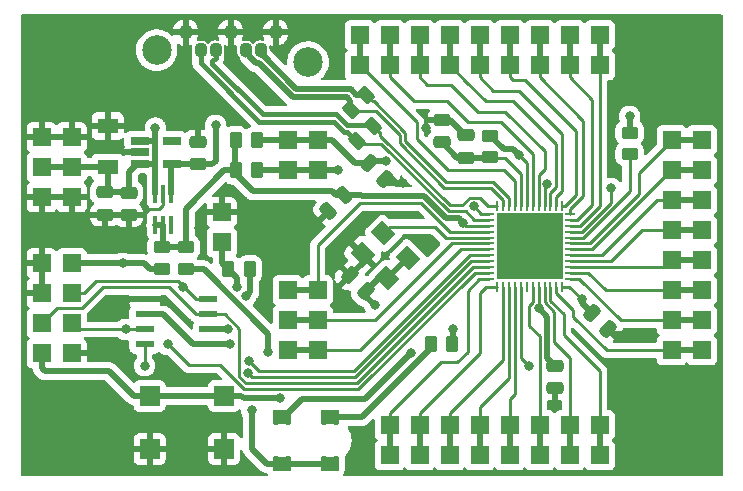
<source format=gbr>
%TF.GenerationSoftware,KiCad,Pcbnew,6.0.11+dfsg-1~bpo11+1*%
%TF.CreationDate,2023-05-28T01:22:36+00:00*%
%TF.ProjectId,PROGLOG01,50524f47-4c4f-4473-9031-2e6b69636164,B*%
%TF.SameCoordinates,Original*%
%TF.FileFunction,Copper,L2,Bot*%
%TF.FilePolarity,Positive*%
%FSLAX46Y46*%
G04 Gerber Fmt 4.6, Leading zero omitted, Abs format (unit mm)*
G04 Created by KiCad (PCBNEW 6.0.11+dfsg-1~bpo11+1) date 2023-05-28 01:22:36*
%MOMM*%
%LPD*%
G01*
G04 APERTURE LIST*
G04 Aperture macros list*
%AMRoundRect*
0 Rectangle with rounded corners*
0 $1 Rounding radius*
0 $2 $3 $4 $5 $6 $7 $8 $9 X,Y pos of 4 corners*
0 Add a 4 corners polygon primitive as box body*
4,1,4,$2,$3,$4,$5,$6,$7,$8,$9,$2,$3,0*
0 Add four circle primitives for the rounded corners*
1,1,$1+$1,$2,$3*
1,1,$1+$1,$4,$5*
1,1,$1+$1,$6,$7*
1,1,$1+$1,$8,$9*
0 Add four rect primitives between the rounded corners*
20,1,$1+$1,$2,$3,$4,$5,0*
20,1,$1+$1,$4,$5,$6,$7,0*
20,1,$1+$1,$6,$7,$8,$9,0*
20,1,$1+$1,$8,$9,$2,$3,0*%
%AMRotRect*
0 Rectangle, with rotation*
0 The origin of the aperture is its center*
0 $1 length*
0 $2 width*
0 $3 Rotation angle, in degrees counterclockwise*
0 Add horizontal line*
21,1,$1,$2,0,0,$3*%
%AMFreePoly0*
4,1,23,0.405000,0.745865,0.430885,0.748318,0.514326,0.717475,0.576139,0.653497,0.604092,0.569043,0.592655,0.480821,0.586333,0.471118,0.535041,0.293601,0.507443,0.099107,0.507318,-0.097336,0.534670,-0.291865,0.585847,-0.469827,0.592286,-0.479814,0.603303,-0.568089,0.574948,-0.652409,0.512833,-0.716092,0.429245,-0.746538,0.405000,-0.744124,0.405000,-0.750000,-0.645000,-0.750000,
-0.645000,0.750000,0.405000,0.750000,0.405000,0.745865,0.405000,0.745865,$1*%
G04 Aperture macros list end*
%TA.AperFunction,ComponentPad*%
%ADD10R,1.524000X1.524000*%
%TD*%
%TA.AperFunction,ComponentPad*%
%ADD11C,6.000000*%
%TD*%
%TA.AperFunction,ComponentPad*%
%ADD12R,1.676400X1.676400*%
%TD*%
%TA.AperFunction,ComponentPad*%
%ADD13O,1.100000X1.300000*%
%TD*%
%TA.AperFunction,ComponentPad*%
%ADD14C,2.500000*%
%TD*%
%TA.AperFunction,SMDPad,CuDef*%
%ADD15RoundRect,0.062500X0.062500X-0.375000X0.062500X0.375000X-0.062500X0.375000X-0.062500X-0.375000X0*%
%TD*%
%TA.AperFunction,SMDPad,CuDef*%
%ADD16RoundRect,0.062500X0.375000X-0.062500X0.375000X0.062500X-0.375000X0.062500X-0.375000X-0.062500X0*%
%TD*%
%TA.AperFunction,SMDPad,CuDef*%
%ADD17R,5.600000X5.600000*%
%TD*%
%TA.AperFunction,SMDPad,CuDef*%
%ADD18RoundRect,0.250000X-0.475000X0.250000X-0.475000X-0.250000X0.475000X-0.250000X0.475000X0.250000X0*%
%TD*%
%TA.AperFunction,SMDPad,CuDef*%
%ADD19R,0.400000X1.500000*%
%TD*%
%TA.AperFunction,SMDPad,CuDef*%
%ADD20R,1.560000X0.650000*%
%TD*%
%TA.AperFunction,SMDPad,CuDef*%
%ADD21RoundRect,0.250000X0.475000X-0.250000X0.475000X0.250000X-0.475000X0.250000X-0.475000X-0.250000X0*%
%TD*%
%TA.AperFunction,SMDPad,CuDef*%
%ADD22RoundRect,0.250000X-0.262500X-0.450000X0.262500X-0.450000X0.262500X0.450000X-0.262500X0.450000X0*%
%TD*%
%TA.AperFunction,SMDPad,CuDef*%
%ADD23RoundRect,0.250000X0.132583X-0.503814X0.503814X-0.132583X-0.132583X0.503814X-0.503814X0.132583X0*%
%TD*%
%TA.AperFunction,SMDPad,CuDef*%
%ADD24RoundRect,0.250000X-0.450000X0.262500X-0.450000X-0.262500X0.450000X-0.262500X0.450000X0.262500X0*%
%TD*%
%TA.AperFunction,SMDPad,CuDef*%
%ADD25RotRect,1.600000X1.350000X135.000000*%
%TD*%
%TA.AperFunction,SMDPad,CuDef*%
%ADD26FreePoly0,270.000000*%
%TD*%
%TA.AperFunction,SMDPad,CuDef*%
%ADD27FreePoly0,90.000000*%
%TD*%
%TA.AperFunction,SMDPad,CuDef*%
%ADD28R,1.700000X1.300000*%
%TD*%
%TA.AperFunction,SMDPad,CuDef*%
%ADD29RoundRect,0.250000X0.159099X-0.512652X0.512652X-0.159099X-0.159099X0.512652X-0.512652X0.159099X0*%
%TD*%
%TA.AperFunction,SMDPad,CuDef*%
%ADD30R,1.550000X0.600000*%
%TD*%
%TA.AperFunction,SMDPad,CuDef*%
%ADD31RoundRect,0.250000X0.262500X0.450000X-0.262500X0.450000X-0.262500X-0.450000X0.262500X-0.450000X0*%
%TD*%
%TA.AperFunction,SMDPad,CuDef*%
%ADD32RoundRect,0.250000X0.512652X0.159099X0.159099X0.512652X-0.512652X-0.159099X-0.159099X-0.512652X0*%
%TD*%
%TA.AperFunction,SMDPad,CuDef*%
%ADD33RoundRect,0.250000X-0.512652X-0.159099X-0.159099X-0.512652X0.512652X0.159099X0.159099X0.512652X0*%
%TD*%
%TA.AperFunction,SMDPad,CuDef*%
%ADD34RoundRect,0.250000X0.450000X-0.262500X0.450000X0.262500X-0.450000X0.262500X-0.450000X-0.262500X0*%
%TD*%
%TA.AperFunction,ViaPad*%
%ADD35C,0.800000*%
%TD*%
%TA.AperFunction,Conductor*%
%ADD36C,0.500000*%
%TD*%
%TA.AperFunction,Conductor*%
%ADD37C,0.250000*%
%TD*%
%TA.AperFunction,Conductor*%
%ADD38C,0.400000*%
%TD*%
G04 APERTURE END LIST*
D10*
%TO.P,J23,1*%
%TO.N,/IOT_50b*%
X204470000Y-103886000D03*
%TO.P,J23,2*%
X204470000Y-106426000D03*
%TD*%
%TO.P,J21,1*%
%TO.N,/IOT_48b*%
X199390000Y-103886000D03*
%TO.P,J21,2*%
X199390000Y-106426000D03*
%TD*%
%TO.P,J1,1,2*%
%TO.N,GND*%
X159766000Y-112522000D03*
%TO.P,J1,2,2*%
X162306000Y-112522000D03*
%TO.P,J1,3,4*%
%TO.N,+3V3*%
X159766000Y-115062000D03*
%TO.P,J1,4,4*%
X162306000Y-115062000D03*
%TO.P,J1,5,6*%
%TO.N,GND*%
X159766000Y-117602000D03*
%TO.P,J1,6,6*%
X162306000Y-117602000D03*
%TD*%
%TO.P,J18,1*%
%TO.N,/IOT_44b*%
X194310000Y-103886000D03*
%TO.P,J18,2*%
X194310000Y-106426000D03*
%TD*%
%TO.P,J25,1*%
%TO.N,/RGB0*%
X207010000Y-103886000D03*
%TO.P,J25,2*%
X207010000Y-106426000D03*
%TD*%
%TO.P,J24,1*%
%TO.N,/IOT_51a*%
X213106000Y-112776000D03*
%TO.P,J24,2*%
X215646000Y-112776000D03*
%TD*%
%TO.P,J16,1*%
%TO.N,/IOT_42b*%
X189230000Y-103886000D03*
%TO.P,J16,2*%
X189230000Y-106426000D03*
%TD*%
%TO.P,J6,1*%
%TO.N,/IOB_16a*%
X199390000Y-136906000D03*
%TO.P,J6,2*%
X199390000Y-139446000D03*
%TD*%
%TO.P,J20,1*%
%TO.N,/IOT_46b_G0*%
X196850000Y-103886000D03*
%TO.P,J20,2*%
X196850000Y-106426000D03*
%TD*%
D11*
%TO.P,M4,1*%
%TO.N,GND*%
X162306000Y-136906000D03*
%TD*%
D10*
%TO.P,J4,1*%
%TO.N,GND*%
X159766000Y-123190000D03*
%TO.P,J4,2*%
%TO.N,/SPI_SS*%
X162306000Y-123190000D03*
%TO.P,J4,3*%
%TO.N,GND*%
X159766000Y-125730000D03*
%TO.P,J4,4*%
%TO.N,/SPI_SI*%
X162306000Y-125730000D03*
%TO.P,J4,5*%
%TO.N,/SPI_SCK*%
X159766000Y-128270000D03*
%TO.P,J4,6*%
%TO.N,/SPI_SO*%
X162306000Y-128270000D03*
%TO.P,J4,7*%
%TO.N,/NRESET*%
X159766000Y-130810000D03*
%TO.P,J4,8*%
%TO.N,GND*%
X162306000Y-130810000D03*
%TD*%
%TO.P,J5,1*%
%TO.N,/IOB_13b*%
X201930000Y-136906000D03*
%TO.P,J5,2*%
X201930000Y-139446000D03*
%TD*%
D12*
%TO.P,SW1,1,1*%
%TO.N,/NRESET*%
X168909600Y-134402000D03*
X175209600Y-134402000D03*
%TO.P,SW1,2,2*%
%TO.N,GND*%
X168909600Y-138902000D03*
X175209600Y-138902000D03*
%TD*%
D10*
%TO.P,J31,1*%
%TO.N,/IOB_5b*%
X213106000Y-120396000D03*
%TO.P,J31,2*%
X215646000Y-120396000D03*
%TD*%
%TO.P,J29,1*%
%TO.N,/IOB_3b_G6*%
X213106000Y-117856000D03*
%TO.P,J29,2*%
X215646000Y-117856000D03*
%TD*%
%TO.P,J27,1*%
%TO.N,/IOB_0a*%
X213106000Y-122936000D03*
%TO.P,J27,2*%
X215646000Y-122936000D03*
%TD*%
%TO.P,J19,1*%
%TO.N,/IOT_45a_G1*%
X201930000Y-103886000D03*
%TO.P,J19,2*%
X201930000Y-106426000D03*
%TD*%
%TO.P,J28,1*%
%TO.N,/IOB_2a*%
X213106000Y-125476000D03*
%TO.P,J28,2*%
X215646000Y-125476000D03*
%TD*%
%TO.P,J30,1*%
%TO.N,/IOB_4a*%
X213106000Y-128016000D03*
%TO.P,J30,2*%
X215646000Y-128016000D03*
%TD*%
%TO.P,J7,1*%
%TO.N,/IOB_18a*%
X196850000Y-136906000D03*
%TO.P,J7,2*%
X196850000Y-139446000D03*
%TD*%
D11*
%TO.P,M2,1*%
%TO.N,GND*%
X213106000Y-106426000D03*
%TD*%
%TO.P,M1,1*%
%TO.N,GND*%
X213106000Y-136906000D03*
%TD*%
D10*
%TO.P,J2,1*%
%TO.N,Net-(J2-Pad1)*%
X175006000Y-121412000D03*
%TO.P,J2,2*%
%TO.N,GND*%
X175006000Y-118872000D03*
%TD*%
%TO.P,J34,1*%
%TO.N,/IOB_9b*%
X207010000Y-136906000D03*
%TO.P,J34,2*%
X207010000Y-139446000D03*
%TD*%
%TO.P,J32,1*%
%TO.N,/IOB_6a*%
X213106000Y-130556000D03*
%TO.P,J32,2*%
X215646000Y-130556000D03*
%TD*%
%TO.P,J13,1*%
%TO.N,/IOB_29b*%
X180594000Y-128016000D03*
%TO.P,J13,2*%
X183134000Y-128016000D03*
%TD*%
%TO.P,J11,1*%
%TO.N,/IOB_24a*%
X189230000Y-136906000D03*
%TO.P,J11,2*%
X189230000Y-139446000D03*
%TD*%
%TO.P,J14,1*%
%TO.N,/IOB_31b*%
X180594000Y-130556000D03*
%TO.P,J14,2*%
X183134000Y-130556000D03*
%TD*%
%TO.P,J15,1*%
%TO.N,/IOT_41a*%
X186690000Y-103886000D03*
%TO.P,J15,2*%
X186690000Y-106426000D03*
%TD*%
%TO.P,J22,1*%
%TO.N,/IOT_49a*%
X213106000Y-115316000D03*
%TO.P,J22,2*%
X215646000Y-115316000D03*
%TD*%
%TO.P,J33,1*%
%TO.N,/IOB_8a*%
X204470000Y-136906000D03*
%TO.P,J33,2*%
X204470000Y-139446000D03*
%TD*%
%TO.P,J17,1*%
%TO.N,/IOT_43a*%
X191770000Y-103886000D03*
%TO.P,J17,2*%
X191770000Y-106426000D03*
%TD*%
%TO.P,J8,1*%
%TO.N,/IOB_20a*%
X194310000Y-136906000D03*
%TO.P,J8,2*%
X194310000Y-139446000D03*
%TD*%
%TO.P,J9,1*%
%TO.N,/IOB_22b*%
X191770000Y-136906000D03*
%TO.P,J9,2*%
X191770000Y-139446000D03*
%TD*%
D13*
%TO.P,J26,1,1*%
%TO.N,GND*%
X171958000Y-103632000D03*
%TO.P,J26,2,2*%
%TO.N,/IOT_37a*%
X173228000Y-105132000D03*
%TO.P,J26,3,3*%
%TO.N,/IOT_36b*%
X174498000Y-105132000D03*
%TO.P,J26,4,4*%
%TO.N,GND*%
X175768000Y-103632000D03*
%TO.P,J26,5,5*%
%TO.N,/IOT_39a*%
X177038000Y-105132000D03*
%TO.P,J26,6,6*%
%TO.N,/IOT_38b*%
X178308000Y-105132000D03*
%TO.P,J26,7,7*%
%TO.N,GND*%
X179578000Y-103632000D03*
D14*
%TO.P,J26,8*%
%TO.N,N/C*%
X182328000Y-106132000D03*
%TO.P,J26,9*%
X169498000Y-105132000D03*
%TD*%
D11*
%TO.P,M3,1*%
%TO.N,GND*%
X162306000Y-106426000D03*
%TD*%
D10*
%TO.P,J10,1*%
%TO.N,/IOB_23b*%
X180594000Y-125476000D03*
%TO.P,J10,2*%
X183134000Y-125476000D03*
%TD*%
%TO.P,J3,1*%
%TO.N,/VCCIO_0*%
X180594000Y-112776000D03*
%TO.P,J3,2*%
X183134000Y-112776000D03*
%TO.P,J3,3*%
%TO.N,/VCCIO_2*%
X180594000Y-115316000D03*
%TO.P,J3,4*%
X183134000Y-115316000D03*
%TD*%
D15*
%TO.P,U4,1,VCCIO_2*%
%TO.N,/VCCIO_2*%
X203841800Y-125192400D03*
%TO.P,U4,2,IOB_6a*%
%TO.N,/IOB_6a*%
X203341800Y-125192400D03*
%TO.P,U4,3,IOB_9b*%
%TO.N,/IOB_9b*%
X202841800Y-125192400D03*
%TO.P,U4,4,IOB_8a*%
%TO.N,/IOB_8a*%
X202341800Y-125192400D03*
%TO.P,U4,5,VCC*%
%TO.N,+1V2*%
X201841800Y-125192400D03*
%TO.P,U4,6,IOB_13b*%
%TO.N,/IOB_13b*%
X201341800Y-125192400D03*
%TO.P,U4,7,CDONE*%
%TO.N,unconnected-(U4-Pad7)*%
X200841800Y-125192400D03*
%TO.P,U4,8,~{CRESET}*%
%TO.N,/NRESET*%
X200341800Y-125192400D03*
%TO.P,U4,9,IOB_16a*%
%TO.N,/IOB_16a*%
X199841800Y-125192400D03*
%TO.P,U4,10,IOB_18a*%
%TO.N,/IOB_18a*%
X199341800Y-125192400D03*
%TO.P,U4,11,IOB_20a*%
%TO.N,/IOB_20a*%
X198841800Y-125192400D03*
%TO.P,U4,12,IOB_22b*%
%TO.N,/IOB_22b*%
X198341800Y-125192400D03*
D16*
%TO.P,U4,13,IOB_24a*%
%TO.N,/IOB_24a*%
X197654300Y-124504900D03*
%TO.P,U4,14,IOB_32a_SPI_SO*%
%TO.N,/SPI_SI*%
X197654300Y-124004900D03*
%TO.P,U4,15,IOB_34a_SPI_SCK*%
%TO.N,/SPI_SCK*%
X197654300Y-123504900D03*
%TO.P,U4,16,IOB_35b_SPI_SS*%
%TO.N,/SPI_SS*%
X197654300Y-123004900D03*
%TO.P,U4,17,IOB_33b_SPI_SI*%
%TO.N,/SPI_SO*%
X197654300Y-122504900D03*
%TO.P,U4,18,IOB_31b*%
%TO.N,/IOB_31b*%
X197654300Y-122004900D03*
%TO.P,U4,19,IOB_29b*%
%TO.N,/IOB_29b*%
X197654300Y-121504900D03*
%TO.P,U4,20,IOB_25b_G3*%
%TO.N,/IOB_25b*%
X197654300Y-121004900D03*
%TO.P,U4,21,IOB_23b*%
%TO.N,/IOB_23b*%
X197654300Y-120504900D03*
%TO.P,U4,22,SPI_VCCIO1*%
%TO.N,/VCCIO_1*%
X197654300Y-120004900D03*
%TO.P,U4,23,IOT_37a*%
%TO.N,/IOT_37a*%
X197654300Y-119504900D03*
%TO.P,U4,24,VPP_2V5*%
%TO.N,/VCCIO_1*%
X197654300Y-119004900D03*
D15*
%TO.P,U4,25,IOT_36b*%
%TO.N,/IOT_36b*%
X198341800Y-118317400D03*
%TO.P,U4,26,IOT_39a*%
%TO.N,/IOT_39a*%
X198841800Y-118317400D03*
%TO.P,U4,27,IOT_38b*%
%TO.N,/IOT_38b*%
X199341800Y-118317400D03*
%TO.P,U4,28,IOT_41a*%
%TO.N,/IOT_41a*%
X199841800Y-118317400D03*
%TO.P,U4,29,VCCPLL*%
%TO.N,Net-(C5-Pad1)*%
X200341800Y-118317400D03*
%TO.P,U4,30,VCC*%
%TO.N,+1V2*%
X200841800Y-118317400D03*
%TO.P,U4,31,IOT_42b*%
%TO.N,/IOT_42b*%
X201341800Y-118317400D03*
%TO.P,U4,32,IOT_43a*%
%TO.N,/IOT_43a*%
X201841800Y-118317400D03*
%TO.P,U4,33,VCCIO_0*%
%TO.N,/VCCIO_0*%
X202341800Y-118317400D03*
%TO.P,U4,34,IOT_44b*%
%TO.N,/IOT_44b*%
X202841800Y-118317400D03*
%TO.P,U4,35,IOT_46b_G0*%
%TO.N,/IOT_46b_G0*%
X203341800Y-118317400D03*
%TO.P,U4,36,IOT_48b*%
%TO.N,/IOT_48b*%
X203841800Y-118317400D03*
D16*
%TO.P,U4,37,IOT_45a_G1*%
%TO.N,/IOT_45a_G1*%
X204529300Y-119004900D03*
%TO.P,U4,38,IOT_50b*%
%TO.N,/IOT_50b*%
X204529300Y-119504900D03*
%TO.P,U4,39,RGB0*%
%TO.N,/RGB0*%
X204529300Y-120004900D03*
%TO.P,U4,40,RGB1*%
%TO.N,/RGB1*%
X204529300Y-120504900D03*
%TO.P,U4,41,RGB2*%
%TO.N,/RGB2*%
X204529300Y-121004900D03*
%TO.P,U4,42,IOT_51a*%
%TO.N,/IOT_51a*%
X204529300Y-121504900D03*
%TO.P,U4,43,IOT_49a*%
%TO.N,/IOT_49a*%
X204529300Y-122004900D03*
%TO.P,U4,44,IOB_3b_G6*%
%TO.N,/IOB_3b_G6*%
X204529300Y-122504900D03*
%TO.P,U4,45,IOB_5b*%
%TO.N,/IOB_5b*%
X204529300Y-123004900D03*
%TO.P,U4,46,IOB_0a*%
%TO.N,/IOB_0a*%
X204529300Y-123504900D03*
%TO.P,U4,47,IOB_2a*%
%TO.N,/IOB_2a*%
X204529300Y-124004900D03*
%TO.P,U4,48,IOB_4a*%
%TO.N,/IOB_4a*%
X204529300Y-124504900D03*
D17*
%TO.P,U4,49,GND*%
%TO.N,GND*%
X201091800Y-121754900D03*
%TD*%
D18*
%TO.P,C3,1*%
%TO.N,+3V3*%
X165100000Y-117160000D03*
%TO.P,C3,2*%
%TO.N,GND*%
X165100000Y-119060000D03*
%TD*%
D19*
%TO.P,U1,1,IN*%
%TO.N,+3V3*%
X169403000Y-117288000D03*
%TO.P,U1,2,GND*%
%TO.N,GND*%
X170053000Y-117288000D03*
%TO.P,U1,3,ON*%
%TO.N,+1V2*%
X170703000Y-117288000D03*
%TO.P,U1,4*%
%TO.N,N/C*%
X170703000Y-119948000D03*
%TO.P,U1,5,QOD*%
%TO.N,/VCCIO_1*%
X170053000Y-119948000D03*
%TO.P,U1,6,OUT*%
X169403000Y-119948000D03*
%TD*%
D20*
%TO.P,U2,1,VIN*%
%TO.N,+3V3*%
X168068000Y-114742000D03*
%TO.P,U2,2,GND*%
%TO.N,GND*%
X168068000Y-113792000D03*
%TO.P,U2,3,EN*%
%TO.N,+3V3*%
X168068000Y-112842000D03*
%TO.P,U2,4,NC*%
%TO.N,unconnected-(U2-Pad4)*%
X170768000Y-112842000D03*
%TO.P,U2,5,VOUT*%
%TO.N,+1V2*%
X170768000Y-114742000D03*
%TD*%
D21*
%TO.P,C4,1*%
%TO.N,+1V2*%
X172974000Y-114805500D03*
%TO.P,C4,2*%
%TO.N,GND*%
X172974000Y-112905500D03*
%TD*%
D22*
%TO.P,R3,1*%
%TO.N,/VCCIO_1*%
X176189000Y-112776000D03*
%TO.P,R3,2*%
%TO.N,/VCCIO_0*%
X178014000Y-112776000D03*
%TD*%
%TO.P,R2,1*%
%TO.N,/VCCIO_1*%
X176189000Y-115316000D03*
%TO.P,R2,2*%
%TO.N,/VCCIO_2*%
X178014000Y-115316000D03*
%TD*%
D23*
%TO.P,R8,1*%
%TO.N,/IOT_39a*%
X185930046Y-110233954D03*
%TO.P,R8,2*%
%TO.N,/IOT_38b*%
X187220516Y-108943484D03*
%TD*%
D24*
%TO.P,R10,1*%
%TO.N,Net-(D3-Pad1)*%
X209550000Y-112117500D03*
%TO.P,R10,2*%
%TO.N,/RGB2*%
X209550000Y-113942500D03*
%TD*%
D22*
%TO.P,R9,1*%
%TO.N,Net-(D2-Pad1)*%
X192699000Y-130048000D03*
%TO.P,R9,2*%
%TO.N,/RGB1*%
X194524000Y-130048000D03*
%TD*%
D24*
%TO.P,R5,1*%
%TO.N,/VCCIO_1*%
X169926000Y-121833000D03*
%TO.P,R5,2*%
%TO.N,/SPI_SS*%
X169926000Y-123658000D03*
%TD*%
D25*
%TO.P,X1,1,EN*%
%TO.N,+3V3*%
X188990421Y-124464188D03*
%TO.P,X1,2,GND*%
%TO.N,GND*%
X186939812Y-122413579D03*
%TO.P,X1,3,OUT*%
%TO.N,/IOB_25b*%
X188707579Y-120645812D03*
%TO.P,X1,4,V+*%
%TO.N,+3V3*%
X190758188Y-122696421D03*
%TD*%
D21*
%TO.P,C1,1*%
%TO.N,GND*%
X203200000Y-133779300D03*
%TO.P,C1,2*%
%TO.N,+1V2*%
X203200000Y-131879300D03*
%TD*%
D18*
%TO.P,C2,1*%
%TO.N,+3V3*%
X167132000Y-117223500D03*
%TO.P,C2,2*%
%TO.N,GND*%
X167132000Y-119123500D03*
%TD*%
D23*
%TO.P,R7,1*%
%TO.N,/IOT_37a*%
X186488846Y-112824754D03*
%TO.P,R7,2*%
%TO.N,/IOT_36b*%
X187779316Y-111534284D03*
%TD*%
D24*
%TO.P,R6,1*%
%TO.N,/VCCIO_1*%
X171958000Y-121833000D03*
%TO.P,R6,2*%
%TO.N,/NRESET*%
X171958000Y-123658000D03*
%TD*%
D26*
%TO.P,D3,1,K*%
%TO.N,Net-(D3-Pad1)*%
X180086000Y-136271000D03*
D27*
%TO.P,D3,2,A*%
%TO.N,+3V3*%
X180086000Y-140081000D03*
%TD*%
D26*
%TO.P,D2,1,K*%
%TO.N,Net-(D2-Pad1)*%
X184150000Y-136271000D03*
D27*
%TO.P,D2,2,A*%
%TO.N,+3V3*%
X184150000Y-140081000D03*
%TD*%
D28*
%TO.P,D1,1,K*%
%TO.N,+3V3*%
X165354000Y-115062000D03*
%TO.P,D1,2,A*%
%TO.N,GND*%
X165354000Y-111562000D03*
%TD*%
D21*
%TO.P,C6,1*%
%TO.N,Net-(C5-Pad1)*%
X195707000Y-114234000D03*
%TO.P,C6,2*%
%TO.N,GND*%
X195707000Y-112334000D03*
%TD*%
%TO.P,C5,1*%
%TO.N,Net-(C5-Pad1)*%
X193675000Y-112951300D03*
%TO.P,C5,2*%
%TO.N,GND*%
X193675000Y-111051300D03*
%TD*%
D29*
%TO.P,C9,1*%
%TO.N,GND*%
X184037049Y-118781751D03*
%TO.P,C9,2*%
%TO.N,/VCCIO_1*%
X185380551Y-117438249D03*
%TD*%
D30*
%TO.P,U3,1,~{CS}*%
%TO.N,/SPI_SS*%
X168480760Y-130060700D03*
%TO.P,U3,2,SO/IO1*%
%TO.N,/SPI_SO*%
X168480760Y-128790700D03*
%TO.P,U3,3,~{WP}/IO2*%
%TO.N,+3V3*%
X168480760Y-127520700D03*
%TO.P,U3,4,GND*%
%TO.N,GND*%
X168480760Y-126250700D03*
%TO.P,U3,5,SI/IO0*%
%TO.N,/SPI_SI*%
X173880760Y-126250700D03*
%TO.P,U3,6,SCK*%
%TO.N,/SPI_SCK*%
X173880760Y-127520700D03*
%TO.P,U3,7,~{HOLD}/IO3*%
%TO.N,Net-(J2-Pad1)*%
X173880760Y-128790700D03*
%TO.P,U3,8,VCC*%
%TO.N,+3V3*%
X173880760Y-130060700D03*
%TD*%
D31*
%TO.P,R1,1*%
%TO.N,+3V3*%
X177379000Y-123698000D03*
%TO.P,R1,2*%
%TO.N,Net-(J2-Pad1)*%
X175554000Y-123698000D03*
%TD*%
D32*
%TO.P,C10,1*%
%TO.N,GND*%
X207694032Y-128776232D03*
%TO.P,C10,2*%
%TO.N,/VCCIO_2*%
X206350530Y-127432730D03*
%TD*%
%TO.P,C7,1*%
%TO.N,+3V3*%
X187209770Y-125551270D03*
%TO.P,C7,2*%
%TO.N,GND*%
X185866268Y-124207768D03*
%TD*%
D33*
%TO.P,C8,1*%
%TO.N,/VCCIO_0*%
X187466049Y-114695049D03*
%TO.P,C8,2*%
%TO.N,GND*%
X188809551Y-116038551D03*
%TD*%
D34*
%TO.P,R4,1*%
%TO.N,Net-(C5-Pad1)*%
X197764400Y-114196500D03*
%TO.P,R4,2*%
%TO.N,+1V2*%
X197764400Y-112371500D03*
%TD*%
D35*
%TO.N,+3V3*%
X175728510Y-130060699D03*
X169392601Y-111734601D03*
X187960000Y-126746000D03*
X177546000Y-135636000D03*
X177038000Y-125984000D03*
%TO.N,GND*%
X167132000Y-109220000D03*
X166573200Y-121361200D03*
X199136000Y-122936000D03*
X199136000Y-121412000D03*
X184759600Y-106781600D03*
X182626000Y-120269000D03*
X199136000Y-119888000D03*
X192595500Y-121285000D03*
X164058600Y-127685800D03*
X178206400Y-108127800D03*
X209503219Y-129163019D03*
X159004000Y-120396000D03*
X203200000Y-119888000D03*
X203200000Y-135001000D03*
X162560000Y-120396000D03*
X190347600Y-116357400D03*
X184912000Y-121666000D03*
X167589200Y-111480600D03*
X181356000Y-118872000D03*
X203200000Y-122936000D03*
X192278000Y-111760000D03*
X203200000Y-121412000D03*
X185064400Y-126644400D03*
X160528000Y-120396000D03*
X178308000Y-126619000D03*
X173101000Y-120167400D03*
X168656000Y-109220000D03*
X170180000Y-109220000D03*
%TO.N,+1V2*%
X201841800Y-127012000D03*
X200152000Y-114046000D03*
X174498000Y-111506000D03*
%TO.N,/VCCIO_1*%
X196342000Y-118364000D03*
X195467103Y-119765797D03*
%TO.N,/VCCIO_2*%
X184861200Y-115316000D03*
X205486000Y-126238000D03*
%TO.N,/NRESET*%
X179980358Y-134620000D03*
X178964357Y-130709185D03*
X201015600Y-131902200D03*
%TO.N,/SPI_SO*%
X166865300Y-128790700D03*
X177342800Y-131495800D03*
%TO.N,/SPI_SS*%
X166624000Y-123190000D03*
X168480760Y-131853960D03*
X177234664Y-132514836D03*
%TO.N,/SPI_SI*%
X170434000Y-130048000D03*
X171765530Y-125160470D03*
%TO.N,/VCCIO_0*%
X202566801Y-116433600D03*
X188925200Y-114517000D03*
%TO.N,/RGB1*%
X194564000Y-128778000D03*
X207968010Y-116847190D03*
%TO.N,Net-(J2-Pad1)*%
X176276000Y-125222000D03*
X175526699Y-128790699D03*
%TO.N,Net-(D3-Pad1)*%
X191034036Y-130810000D03*
X209550000Y-110744000D03*
%TD*%
D36*
%TO.N,+3V3*%
X169755760Y-127520700D02*
X168480760Y-127520700D01*
X188990421Y-124464188D02*
X190758188Y-122696421D01*
X187211538Y-125997538D02*
X187960000Y-126746000D01*
X173880760Y-130060700D02*
X172605760Y-130060700D01*
X167132000Y-115417600D02*
X167807600Y-114742000D01*
X167132000Y-117221000D02*
X167132000Y-115417600D01*
X178836000Y-140176000D02*
X177546000Y-138886000D01*
X169357000Y-114742000D02*
X169392600Y-114706400D01*
X187211538Y-125553038D02*
X187211538Y-125997538D01*
X162306000Y-115062000D02*
X165354000Y-115062000D01*
X170065760Y-127520700D02*
X169755760Y-127520700D01*
X169392600Y-112826800D02*
X169377400Y-112842000D01*
X188990421Y-124464188D02*
X188300388Y-124464188D01*
X177419000Y-123698000D02*
X177419000Y-125603000D01*
X165354000Y-116903500D02*
X165100000Y-117157500D01*
X172605760Y-130060700D02*
X170065760Y-127520700D01*
X177546000Y-138886000D02*
X177546000Y-135636000D01*
X169377400Y-112842000D02*
X168068000Y-112842000D01*
X165354000Y-115062000D02*
X165354000Y-116903500D01*
X165100000Y-117157500D02*
X167068500Y-117157500D01*
X169392600Y-114884200D02*
X169392601Y-111734601D01*
X168068000Y-114742000D02*
X169357000Y-114742000D01*
X184150000Y-140176000D02*
X180086000Y-140176000D01*
X188300388Y-124464188D02*
X187211538Y-125553038D01*
X173880760Y-130060700D02*
X175728510Y-130060699D01*
X177419000Y-125603000D02*
X177038000Y-125984000D01*
X167807600Y-114742000D02*
X168068000Y-114742000D01*
X180086000Y-140176000D02*
X178836000Y-140176000D01*
X159766000Y-115062000D02*
X162306000Y-115062000D01*
X169403000Y-114582000D02*
X169403000Y-117288000D01*
X167068500Y-117157500D02*
X167132000Y-117221000D01*
%TO.N,GND*%
X188809551Y-116038551D02*
X189444551Y-116038551D01*
X189763400Y-116357400D02*
X190347600Y-116357400D01*
D37*
X170053000Y-117288000D02*
X170053000Y-118288000D01*
D36*
X195592700Y-112331500D02*
X194310000Y-111048800D01*
X207695800Y-128778000D02*
X208080819Y-129163019D01*
X168068000Y-113792000D02*
X166878000Y-113792000D01*
X185864500Y-124206000D02*
X186939812Y-123130688D01*
X188696600Y-116078000D02*
X188976000Y-116357400D01*
X189444551Y-116038551D02*
X189763400Y-116357400D01*
X194310000Y-111048800D02*
X193675000Y-111048800D01*
D37*
X170053000Y-118288000D02*
X169723000Y-118618000D01*
D36*
X195707000Y-112331500D02*
X195592700Y-112331500D01*
X208080819Y-129163019D02*
X209503219Y-129163019D01*
X188976000Y-116357400D02*
X189763400Y-116357400D01*
X203200000Y-133781800D02*
X203200000Y-135001000D01*
X186939812Y-123130688D02*
X186939812Y-122413579D01*
D37*
X169723000Y-118618000D02*
X168656000Y-118618000D01*
D36*
%TO.N,+1V2*%
X170768000Y-114742000D02*
X172908000Y-114742000D01*
X202561490Y-131238290D02*
X202561490Y-127731690D01*
X199644000Y-113538000D02*
X198930900Y-113538000D01*
D37*
X200841800Y-118317400D02*
X200841800Y-114735800D01*
X201841800Y-125192400D02*
X201841800Y-127012000D01*
D36*
X202561490Y-127731690D02*
X201841800Y-127012000D01*
X203200000Y-131876800D02*
X202561490Y-131238290D01*
X174172500Y-114808000D02*
X172974000Y-114808000D01*
D37*
X200841800Y-114735800D02*
X200152000Y-114046000D01*
D36*
X174498000Y-114482500D02*
X174498000Y-111506000D01*
X174172500Y-114808000D02*
X174498000Y-114482500D01*
X198930900Y-113538000D02*
X197764400Y-112371500D01*
X170703000Y-114807000D02*
X170768000Y-114742000D01*
X170703000Y-117288000D02*
X170703000Y-114807000D01*
X200152000Y-114046000D02*
X199644000Y-113538000D01*
X172908000Y-114742000D02*
X172974000Y-114808000D01*
%TO.N,/VCCIO_1*%
X184653701Y-117436481D02*
X184311220Y-117094000D01*
X175204500Y-115316000D02*
X171958000Y-118562500D01*
X170053000Y-121706000D02*
X169926000Y-121833000D01*
X195467103Y-119765797D02*
X195067104Y-119365798D01*
X193991384Y-119365798D02*
X192125986Y-117500400D01*
D37*
X195467103Y-119765797D02*
X195706206Y-120004900D01*
D36*
X184311220Y-117094000D02*
X177673000Y-117094000D01*
X177673000Y-117094000D02*
X176149000Y-115570000D01*
X170053000Y-120777000D02*
X170053000Y-121706000D01*
X176149000Y-115316000D02*
X176149000Y-112776000D01*
X170053000Y-121148000D02*
X170053000Y-120777000D01*
X195067104Y-119365798D02*
X193991384Y-119365798D01*
X186829281Y-117436481D02*
X185382319Y-117436481D01*
X171958000Y-121793000D02*
X170698000Y-121793000D01*
X185382319Y-117436481D02*
X184653701Y-117436481D01*
X195467103Y-119765797D02*
X195467103Y-119619897D01*
D37*
X196982900Y-119004900D02*
X196342000Y-118364000D01*
D36*
X169403000Y-119948000D02*
X170053000Y-119948000D01*
X170053000Y-120777000D02*
X170053000Y-119948000D01*
X171958000Y-118562500D02*
X171958000Y-121793000D01*
D37*
X195706206Y-120004900D02*
X197654300Y-120004900D01*
D36*
X176149000Y-115570000D02*
X176149000Y-115316000D01*
X186893200Y-117500400D02*
X186829281Y-117436481D01*
X169926000Y-121833000D02*
X171958000Y-121833000D01*
X176149000Y-115316000D02*
X175204500Y-115316000D01*
X192125986Y-117500400D02*
X186893200Y-117500400D01*
D37*
X197654300Y-119004900D02*
X196982900Y-119004900D01*
%TO.N,/IOT_37a*%
X197654300Y-119504900D02*
X196409898Y-119504900D01*
D38*
X185628878Y-112105500D02*
X186376416Y-112853038D01*
D37*
X195695786Y-118790788D02*
X194229560Y-118790788D01*
D38*
X185400279Y-112105501D02*
X185628878Y-112105500D01*
X184516178Y-111221400D02*
X185400279Y-112105501D01*
D37*
X186662924Y-113055400D02*
X186460562Y-112853038D01*
X194229560Y-118790788D02*
X188494172Y-113055400D01*
D38*
X178198780Y-111221400D02*
X184516178Y-111221400D01*
X173228000Y-105132000D02*
X173228000Y-106250620D01*
D37*
X196409898Y-119504900D02*
X195695786Y-118790788D01*
D38*
X186376416Y-112853038D02*
X186460562Y-112853038D01*
D37*
X188494172Y-113055400D02*
X186662924Y-113055400D01*
D38*
X173228000Y-106250620D02*
X178198780Y-111221400D01*
D36*
%TO.N,/VCCIO_2*%
X183134000Y-115316000D02*
X180594000Y-115316000D01*
X205486000Y-126238000D02*
X205486000Y-126568200D01*
D37*
X203841800Y-125192400D02*
X204440400Y-125192400D01*
D36*
X178054000Y-115316000D02*
X180594000Y-115316000D01*
X183134000Y-115316000D02*
X184861200Y-115316000D01*
X205486000Y-126568200D02*
X206348762Y-127430962D01*
D37*
X204440400Y-125192400D02*
X205486000Y-126238000D01*
%TO.N,/IOB_6a*%
X204774800Y-127736600D02*
X207594200Y-130556000D01*
X203341800Y-125729900D02*
X204774800Y-127162900D01*
X207594200Y-130556000D02*
X213106000Y-130556000D01*
X203341800Y-125192400D02*
X203341800Y-125729900D01*
D36*
X213106000Y-130556000D02*
X215646000Y-130556000D01*
D37*
X204774800Y-127162900D02*
X204774800Y-127736600D01*
D36*
%TO.N,/IOB_9b*%
X207010000Y-136906000D02*
X207010000Y-139446000D01*
D37*
X202841800Y-126351712D02*
X203962000Y-127471912D01*
X203962000Y-127471912D02*
X203962000Y-129286000D01*
X203962000Y-129286000D02*
X207010000Y-132334000D01*
X202841800Y-125192400D02*
X202841800Y-126351712D01*
X207010000Y-132334000D02*
X207010000Y-136906000D01*
%TO.N,/IOB_8a*%
X203136500Y-129857500D02*
X204470000Y-131191000D01*
D36*
X204470000Y-136906000D02*
X204470000Y-139446000D01*
D37*
X202341800Y-126487402D02*
X203136500Y-127282102D01*
X202341800Y-125192400D02*
X202341800Y-126487402D01*
X204470000Y-131191000D02*
X204470000Y-136906000D01*
X203136500Y-127282102D02*
X203136500Y-129857500D01*
%TO.N,/IOT_36b*%
X188442600Y-112367418D02*
X188442600Y-112141000D01*
X188442600Y-112141000D02*
X187807600Y-111506000D01*
D38*
X174188000Y-106291380D02*
X178468020Y-110571400D01*
D37*
X194337582Y-118262400D02*
X188442600Y-112367418D01*
X195370598Y-118262400D02*
X194337582Y-118262400D01*
D38*
X174498000Y-105782000D02*
X174188000Y-106092000D01*
D37*
X195993999Y-117638999D02*
X195370598Y-118262400D01*
X198341800Y-118317400D02*
X197590800Y-118317400D01*
D38*
X178468020Y-110571400D02*
X184714000Y-110571400D01*
D37*
X196912399Y-117638999D02*
X195993999Y-117638999D01*
D38*
X174188000Y-106092000D02*
X174188000Y-106291380D01*
X184714000Y-110571400D02*
X185648600Y-111506000D01*
X185648600Y-111506000D02*
X187807600Y-111506000D01*
X174498000Y-105132000D02*
X174498000Y-105782000D01*
D37*
X197590800Y-118317400D02*
X196912399Y-117638999D01*
D36*
%TO.N,/NRESET*%
X165503400Y-132334000D02*
X167571400Y-134402000D01*
X159766000Y-132072000D02*
X160028000Y-132334000D01*
X176859466Y-134620000D02*
X176641466Y-134402000D01*
X175209600Y-134402000D02*
X168909600Y-134402000D01*
X160028000Y-132334000D02*
X165503400Y-132334000D01*
X171958000Y-123698000D02*
X173482000Y-123698000D01*
X176859466Y-134620000D02*
X179980358Y-134620000D01*
X173482000Y-123698000D02*
X178964357Y-129180357D01*
D37*
X200341800Y-125192400D02*
X200341800Y-131228400D01*
D36*
X178964357Y-129180357D02*
X178964357Y-130709185D01*
X176641466Y-134402000D02*
X175209600Y-134402000D01*
D37*
X200341800Y-131228400D02*
X201015600Y-131902200D01*
D36*
X167571400Y-134402000D02*
X168909600Y-134402000D01*
X159766000Y-130810000D02*
X159766000Y-132072000D01*
D37*
%TO.N,/SPI_SO*%
X178181000Y-132334000D02*
X177342800Y-131495800D01*
X186182000Y-132334000D02*
X178181000Y-132334000D01*
X196011100Y-122504900D02*
X186182000Y-132334000D01*
X162826700Y-128790700D02*
X162306000Y-128270000D01*
X197654300Y-122504900D02*
X196011100Y-122504900D01*
X168480760Y-128790700D02*
X162826700Y-128790700D01*
%TO.N,/SPI_SCK*%
X172855760Y-127520700D02*
X170557060Y-125222000D01*
X196283920Y-123504900D02*
X186438820Y-133350000D01*
X164923002Y-125222000D02*
X163145002Y-127000000D01*
X175282005Y-127520700D02*
X173880760Y-127520700D01*
X186438820Y-133350000D02*
X177045230Y-133350000D01*
X161036000Y-127000000D02*
X159766000Y-128270000D01*
X173880760Y-127520700D02*
X172855760Y-127520700D01*
X177045230Y-133350000D02*
X176510164Y-132814934D01*
X176510164Y-128748859D02*
X175282005Y-127520700D01*
X176510164Y-132814934D02*
X176510164Y-128748859D01*
X197654300Y-123504900D02*
X196283920Y-123504900D01*
X170557060Y-125222000D02*
X164923002Y-125222000D01*
X163145002Y-127000000D02*
X161036000Y-127000000D01*
%TO.N,/SPI_SS*%
X168480760Y-130731240D02*
X168480760Y-131853960D01*
D36*
X168910000Y-123698000D02*
X168402000Y-123190000D01*
X162306000Y-123190000D02*
X163568000Y-123190000D01*
D37*
X186310410Y-132842000D02*
X177561828Y-132842000D01*
D36*
X169926000Y-123698000D02*
X168910000Y-123698000D01*
D37*
X168480760Y-130731240D02*
X168480760Y-130060700D01*
X177561828Y-132842000D02*
X177234664Y-132514836D01*
D36*
X166624000Y-123190000D02*
X168402000Y-123190000D01*
D37*
X197654300Y-123004900D02*
X196147510Y-123004900D01*
X168480760Y-130731240D02*
X168480760Y-130380760D01*
D36*
X163568000Y-123190000D02*
X166624000Y-123190000D01*
D37*
X196147510Y-123004900D02*
X186310410Y-132842000D01*
%TO.N,/SPI_SI*%
X163318000Y-125730000D02*
X164334000Y-124714000D01*
X171319060Y-124714000D02*
X172855760Y-126250700D01*
X186567230Y-133858000D02*
X176885600Y-133858000D01*
X197654300Y-124004900D02*
X196420330Y-124004900D01*
X172855760Y-126250700D02*
X173880760Y-126250700D01*
X176885600Y-133858000D02*
X174853600Y-131826000D01*
X174853600Y-131826000D02*
X172212000Y-131826000D01*
X162306000Y-125730000D02*
X163318000Y-125730000D01*
X172855760Y-126250700D02*
X171765530Y-125160470D01*
X164334000Y-124714000D02*
X171319060Y-124714000D01*
X172212000Y-131826000D02*
X170434000Y-130048000D01*
X196420330Y-124004900D02*
X186567230Y-133858000D01*
D36*
%TO.N,/IOT_41a*%
X186690000Y-103886000D02*
X186690000Y-106426000D01*
D37*
X198882000Y-115265200D02*
X194157600Y-115265200D01*
X194157600Y-115265200D02*
X191516000Y-112623600D01*
X191516000Y-112623600D02*
X191516000Y-111252000D01*
X199841800Y-116225000D02*
X198882000Y-115265200D01*
X199841800Y-118317400D02*
X199841800Y-116225000D01*
X191516000Y-111252000D02*
X186690000Y-106426000D01*
%TO.N,Net-(C5-Pad1)*%
X200341800Y-115607400D02*
X198970900Y-114236500D01*
X198970900Y-114236500D02*
X197612000Y-114236500D01*
D36*
X194957700Y-114236500D02*
X193675000Y-112953800D01*
X195707000Y-114236500D02*
X197612000Y-114236500D01*
X195707000Y-114236500D02*
X194957700Y-114236500D01*
D37*
X200341800Y-118317400D02*
X200341800Y-115607400D01*
D36*
%TO.N,/IOT_42b*%
X189230000Y-103886000D02*
X189230000Y-106426000D01*
D37*
X189230000Y-107438000D02*
X189230000Y-106426000D01*
X201341800Y-118317400D02*
X201341800Y-113965800D01*
X191266000Y-109474000D02*
X189230000Y-107438000D01*
X198628000Y-111252000D02*
X195834000Y-111252000D01*
X194056000Y-109474000D02*
X191266000Y-109474000D01*
X201341800Y-113965800D02*
X198628000Y-111252000D01*
X195834000Y-111252000D02*
X194056000Y-109474000D01*
%TO.N,/IOT_43a*%
X201841800Y-118317400D02*
X201841800Y-115729998D01*
X194437000Y-108077000D02*
X192409000Y-108077000D01*
X199009000Y-110363000D02*
X196723000Y-110363000D01*
X202361800Y-115209998D02*
X202361800Y-113715800D01*
X201841800Y-115729998D02*
X202361800Y-115209998D01*
X191770000Y-107438000D02*
X191770000Y-106426000D01*
X192409000Y-108077000D02*
X191770000Y-107438000D01*
D36*
X191770000Y-103886000D02*
X191770000Y-106426000D01*
D37*
X196723000Y-110363000D02*
X194437000Y-108077000D01*
X202361800Y-113715800D02*
X199009000Y-110363000D01*
D36*
%TO.N,/VCCIO_0*%
X178054000Y-112776000D02*
X180594000Y-112776000D01*
D37*
X202341800Y-116658601D02*
X202566801Y-116433600D01*
D36*
X187644098Y-114517000D02*
X187466049Y-114695049D01*
X183134000Y-112776000D02*
X180594000Y-112776000D01*
X187466049Y-114695049D02*
X186297649Y-114695049D01*
D37*
X202341800Y-118317400D02*
X202341800Y-116658601D01*
D36*
X184378600Y-112776000D02*
X183134000Y-112776000D01*
X186297649Y-114695049D02*
X184378600Y-112776000D01*
X188925200Y-114517000D02*
X187644098Y-114517000D01*
D37*
%TO.N,/IOT_44b*%
X202841800Y-117198200D02*
X203291801Y-116748199D01*
X203291801Y-113121801D02*
X199644000Y-109474000D01*
X199644000Y-109474000D02*
X197358000Y-109474000D01*
X195707000Y-107823000D02*
X194310000Y-106426000D01*
X197358000Y-109474000D02*
X195707000Y-107823000D01*
D36*
X194310000Y-103886000D02*
X194310000Y-106426000D01*
D37*
X203291801Y-116748199D02*
X203291801Y-113121801D01*
X202841800Y-118317400D02*
X202841800Y-117198200D01*
%TO.N,/IOT_46b_G0*%
X203842699Y-117034811D02*
X203842699Y-112275699D01*
D36*
X196850000Y-103886000D02*
X196850000Y-106426000D01*
D37*
X203341800Y-117535710D02*
X203842699Y-117034811D01*
X203341800Y-118317400D02*
X203341800Y-117535710D01*
X196850000Y-107438000D02*
X196850000Y-106426000D01*
X200152000Y-108585000D02*
X197997000Y-108585000D01*
X197997000Y-108585000D02*
X196850000Y-107438000D01*
X203842699Y-112275699D02*
X200152000Y-108585000D01*
D36*
%TO.N,/IOT_48b*%
X199390000Y-103886000D02*
X199390000Y-106426000D01*
D37*
X204084800Y-118317400D02*
X204978000Y-117424200D01*
X204978000Y-112014000D02*
X200660000Y-107696000D01*
X199648000Y-107696000D02*
X199390000Y-107438000D01*
X199390000Y-107438000D02*
X199390000Y-106426000D01*
X204978000Y-117424200D02*
X204978000Y-112014000D01*
X200660000Y-107696000D02*
X199648000Y-107696000D01*
X203841800Y-118317400D02*
X204084800Y-118317400D01*
D36*
%TO.N,/IOT_45a_G1*%
X201930000Y-103886000D02*
X201930000Y-106426000D01*
D37*
X205638400Y-111146400D02*
X201930000Y-107438000D01*
X205638400Y-117500400D02*
X205638400Y-111146400D01*
X204529300Y-119004900D02*
X204520800Y-118996400D01*
X201930000Y-107438000D02*
X201930000Y-106426000D01*
X204520800Y-118618000D02*
X205638400Y-117500400D01*
X204520800Y-118996400D02*
X204520800Y-118618000D01*
%TO.N,/IOT_50b*%
X204470000Y-106426000D02*
X204470000Y-107438000D01*
X206349600Y-109317600D02*
X206349600Y-118222100D01*
X205066800Y-119504900D02*
X204529300Y-119504900D01*
D36*
X204470000Y-103886000D02*
X204470000Y-106426000D01*
D37*
X204470000Y-107438000D02*
X206349600Y-109317600D01*
X206349600Y-118222100D02*
X205066800Y-119504900D01*
D36*
%TO.N,/RGB0*%
X207010000Y-103886000D02*
X207010000Y-106426000D01*
D37*
X205369100Y-120004900D02*
X204529300Y-120004900D01*
X207010000Y-118364000D02*
X205369100Y-120004900D01*
X207010000Y-106426000D02*
X207010000Y-118364000D01*
D36*
%TO.N,/RGB1*%
X194564000Y-130048000D02*
X194564000Y-128778000D01*
D37*
X204529300Y-120504900D02*
X205505510Y-120504900D01*
X205505510Y-120504900D02*
X207968010Y-118042400D01*
X207968010Y-118042400D02*
X207968010Y-116847190D01*
%TO.N,/RGB2*%
X209550000Y-117096820D02*
X209550000Y-113982500D01*
X204529300Y-121004900D02*
X205641920Y-121004900D01*
X205641920Y-121004900D02*
X209550000Y-117096820D01*
%TO.N,/IOT_51a*%
X210312000Y-117348000D02*
X210312000Y-115570000D01*
X204529300Y-121504900D02*
X206155100Y-121504900D01*
X210312000Y-115570000D02*
X213106000Y-112776000D01*
X206155100Y-121504900D02*
X210312000Y-117348000D01*
D36*
X213106000Y-112776000D02*
X215646000Y-112776000D01*
D37*
%TO.N,/IOT_49a*%
X204529300Y-122004900D02*
X206391700Y-122004900D01*
X213080600Y-115316000D02*
X213106000Y-115316000D01*
X206391700Y-122004900D02*
X213080600Y-115316000D01*
D36*
X213106000Y-115316000D02*
X215646000Y-115316000D01*
D37*
%TO.N,/IOB_3b_G6*%
X207237090Y-122454910D02*
X211836000Y-117856000D01*
X204529300Y-122504900D02*
X205066800Y-122504900D01*
X205066800Y-122504900D02*
X205116790Y-122454910D01*
X205116790Y-122454910D02*
X207237090Y-122454910D01*
X211836000Y-117856000D02*
X213106000Y-117856000D01*
D36*
X213106000Y-117856000D02*
X215646000Y-117856000D01*
D37*
%TO.N,/IOB_5b*%
X207957100Y-123004900D02*
X204529300Y-123004900D01*
X210566000Y-120396000D02*
X207957100Y-123004900D01*
D36*
X213106000Y-120396000D02*
X215646000Y-120396000D01*
D37*
X210566000Y-120396000D02*
X213106000Y-120396000D01*
%TO.N,/IOB_0a*%
X204529300Y-123504900D02*
X212537100Y-123504900D01*
D36*
X213106000Y-122936000D02*
X215646000Y-122936000D01*
D37*
X212537100Y-123504900D02*
X213106000Y-122936000D01*
D36*
%TO.N,/IOB_2a*%
X213106000Y-125476000D02*
X215646000Y-125476000D01*
D37*
X207518000Y-125476000D02*
X213106000Y-125476000D01*
X204529300Y-124004900D02*
X206046900Y-124004900D01*
X206046900Y-124004900D02*
X207518000Y-125476000D01*
%TO.N,/IOB_4a*%
X208788000Y-128016000D02*
X213106000Y-128016000D01*
X204529300Y-124504900D02*
X205276900Y-124504900D01*
X205276900Y-124504900D02*
X208788000Y-128016000D01*
D36*
X213106000Y-128016000D02*
X215646000Y-128016000D01*
%TO.N,Net-(J2-Pad1)*%
X176276000Y-124460000D02*
X175514000Y-123698000D01*
X176276000Y-125222000D02*
X176276000Y-124460000D01*
X175006000Y-123190000D02*
X175514000Y-123698000D01*
X173880760Y-128790700D02*
X175526699Y-128790699D01*
X175006000Y-121412000D02*
X175006000Y-123190000D01*
%TO.N,Net-(D3-Pad1)*%
X181800181Y-134683819D02*
X187160219Y-134683819D01*
X180308000Y-136176000D02*
X181800181Y-134683819D01*
X209550000Y-112077500D02*
X209550000Y-110744000D01*
X187160219Y-134683819D02*
X191034036Y-130810000D01*
X180086000Y-136176000D02*
X180308000Y-136176000D01*
%TO.N,Net-(D2-Pad1)*%
X192659000Y-130403600D02*
X186886600Y-136176000D01*
X192659000Y-130048000D02*
X192659000Y-130403600D01*
X186886600Y-136176000D02*
X184150000Y-136176000D01*
%TO.N,/IOB_13b*%
X201930000Y-136906000D02*
X201930000Y-139446000D01*
D37*
X201341800Y-126487402D02*
X201066400Y-126762802D01*
X201930000Y-129343002D02*
X201930000Y-136906000D01*
X201341800Y-125192400D02*
X201341800Y-126487402D01*
X201066400Y-126762802D02*
X201066400Y-128479402D01*
X201066400Y-128479402D02*
X201930000Y-129343002D01*
%TO.N,/IOB_16a*%
X199390000Y-136906000D02*
X199390000Y-134670800D01*
D36*
X199390000Y-136906000D02*
X199390000Y-139446000D01*
D37*
X199390000Y-134670800D02*
X199841800Y-134219000D01*
X199841800Y-134219000D02*
X199841800Y-125192400D01*
D36*
%TO.N,/IOB_18a*%
X196850000Y-136906000D02*
X196850000Y-139446000D01*
D37*
X196850000Y-135382000D02*
X196850000Y-136906000D01*
X199341800Y-132890200D02*
X196850000Y-135382000D01*
X199341800Y-125192400D02*
X199341800Y-132890200D01*
%TO.N,/IOB_20a*%
X198841800Y-125192400D02*
X198841800Y-131358200D01*
X194820000Y-135380000D02*
X194820000Y-135384000D01*
X194310000Y-135894000D02*
X194310000Y-136906000D01*
D36*
X194310000Y-136906000D02*
X194310000Y-139446000D01*
D37*
X198841800Y-131358200D02*
X194820000Y-135380000D01*
X194820000Y-135384000D02*
X194310000Y-135894000D01*
%TO.N,/IOB_22b*%
X197362200Y-125192400D02*
X198341800Y-125192400D01*
X191770000Y-135894000D02*
X196850000Y-130814000D01*
X196850000Y-125704600D02*
X197362200Y-125192400D01*
X191770000Y-136906000D02*
X191770000Y-135894000D01*
D36*
X191770000Y-136906000D02*
X191770000Y-139446000D01*
D37*
X196850000Y-130814000D02*
X196850000Y-125704600D01*
%TO.N,/IOB_24a*%
X196830500Y-124504900D02*
X197654300Y-124504900D01*
X194945000Y-131572000D02*
X195834000Y-130683000D01*
X189230000Y-136906000D02*
X189230000Y-135894000D01*
X193552000Y-131572000D02*
X194945000Y-131572000D01*
D36*
X189230000Y-136906000D02*
X189230000Y-139446000D01*
D37*
X195834000Y-130683000D02*
X195834000Y-125501400D01*
X189230000Y-135894000D02*
X193552000Y-131572000D01*
X195834000Y-125501400D02*
X196830500Y-124504900D01*
%TO.N,/IOB_31b*%
X197654300Y-122004900D02*
X195241100Y-122004900D01*
D36*
X180594000Y-130556000D02*
X183134000Y-130556000D01*
D37*
X186690000Y-130556000D02*
X183134000Y-130556000D01*
X195241100Y-122004900D02*
X186690000Y-130556000D01*
D36*
%TO.N,/IOB_29b*%
X180594000Y-128016000D02*
X183134000Y-128016000D01*
D37*
X187960000Y-128016000D02*
X194471100Y-121504900D01*
X194471100Y-121504900D02*
X197654300Y-121504900D01*
X183134000Y-128016000D02*
X187960000Y-128016000D01*
%TO.N,/IOB_25b*%
X193059305Y-120097805D02*
X193966400Y-121004900D01*
X188707579Y-120645812D02*
X189255586Y-120097805D01*
X193966400Y-121004900D02*
X197654300Y-121004900D01*
X189255586Y-120097805D02*
X193059305Y-120097805D01*
%TO.N,/IOB_23b*%
X186690000Y-118110000D02*
X183134000Y-121666000D01*
X191922400Y-118110000D02*
X186690000Y-118110000D01*
X197654300Y-120504900D02*
X194317300Y-120504900D01*
X183134000Y-121666000D02*
X183134000Y-125476000D01*
X194317300Y-120504900D02*
X191922400Y-118110000D01*
D36*
X180594000Y-125476000D02*
X183134000Y-125476000D01*
%TO.N,/IOT_39a*%
X177038000Y-105132000D02*
X177307990Y-105401990D01*
D37*
X188037038Y-110262238D02*
X185901762Y-110262238D01*
X190093600Y-112318800D02*
X188037038Y-110262238D01*
X193852800Y-116789200D02*
X190093600Y-113030000D01*
D36*
X177307990Y-105646217D02*
X177893783Y-106232010D01*
D37*
X198841800Y-118317400D02*
X198841800Y-117831878D01*
X198841800Y-117831878D02*
X197799122Y-116789200D01*
D36*
X178138010Y-106232010D02*
X181044200Y-109138200D01*
X177893783Y-106232010D02*
X178138010Y-106232010D01*
X185629787Y-109138200D02*
X185901762Y-109410175D01*
X181044200Y-109138200D02*
X185629787Y-109138200D01*
X177307990Y-105401990D02*
X177307990Y-105646217D01*
D37*
X197799122Y-116789200D02*
X193852800Y-116789200D01*
X190093600Y-113030000D02*
X190093600Y-112318800D01*
D36*
X185901762Y-109410175D02*
X185901762Y-110262238D01*
%TO.N,/IOT_38b*%
X185919737Y-108438200D02*
X186396737Y-108915200D01*
X178308000Y-105132000D02*
X178308000Y-105412050D01*
D37*
X187813424Y-109479824D02*
X187891034Y-109479824D01*
X190543610Y-112132400D02*
X190543610Y-112843600D01*
X197978332Y-116332000D02*
X199341800Y-117695468D01*
X187891034Y-109479824D02*
X190543610Y-112132400D01*
X194032010Y-116332000D02*
X197978332Y-116332000D01*
X190543610Y-112843600D02*
X194032010Y-116332000D01*
X199341800Y-117779900D02*
X199341800Y-118317400D01*
X199341800Y-117695468D02*
X199341800Y-117779900D01*
X187248800Y-108915200D02*
X187813424Y-109479824D01*
D36*
X178308000Y-105412050D02*
X181334150Y-108438200D01*
X186396737Y-108915200D02*
X187248800Y-108915200D01*
X181334150Y-108438200D02*
X185919737Y-108438200D01*
%TD*%
%TA.AperFunction,Conductor*%
%TO.N,GND*%
G36*
X217365621Y-102128502D02*
G01*
X217412114Y-102182158D01*
X217423500Y-102234500D01*
X217423500Y-141097500D01*
X217403498Y-141165621D01*
X217349842Y-141212114D01*
X217297500Y-141223500D01*
X185417657Y-141223500D01*
X185349536Y-141203498D01*
X185303043Y-141149842D01*
X185292939Y-141079568D01*
X185322433Y-141014987D01*
X185326274Y-141010555D01*
X185326276Y-141010552D01*
X185332176Y-141003743D01*
X185392919Y-140870734D01*
X185413729Y-140726000D01*
X185413729Y-139676000D01*
X185413568Y-139673753D01*
X185413538Y-139672906D01*
X185413478Y-139666170D01*
X185414201Y-139625488D01*
X185414327Y-139618414D01*
X185412877Y-139611491D01*
X185412464Y-139607129D01*
X185425960Y-139537427D01*
X185447804Y-139507180D01*
X185544577Y-139408186D01*
X185573312Y-139378792D01*
X185732034Y-139160730D01*
X185815190Y-139002676D01*
X185855490Y-138926079D01*
X185855493Y-138926073D01*
X185857615Y-138922039D01*
X185879754Y-138859349D01*
X185945902Y-138672033D01*
X185945902Y-138672032D01*
X185947425Y-138667720D01*
X185991184Y-138445703D01*
X185998700Y-138407572D01*
X185998701Y-138407566D01*
X185999581Y-138403100D01*
X186008782Y-138218277D01*
X186012764Y-138138292D01*
X186012764Y-138138286D01*
X186012991Y-138133723D01*
X185987375Y-137865231D01*
X185977714Y-137825746D01*
X185924355Y-137607688D01*
X185923269Y-137603250D01*
X185822015Y-137353267D01*
X185687870Y-137124164D01*
X185670710Y-137055274D01*
X185693521Y-136988041D01*
X185749059Y-136943814D01*
X185796602Y-136934500D01*
X186819530Y-136934500D01*
X186838480Y-136935933D01*
X186852715Y-136938099D01*
X186852719Y-136938099D01*
X186859949Y-136939199D01*
X186867241Y-136938606D01*
X186867244Y-136938606D01*
X186912618Y-136934915D01*
X186922833Y-136934500D01*
X186930893Y-136934500D01*
X186944183Y-136932951D01*
X186959107Y-136931211D01*
X186963482Y-136930778D01*
X187028939Y-136925454D01*
X187028942Y-136925453D01*
X187036237Y-136924860D01*
X187043201Y-136922604D01*
X187049160Y-136921413D01*
X187055015Y-136920029D01*
X187062281Y-136919182D01*
X187130927Y-136894265D01*
X187135055Y-136892848D01*
X187197536Y-136872607D01*
X187197538Y-136872606D01*
X187204499Y-136870351D01*
X187210754Y-136866555D01*
X187216228Y-136864049D01*
X187221658Y-136861330D01*
X187228537Y-136858833D01*
X187289576Y-136818814D01*
X187293280Y-136816477D01*
X187355707Y-136778595D01*
X187364084Y-136771197D01*
X187364108Y-136771224D01*
X187367100Y-136768571D01*
X187370333Y-136765868D01*
X187376452Y-136761856D01*
X187429728Y-136705617D01*
X187432106Y-136703175D01*
X187744405Y-136390876D01*
X187806717Y-136356850D01*
X187877532Y-136361915D01*
X187934368Y-136404462D01*
X187959179Y-136470982D01*
X187959500Y-136479971D01*
X187959500Y-137716134D01*
X187966255Y-137778316D01*
X188017385Y-137914705D01*
X188104739Y-138031261D01*
X188111919Y-138036642D01*
X188163332Y-138075174D01*
X188205847Y-138132033D01*
X188210873Y-138202852D01*
X188176813Y-138265145D01*
X188163333Y-138276825D01*
X188104739Y-138320739D01*
X188017385Y-138437295D01*
X187966255Y-138573684D01*
X187959500Y-138635866D01*
X187959500Y-140256134D01*
X187966255Y-140318316D01*
X188017385Y-140454705D01*
X188104739Y-140571261D01*
X188221295Y-140658615D01*
X188357684Y-140709745D01*
X188419866Y-140716500D01*
X190040134Y-140716500D01*
X190102316Y-140709745D01*
X190238705Y-140658615D01*
X190355261Y-140571261D01*
X190399174Y-140512668D01*
X190456033Y-140470153D01*
X190526852Y-140465127D01*
X190589145Y-140499187D01*
X190600825Y-140512667D01*
X190644739Y-140571261D01*
X190761295Y-140658615D01*
X190897684Y-140709745D01*
X190959866Y-140716500D01*
X192580134Y-140716500D01*
X192642316Y-140709745D01*
X192778705Y-140658615D01*
X192895261Y-140571261D01*
X192939174Y-140512668D01*
X192996033Y-140470153D01*
X193066852Y-140465127D01*
X193129145Y-140499187D01*
X193140825Y-140512667D01*
X193184739Y-140571261D01*
X193301295Y-140658615D01*
X193437684Y-140709745D01*
X193499866Y-140716500D01*
X195120134Y-140716500D01*
X195182316Y-140709745D01*
X195318705Y-140658615D01*
X195435261Y-140571261D01*
X195479174Y-140512668D01*
X195536033Y-140470153D01*
X195606852Y-140465127D01*
X195669145Y-140499187D01*
X195680825Y-140512667D01*
X195724739Y-140571261D01*
X195841295Y-140658615D01*
X195977684Y-140709745D01*
X196039866Y-140716500D01*
X197660134Y-140716500D01*
X197722316Y-140709745D01*
X197858705Y-140658615D01*
X197975261Y-140571261D01*
X198019174Y-140512668D01*
X198076033Y-140470153D01*
X198146852Y-140465127D01*
X198209145Y-140499187D01*
X198220825Y-140512667D01*
X198264739Y-140571261D01*
X198381295Y-140658615D01*
X198517684Y-140709745D01*
X198579866Y-140716500D01*
X200200134Y-140716500D01*
X200262316Y-140709745D01*
X200398705Y-140658615D01*
X200515261Y-140571261D01*
X200559174Y-140512668D01*
X200616033Y-140470153D01*
X200686852Y-140465127D01*
X200749145Y-140499187D01*
X200760825Y-140512667D01*
X200804739Y-140571261D01*
X200921295Y-140658615D01*
X201057684Y-140709745D01*
X201119866Y-140716500D01*
X202740134Y-140716500D01*
X202802316Y-140709745D01*
X202938705Y-140658615D01*
X203055261Y-140571261D01*
X203099174Y-140512668D01*
X203156033Y-140470153D01*
X203226852Y-140465127D01*
X203289145Y-140499187D01*
X203300825Y-140512667D01*
X203344739Y-140571261D01*
X203461295Y-140658615D01*
X203597684Y-140709745D01*
X203659866Y-140716500D01*
X205280134Y-140716500D01*
X205342316Y-140709745D01*
X205478705Y-140658615D01*
X205595261Y-140571261D01*
X205639174Y-140512668D01*
X205696033Y-140470153D01*
X205766852Y-140465127D01*
X205829145Y-140499187D01*
X205840825Y-140512667D01*
X205884739Y-140571261D01*
X206001295Y-140658615D01*
X206137684Y-140709745D01*
X206199866Y-140716500D01*
X207820134Y-140716500D01*
X207882316Y-140709745D01*
X208018705Y-140658615D01*
X208135261Y-140571261D01*
X208222615Y-140454705D01*
X208273745Y-140318316D01*
X208280500Y-140256134D01*
X208280500Y-138635866D01*
X208273745Y-138573684D01*
X208222615Y-138437295D01*
X208135261Y-138320739D01*
X208076668Y-138276826D01*
X208034153Y-138219967D01*
X208029127Y-138149148D01*
X208063187Y-138086855D01*
X208076668Y-138075174D01*
X208128081Y-138036642D01*
X208135261Y-138031261D01*
X208222615Y-137914705D01*
X208273745Y-137778316D01*
X208280500Y-137716134D01*
X208280500Y-136095866D01*
X208273745Y-136033684D01*
X208222615Y-135897295D01*
X208135261Y-135780739D01*
X208018705Y-135693385D01*
X207882316Y-135642255D01*
X207820134Y-135635500D01*
X207769500Y-135635500D01*
X207701379Y-135615498D01*
X207654886Y-135561842D01*
X207643500Y-135509500D01*
X207643500Y-132412767D01*
X207644027Y-132401584D01*
X207645702Y-132394091D01*
X207645352Y-132382936D01*
X207643562Y-132326001D01*
X207643500Y-132322043D01*
X207643500Y-132294144D01*
X207642996Y-132290153D01*
X207642063Y-132278311D01*
X207641317Y-132254553D01*
X207640674Y-132234111D01*
X207638462Y-132226497D01*
X207638461Y-132226492D01*
X207635023Y-132214659D01*
X207631012Y-132195295D01*
X207629467Y-132183064D01*
X207628474Y-132175203D01*
X207625557Y-132167836D01*
X207625556Y-132167831D01*
X207612198Y-132134092D01*
X207608354Y-132122865D01*
X207598230Y-132088022D01*
X207596018Y-132080407D01*
X207585707Y-132062972D01*
X207577012Y-132045224D01*
X207569552Y-132026383D01*
X207543564Y-131990613D01*
X207537048Y-131980693D01*
X207518580Y-131949465D01*
X207518578Y-131949462D01*
X207514542Y-131942638D01*
X207500221Y-131928317D01*
X207487380Y-131913283D01*
X207480131Y-131903306D01*
X207475472Y-131896893D01*
X207441395Y-131868702D01*
X207432616Y-131860712D01*
X204632405Y-129060500D01*
X204598379Y-128998188D01*
X204595500Y-128971405D01*
X204595500Y-128757394D01*
X204615502Y-128689273D01*
X204669158Y-128642780D01*
X204739432Y-128632676D01*
X204804012Y-128662170D01*
X204810595Y-128668299D01*
X207090543Y-130948247D01*
X207098087Y-130956537D01*
X207102200Y-130963018D01*
X207107977Y-130968443D01*
X207134318Y-130993179D01*
X207147528Y-131005583D01*
X207151867Y-131009658D01*
X207154709Y-131012413D01*
X207174431Y-131032135D01*
X207177573Y-131034572D01*
X207177633Y-131034619D01*
X207186645Y-131042317D01*
X207209736Y-131064000D01*
X207218879Y-131072586D01*
X207236213Y-131082115D01*
X207236631Y-131082345D01*
X207253153Y-131093198D01*
X207269159Y-131105614D01*
X207276437Y-131108764D01*
X207276438Y-131108764D01*
X207309737Y-131123174D01*
X207320387Y-131128391D01*
X207359140Y-131149695D01*
X207366815Y-131151666D01*
X207366816Y-131151666D01*
X207378762Y-131154733D01*
X207397467Y-131161137D01*
X207416055Y-131169181D01*
X207423878Y-131170420D01*
X207423888Y-131170423D01*
X207459724Y-131176099D01*
X207471344Y-131178505D01*
X207506489Y-131187528D01*
X207514170Y-131189500D01*
X207534424Y-131189500D01*
X207554134Y-131191051D01*
X207574143Y-131194220D01*
X207582035Y-131193474D01*
X207618161Y-131190059D01*
X207630019Y-131189500D01*
X211709500Y-131189500D01*
X211777621Y-131209502D01*
X211824114Y-131263158D01*
X211835500Y-131315500D01*
X211835500Y-131366134D01*
X211842255Y-131428316D01*
X211893385Y-131564705D01*
X211980739Y-131681261D01*
X212097295Y-131768615D01*
X212233684Y-131819745D01*
X212295866Y-131826500D01*
X213916134Y-131826500D01*
X213978316Y-131819745D01*
X214114705Y-131768615D01*
X214231261Y-131681261D01*
X214275174Y-131622668D01*
X214332033Y-131580153D01*
X214402852Y-131575127D01*
X214465145Y-131609187D01*
X214476825Y-131622667D01*
X214520739Y-131681261D01*
X214637295Y-131768615D01*
X214773684Y-131819745D01*
X214835866Y-131826500D01*
X216456134Y-131826500D01*
X216518316Y-131819745D01*
X216654705Y-131768615D01*
X216771261Y-131681261D01*
X216858615Y-131564705D01*
X216909745Y-131428316D01*
X216916500Y-131366134D01*
X216916500Y-129745866D01*
X216909745Y-129683684D01*
X216858615Y-129547295D01*
X216771261Y-129430739D01*
X216712668Y-129386826D01*
X216670153Y-129329967D01*
X216665127Y-129259148D01*
X216699187Y-129196855D01*
X216712668Y-129185174D01*
X216771261Y-129141261D01*
X216858615Y-129024705D01*
X216909745Y-128888316D01*
X216916500Y-128826134D01*
X216916500Y-127205866D01*
X216909745Y-127143684D01*
X216858615Y-127007295D01*
X216771261Y-126890739D01*
X216712668Y-126846826D01*
X216670153Y-126789967D01*
X216665127Y-126719148D01*
X216699187Y-126656855D01*
X216712668Y-126645174D01*
X216764081Y-126606642D01*
X216771261Y-126601261D01*
X216858615Y-126484705D01*
X216909745Y-126348316D01*
X216916500Y-126286134D01*
X216916500Y-124665866D01*
X216909745Y-124603684D01*
X216858615Y-124467295D01*
X216771261Y-124350739D01*
X216712668Y-124306826D01*
X216670153Y-124249967D01*
X216665127Y-124179148D01*
X216699187Y-124116855D01*
X216712668Y-124105174D01*
X216713135Y-124104824D01*
X216771261Y-124061261D01*
X216858615Y-123944705D01*
X216909745Y-123808316D01*
X216916500Y-123746134D01*
X216916500Y-122125866D01*
X216909745Y-122063684D01*
X216858615Y-121927295D01*
X216771261Y-121810739D01*
X216712668Y-121766826D01*
X216670153Y-121709967D01*
X216665127Y-121639148D01*
X216699187Y-121576855D01*
X216712668Y-121565174D01*
X216734388Y-121548896D01*
X216771261Y-121521261D01*
X216858615Y-121404705D01*
X216909745Y-121268316D01*
X216916500Y-121206134D01*
X216916500Y-119585866D01*
X216909745Y-119523684D01*
X216858615Y-119387295D01*
X216771261Y-119270739D01*
X216712668Y-119226826D01*
X216670153Y-119169967D01*
X216665127Y-119099148D01*
X216699187Y-119036855D01*
X216712668Y-119025174D01*
X216764081Y-118986642D01*
X216771261Y-118981261D01*
X216858615Y-118864705D01*
X216909745Y-118728316D01*
X216916500Y-118666134D01*
X216916500Y-117045866D01*
X216909745Y-116983684D01*
X216858615Y-116847295D01*
X216771261Y-116730739D01*
X216712668Y-116686826D01*
X216670153Y-116629967D01*
X216665127Y-116559148D01*
X216699187Y-116496855D01*
X216712668Y-116485174D01*
X216739313Y-116465205D01*
X216771261Y-116441261D01*
X216858615Y-116324705D01*
X216909745Y-116188316D01*
X216916500Y-116126134D01*
X216916500Y-114505866D01*
X216909745Y-114443684D01*
X216858615Y-114307295D01*
X216771261Y-114190739D01*
X216712668Y-114146826D01*
X216670153Y-114089967D01*
X216665127Y-114019148D01*
X216699187Y-113956855D01*
X216712668Y-113945174D01*
X216748773Y-113918115D01*
X216771261Y-113901261D01*
X216858615Y-113784705D01*
X216909745Y-113648316D01*
X216916500Y-113586134D01*
X216916500Y-111965866D01*
X216909745Y-111903684D01*
X216858615Y-111767295D01*
X216771261Y-111650739D01*
X216654705Y-111563385D01*
X216518316Y-111512255D01*
X216456134Y-111505500D01*
X214835866Y-111505500D01*
X214773684Y-111512255D01*
X214637295Y-111563385D01*
X214520739Y-111650739D01*
X214515358Y-111657919D01*
X214476826Y-111709332D01*
X214419967Y-111751847D01*
X214349148Y-111756873D01*
X214286855Y-111722813D01*
X214275174Y-111709332D01*
X214236642Y-111657919D01*
X214231261Y-111650739D01*
X214114705Y-111563385D01*
X213978316Y-111512255D01*
X213916134Y-111505500D01*
X212295866Y-111505500D01*
X212233684Y-111512255D01*
X212097295Y-111563385D01*
X211980739Y-111650739D01*
X211893385Y-111767295D01*
X211842255Y-111903684D01*
X211835500Y-111965866D01*
X211835500Y-113098406D01*
X211815498Y-113166527D01*
X211798599Y-113187497D01*
X210973593Y-114012502D01*
X210911283Y-114046526D01*
X210840467Y-114041461D01*
X210783632Y-113998914D01*
X210758821Y-113932394D01*
X210758500Y-113923405D01*
X210758500Y-113629600D01*
X210757543Y-113620372D01*
X210748238Y-113530692D01*
X210748237Y-113530688D01*
X210747526Y-113523834D01*
X210711388Y-113415514D01*
X210701105Y-113384695D01*
X210691550Y-113356054D01*
X210598478Y-113205652D01*
X210511891Y-113119216D01*
X210477812Y-113056934D01*
X210482815Y-112986114D01*
X210511736Y-112941025D01*
X210594134Y-112858483D01*
X210599305Y-112853303D01*
X210635789Y-112794115D01*
X210688275Y-112708968D01*
X210688276Y-112708966D01*
X210692115Y-112702738D01*
X210747797Y-112534861D01*
X210758500Y-112430400D01*
X210758500Y-111804600D01*
X210758163Y-111801350D01*
X210748238Y-111705692D01*
X210748237Y-111705688D01*
X210747526Y-111698834D01*
X210727139Y-111637725D01*
X210693868Y-111538002D01*
X210691550Y-111531054D01*
X210598478Y-111380652D01*
X210473303Y-111255695D01*
X210467075Y-111251856D01*
X210467070Y-111251852D01*
X210445733Y-111238700D01*
X210398240Y-111185928D01*
X210386818Y-111115856D01*
X210392017Y-111092505D01*
X210441502Y-110940206D01*
X210443542Y-110933928D01*
X210446708Y-110903810D01*
X210462814Y-110750565D01*
X210463504Y-110744000D01*
X210452280Y-110637206D01*
X210444232Y-110560635D01*
X210444232Y-110560633D01*
X210443542Y-110554072D01*
X210384527Y-110372444D01*
X210289040Y-110207056D01*
X210265722Y-110181158D01*
X210165675Y-110070045D01*
X210165674Y-110070044D01*
X210161253Y-110065134D01*
X210006752Y-109952882D01*
X210000724Y-109950198D01*
X210000722Y-109950197D01*
X209838319Y-109877891D01*
X209838318Y-109877891D01*
X209832288Y-109875206D01*
X209732376Y-109853969D01*
X209651944Y-109836872D01*
X209651939Y-109836872D01*
X209645487Y-109835500D01*
X209454513Y-109835500D01*
X209448061Y-109836872D01*
X209448056Y-109836872D01*
X209367624Y-109853969D01*
X209267712Y-109875206D01*
X209261682Y-109877891D01*
X209261681Y-109877891D01*
X209099278Y-109950197D01*
X209099276Y-109950198D01*
X209093248Y-109952882D01*
X208938747Y-110065134D01*
X208934326Y-110070044D01*
X208934325Y-110070045D01*
X208834279Y-110181158D01*
X208810960Y-110207056D01*
X208715473Y-110372444D01*
X208656458Y-110554072D01*
X208655768Y-110560633D01*
X208655768Y-110560635D01*
X208647720Y-110637206D01*
X208636496Y-110744000D01*
X208637186Y-110750565D01*
X208653293Y-110903810D01*
X208656458Y-110933928D01*
X208658498Y-110940206D01*
X208708014Y-111092600D01*
X208710042Y-111163567D01*
X208673379Y-111224365D01*
X208654489Y-111238677D01*
X208625652Y-111256522D01*
X208500695Y-111381697D01*
X208496855Y-111387927D01*
X208496854Y-111387928D01*
X208418508Y-111515029D01*
X208407885Y-111532262D01*
X208392761Y-111577860D01*
X208355777Y-111689365D01*
X208352203Y-111700139D01*
X208351503Y-111706975D01*
X208351502Y-111706978D01*
X208348952Y-111731866D01*
X208341500Y-111804600D01*
X208341500Y-112430400D01*
X208341837Y-112433646D01*
X208341837Y-112433650D01*
X208350162Y-112513880D01*
X208352474Y-112536166D01*
X208354655Y-112542702D01*
X208354655Y-112542704D01*
X208367193Y-112580285D01*
X208408450Y-112703946D01*
X208501522Y-112854348D01*
X208506704Y-112859521D01*
X208588109Y-112940784D01*
X208622188Y-113003066D01*
X208617185Y-113073886D01*
X208588264Y-113118975D01*
X208567777Y-113139498D01*
X208500695Y-113206697D01*
X208496855Y-113212927D01*
X208496854Y-113212928D01*
X208421306Y-113335490D01*
X208407885Y-113357262D01*
X208393177Y-113401606D01*
X208376288Y-113452526D01*
X208352203Y-113525139D01*
X208341500Y-113629600D01*
X208341500Y-114255400D01*
X208341837Y-114258646D01*
X208341837Y-114258650D01*
X208351758Y-114354264D01*
X208352474Y-114361166D01*
X208354655Y-114367702D01*
X208354655Y-114367704D01*
X208381179Y-114447206D01*
X208408450Y-114528946D01*
X208501522Y-114679348D01*
X208626697Y-114804305D01*
X208777262Y-114897115D01*
X208830168Y-114914663D01*
X208888527Y-114955094D01*
X208915764Y-115020658D01*
X208916500Y-115034256D01*
X208916500Y-116214623D01*
X208896498Y-116282744D01*
X208842842Y-116329237D01*
X208772568Y-116339341D01*
X208707988Y-116309847D01*
X208696869Y-116298939D01*
X208579263Y-116168324D01*
X208424762Y-116056072D01*
X208418734Y-116053388D01*
X208418732Y-116053387D01*
X208256329Y-115981081D01*
X208256328Y-115981081D01*
X208250298Y-115978396D01*
X208154023Y-115957932D01*
X208069954Y-115940062D01*
X208069949Y-115940062D01*
X208063497Y-115938690D01*
X207872523Y-115938690D01*
X207866071Y-115940062D01*
X207866066Y-115940062D01*
X207795697Y-115955020D01*
X207724906Y-115949618D01*
X207668274Y-115906801D01*
X207643780Y-115840164D01*
X207643500Y-115831773D01*
X207643500Y-107822500D01*
X207663502Y-107754379D01*
X207717158Y-107707886D01*
X207769500Y-107696500D01*
X207820134Y-107696500D01*
X207882316Y-107689745D01*
X208018705Y-107638615D01*
X208135261Y-107551261D01*
X208222615Y-107434705D01*
X208273745Y-107298316D01*
X208280500Y-107236134D01*
X208280500Y-105615866D01*
X208273745Y-105553684D01*
X208222615Y-105417295D01*
X208135261Y-105300739D01*
X208076668Y-105256826D01*
X208034153Y-105199967D01*
X208029127Y-105129148D01*
X208063187Y-105066855D01*
X208076668Y-105055174D01*
X208128081Y-105016642D01*
X208135261Y-105011261D01*
X208222615Y-104894705D01*
X208273745Y-104758316D01*
X208280500Y-104696134D01*
X208280500Y-103075866D01*
X208273745Y-103013684D01*
X208222615Y-102877295D01*
X208135261Y-102760739D01*
X208018705Y-102673385D01*
X207882316Y-102622255D01*
X207820134Y-102615500D01*
X206199866Y-102615500D01*
X206137684Y-102622255D01*
X206001295Y-102673385D01*
X205884739Y-102760739D01*
X205872438Y-102777152D01*
X205840826Y-102819332D01*
X205783967Y-102861847D01*
X205713148Y-102866873D01*
X205650855Y-102832813D01*
X205639174Y-102819332D01*
X205607562Y-102777152D01*
X205595261Y-102760739D01*
X205478705Y-102673385D01*
X205342316Y-102622255D01*
X205280134Y-102615500D01*
X203659866Y-102615500D01*
X203597684Y-102622255D01*
X203461295Y-102673385D01*
X203344739Y-102760739D01*
X203332438Y-102777152D01*
X203300826Y-102819332D01*
X203243967Y-102861847D01*
X203173148Y-102866873D01*
X203110855Y-102832813D01*
X203099174Y-102819332D01*
X203067562Y-102777152D01*
X203055261Y-102760739D01*
X202938705Y-102673385D01*
X202802316Y-102622255D01*
X202740134Y-102615500D01*
X201119866Y-102615500D01*
X201057684Y-102622255D01*
X200921295Y-102673385D01*
X200804739Y-102760739D01*
X200792438Y-102777152D01*
X200760826Y-102819332D01*
X200703967Y-102861847D01*
X200633148Y-102866873D01*
X200570855Y-102832813D01*
X200559174Y-102819332D01*
X200527562Y-102777152D01*
X200515261Y-102760739D01*
X200398705Y-102673385D01*
X200262316Y-102622255D01*
X200200134Y-102615500D01*
X198579866Y-102615500D01*
X198517684Y-102622255D01*
X198381295Y-102673385D01*
X198264739Y-102760739D01*
X198252438Y-102777152D01*
X198220826Y-102819332D01*
X198163967Y-102861847D01*
X198093148Y-102866873D01*
X198030855Y-102832813D01*
X198019174Y-102819332D01*
X197987562Y-102777152D01*
X197975261Y-102760739D01*
X197858705Y-102673385D01*
X197722316Y-102622255D01*
X197660134Y-102615500D01*
X196039866Y-102615500D01*
X195977684Y-102622255D01*
X195841295Y-102673385D01*
X195724739Y-102760739D01*
X195712438Y-102777152D01*
X195680826Y-102819332D01*
X195623967Y-102861847D01*
X195553148Y-102866873D01*
X195490855Y-102832813D01*
X195479174Y-102819332D01*
X195447562Y-102777152D01*
X195435261Y-102760739D01*
X195318705Y-102673385D01*
X195182316Y-102622255D01*
X195120134Y-102615500D01*
X193499866Y-102615500D01*
X193437684Y-102622255D01*
X193301295Y-102673385D01*
X193184739Y-102760739D01*
X193172438Y-102777152D01*
X193140826Y-102819332D01*
X193083967Y-102861847D01*
X193013148Y-102866873D01*
X192950855Y-102832813D01*
X192939174Y-102819332D01*
X192907562Y-102777152D01*
X192895261Y-102760739D01*
X192778705Y-102673385D01*
X192642316Y-102622255D01*
X192580134Y-102615500D01*
X190959866Y-102615500D01*
X190897684Y-102622255D01*
X190761295Y-102673385D01*
X190644739Y-102760739D01*
X190632438Y-102777152D01*
X190600826Y-102819332D01*
X190543967Y-102861847D01*
X190473148Y-102866873D01*
X190410855Y-102832813D01*
X190399174Y-102819332D01*
X190367562Y-102777152D01*
X190355261Y-102760739D01*
X190238705Y-102673385D01*
X190102316Y-102622255D01*
X190040134Y-102615500D01*
X188419866Y-102615500D01*
X188357684Y-102622255D01*
X188221295Y-102673385D01*
X188104739Y-102760739D01*
X188092438Y-102777152D01*
X188060826Y-102819332D01*
X188003967Y-102861847D01*
X187933148Y-102866873D01*
X187870855Y-102832813D01*
X187859174Y-102819332D01*
X187827562Y-102777152D01*
X187815261Y-102760739D01*
X187698705Y-102673385D01*
X187562316Y-102622255D01*
X187500134Y-102615500D01*
X185879866Y-102615500D01*
X185817684Y-102622255D01*
X185681295Y-102673385D01*
X185564739Y-102760739D01*
X185477385Y-102877295D01*
X185426255Y-103013684D01*
X185419500Y-103075866D01*
X185419500Y-104696134D01*
X185426255Y-104758316D01*
X185477385Y-104894705D01*
X185564739Y-105011261D01*
X185571919Y-105016642D01*
X185623332Y-105055174D01*
X185665847Y-105112033D01*
X185670873Y-105182852D01*
X185636813Y-105245145D01*
X185623333Y-105256825D01*
X185564739Y-105300739D01*
X185477385Y-105417295D01*
X185426255Y-105553684D01*
X185419500Y-105615866D01*
X185419500Y-107236134D01*
X185426255Y-107298316D01*
X185477385Y-107434705D01*
X185485196Y-107445127D01*
X185509934Y-107478135D01*
X185534782Y-107544641D01*
X185519729Y-107614024D01*
X185469555Y-107664254D01*
X185409108Y-107679700D01*
X183565370Y-107679700D01*
X183497249Y-107659698D01*
X183450756Y-107606042D01*
X183440652Y-107535768D01*
X183470146Y-107471188D01*
X183483958Y-107457533D01*
X183560439Y-107392787D01*
X183560440Y-107392786D01*
X183564005Y-107389768D01*
X183637718Y-107305715D01*
X183733257Y-107196774D01*
X183733261Y-107196769D01*
X183736339Y-107193259D01*
X183877733Y-106973437D01*
X183985083Y-106735129D01*
X183990382Y-106716340D01*
X184054760Y-106488076D01*
X184054761Y-106488073D01*
X184056030Y-106483572D01*
X184072905Y-106350919D01*
X184088616Y-106227421D01*
X184088616Y-106227417D01*
X184089014Y-106224291D01*
X184091431Y-106132000D01*
X184085277Y-106049193D01*
X184072407Y-105876000D01*
X184072406Y-105875996D01*
X184072061Y-105871348D01*
X184067995Y-105853376D01*
X184015408Y-105620980D01*
X184014377Y-105616423D01*
X184012684Y-105612069D01*
X183921340Y-105377176D01*
X183921339Y-105377173D01*
X183919647Y-105372823D01*
X183904836Y-105346908D01*
X183828521Y-105213385D01*
X183789951Y-105145902D01*
X183628138Y-104940643D01*
X183437763Y-104761557D01*
X183269950Y-104645140D01*
X183226851Y-104615241D01*
X183226848Y-104615239D01*
X183223009Y-104612576D01*
X183218816Y-104610508D01*
X182992781Y-104499040D01*
X182992778Y-104499039D01*
X182988593Y-104496975D01*
X182942449Y-104482204D01*
X182744123Y-104418720D01*
X182739665Y-104417293D01*
X182481693Y-104375279D01*
X182367942Y-104373790D01*
X182225022Y-104371919D01*
X182225019Y-104371919D01*
X182220345Y-104371858D01*
X181961362Y-104407104D01*
X181956876Y-104408412D01*
X181956874Y-104408412D01*
X181928988Y-104416540D01*
X181710433Y-104480243D01*
X181706180Y-104482203D01*
X181706179Y-104482204D01*
X181669659Y-104499040D01*
X181473072Y-104589668D01*
X181434067Y-104615241D01*
X181258404Y-104730410D01*
X181258399Y-104730414D01*
X181254491Y-104732976D01*
X181094247Y-104876000D01*
X181073290Y-104894705D01*
X181059494Y-104907018D01*
X180892363Y-105107970D01*
X180889934Y-105111973D01*
X180763070Y-105321039D01*
X180756771Y-105331419D01*
X180655697Y-105572455D01*
X180591359Y-105825783D01*
X180590891Y-105830434D01*
X180590890Y-105830438D01*
X180580245Y-105936159D01*
X180565173Y-106085839D01*
X180565397Y-106090505D01*
X180565397Y-106090511D01*
X180575295Y-106296574D01*
X180558584Y-106365576D01*
X180507221Y-106414589D01*
X180437512Y-106428053D01*
X180371591Y-106401692D01*
X180360345Y-106391714D01*
X179098824Y-105130193D01*
X179064798Y-105067881D01*
X179062767Y-105055689D01*
X179052030Y-104963589D01*
X179052029Y-104963585D01*
X179051182Y-104956319D01*
X179044964Y-104939187D01*
X179023266Y-104879413D01*
X179018825Y-104808555D01*
X179053397Y-104746545D01*
X179116006Y-104713070D01*
X179178964Y-104716056D01*
X179306692Y-104755595D01*
X179320795Y-104755801D01*
X179324000Y-104749045D01*
X179324000Y-104742047D01*
X179832000Y-104742047D01*
X179835973Y-104755578D01*
X179843768Y-104756698D01*
X179970342Y-104719446D01*
X179981710Y-104714853D01*
X180154666Y-104624434D01*
X180164928Y-104617718D01*
X180317020Y-104495432D01*
X180325786Y-104486848D01*
X180451236Y-104337344D01*
X180458160Y-104327233D01*
X180552184Y-104156202D01*
X180557012Y-104144938D01*
X180616025Y-103958905D01*
X180618573Y-103946917D01*
X180623387Y-103904004D01*
X180620834Y-103889473D01*
X180608287Y-103886000D01*
X179850115Y-103886000D01*
X179834876Y-103890475D01*
X179833671Y-103891865D01*
X179832000Y-103899548D01*
X179832000Y-104742047D01*
X179324000Y-104742047D01*
X179324000Y-103904115D01*
X179319525Y-103888876D01*
X179318135Y-103887671D01*
X179310452Y-103886000D01*
X178548096Y-103886000D01*
X178533669Y-103890236D01*
X178531608Y-103902589D01*
X178534527Y-103932361D01*
X178536910Y-103944396D01*
X178593317Y-104131223D01*
X178597990Y-104142561D01*
X178601251Y-104148694D01*
X178615571Y-104218232D01*
X178590024Y-104284472D01*
X178532719Y-104326385D01*
X178461851Y-104330664D01*
X178453491Y-104328443D01*
X178435567Y-104323014D01*
X178428258Y-104322561D01*
X178428255Y-104322560D01*
X178358179Y-104318213D01*
X178269043Y-104312683D01*
X178261827Y-104313923D01*
X178261825Y-104313923D01*
X178111825Y-104339698D01*
X178104609Y-104340938D01*
X177951086Y-104406263D01*
X177816708Y-104505154D01*
X177771530Y-104558331D01*
X177712185Y-104597294D01*
X177641192Y-104597987D01*
X177588855Y-104568223D01*
X177474833Y-104460210D01*
X177469519Y-104455176D01*
X177385672Y-104406474D01*
X177331580Y-104375055D01*
X177331577Y-104375054D01*
X177325247Y-104371377D01*
X177318239Y-104369255D01*
X177318238Y-104369254D01*
X177286455Y-104359628D01*
X177165567Y-104323014D01*
X177158258Y-104322561D01*
X177158255Y-104322560D01*
X177088179Y-104318213D01*
X176999043Y-104312683D01*
X176991827Y-104313923D01*
X176991825Y-104313923D01*
X176877836Y-104333510D01*
X176807312Y-104325333D01*
X176752404Y-104280326D01*
X176730545Y-104212778D01*
X176740687Y-104159692D01*
X176747015Y-104144929D01*
X176806025Y-103958905D01*
X176808573Y-103946917D01*
X176813387Y-103904004D01*
X176810834Y-103889473D01*
X176798287Y-103886000D01*
X176040115Y-103886000D01*
X176024876Y-103890475D01*
X176023671Y-103891865D01*
X176022000Y-103899548D01*
X176022000Y-104742047D01*
X176025973Y-104755578D01*
X176033768Y-104756698D01*
X176166251Y-104717707D01*
X176167001Y-104720256D01*
X176226185Y-104714410D01*
X176289395Y-104746736D01*
X176325094Y-104808104D01*
X176319610Y-104885308D01*
X176309413Y-104910611D01*
X176301402Y-104930489D01*
X176300301Y-104937726D01*
X176275939Y-105097869D01*
X176274801Y-105105349D01*
X176275394Y-105112641D01*
X176275394Y-105112644D01*
X176281105Y-105182852D01*
X176289140Y-105281637D01*
X176291394Y-105288596D01*
X176291395Y-105288599D01*
X176341392Y-105442933D01*
X176343649Y-105449899D01*
X176347448Y-105456159D01*
X176367643Y-105489440D01*
X176378363Y-105511813D01*
X176393877Y-105554553D01*
X176485356Y-105694082D01*
X176523277Y-105730004D01*
X176559038Y-105794718D01*
X176559130Y-105795854D01*
X176561385Y-105802813D01*
X176562575Y-105808771D01*
X176563961Y-105814635D01*
X176564808Y-105821898D01*
X176589725Y-105890544D01*
X176591142Y-105894672D01*
X176609700Y-105951956D01*
X176613639Y-105964116D01*
X176617435Y-105970371D01*
X176619941Y-105975845D01*
X176622660Y-105981275D01*
X176625157Y-105988154D01*
X176629170Y-105994274D01*
X176629170Y-105994275D01*
X176665176Y-106049193D01*
X176667513Y-106052897D01*
X176705395Y-106115324D01*
X176709111Y-106119532D01*
X176709112Y-106119533D01*
X176712793Y-106123701D01*
X176712766Y-106123725D01*
X176715419Y-106126717D01*
X176718122Y-106129950D01*
X176722134Y-106136069D01*
X176727446Y-106141101D01*
X176778373Y-106189345D01*
X176780815Y-106191723D01*
X177310013Y-106720921D01*
X177322399Y-106735333D01*
X177330932Y-106746928D01*
X177330937Y-106746933D01*
X177335275Y-106752828D01*
X177340853Y-106757567D01*
X177340856Y-106757570D01*
X177375551Y-106787045D01*
X177383067Y-106793975D01*
X177388762Y-106799670D01*
X177391644Y-106801950D01*
X177411034Y-106817291D01*
X177414438Y-106820082D01*
X177464486Y-106862601D01*
X177470068Y-106867343D01*
X177476584Y-106870671D01*
X177481633Y-106874038D01*
X177486762Y-106877205D01*
X177492499Y-106881744D01*
X177558658Y-106912665D01*
X177562552Y-106914568D01*
X177627591Y-106947779D01*
X177634699Y-106949518D01*
X177640342Y-106951617D01*
X177646105Y-106953534D01*
X177652733Y-106956632D01*
X177659895Y-106958122D01*
X177659896Y-106958122D01*
X177724195Y-106971496D01*
X177728484Y-106972467D01*
X177796601Y-106989135D01*
X177855748Y-107022429D01*
X180460430Y-109627111D01*
X180472816Y-109641523D01*
X180485691Y-109659018D01*
X180484004Y-109660259D01*
X180511174Y-109714432D01*
X180503639Y-109785028D01*
X180459134Y-109840343D01*
X180387193Y-109862900D01*
X178813680Y-109862900D01*
X178745559Y-109842898D01*
X178724585Y-109825995D01*
X175154390Y-106255800D01*
X175120364Y-106193488D01*
X175125429Y-106122673D01*
X175126941Y-106119331D01*
X175126990Y-106119261D01*
X175127099Y-106118982D01*
X175127106Y-106118966D01*
X175150202Y-106059725D01*
X175152759Y-106053642D01*
X175175918Y-106002352D01*
X175179045Y-105995427D01*
X175180430Y-105987954D01*
X175181234Y-105985388D01*
X175185855Y-105969165D01*
X175186520Y-105966573D01*
X175189282Y-105959491D01*
X175197622Y-105896139D01*
X175198654Y-105889623D01*
X175208911Y-105834281D01*
X175210295Y-105826814D01*
X175206709Y-105764620D01*
X175206500Y-105757367D01*
X175206500Y-105362168D01*
X175210111Y-105332219D01*
X175211513Y-105326490D01*
X175212847Y-105321039D01*
X175213500Y-105310514D01*
X175213500Y-104990220D01*
X175200581Y-104879413D01*
X175199898Y-104873551D01*
X175199898Y-104873550D01*
X175199050Y-104866279D01*
X175197132Y-104860996D01*
X175200891Y-104790797D01*
X175242413Y-104733209D01*
X175308478Y-104707211D01*
X175356976Y-104712344D01*
X175496693Y-104755595D01*
X175510795Y-104755801D01*
X175514000Y-104749045D01*
X175514000Y-103904115D01*
X175509525Y-103888876D01*
X175508135Y-103887671D01*
X175500452Y-103886000D01*
X174738096Y-103886000D01*
X174723669Y-103890236D01*
X174721608Y-103902589D01*
X174724527Y-103932361D01*
X174726910Y-103944396D01*
X174783317Y-104131223D01*
X174787990Y-104142561D01*
X174791251Y-104148694D01*
X174805571Y-104218232D01*
X174780024Y-104284472D01*
X174722719Y-104326385D01*
X174651851Y-104330664D01*
X174643491Y-104328443D01*
X174625567Y-104323014D01*
X174618258Y-104322561D01*
X174618255Y-104322560D01*
X174548179Y-104318213D01*
X174459043Y-104312683D01*
X174451827Y-104313923D01*
X174451825Y-104313923D01*
X174301825Y-104339698D01*
X174294609Y-104340938D01*
X174141086Y-104406263D01*
X174006708Y-104505154D01*
X173961530Y-104558331D01*
X173902185Y-104597294D01*
X173831192Y-104597987D01*
X173778855Y-104568223D01*
X173664833Y-104460210D01*
X173659519Y-104455176D01*
X173575672Y-104406474D01*
X173521580Y-104375055D01*
X173521577Y-104375054D01*
X173515247Y-104371377D01*
X173508239Y-104369255D01*
X173508238Y-104369254D01*
X173476455Y-104359628D01*
X173355567Y-104323014D01*
X173348258Y-104322561D01*
X173348255Y-104322560D01*
X173278179Y-104318213D01*
X173189043Y-104312683D01*
X173181827Y-104313923D01*
X173181825Y-104313923D01*
X173067836Y-104333510D01*
X172997312Y-104325333D01*
X172942404Y-104280326D01*
X172920545Y-104212778D01*
X172930687Y-104159692D01*
X172937015Y-104144929D01*
X172996025Y-103958905D01*
X172998573Y-103946917D01*
X173003387Y-103904004D01*
X173000834Y-103889473D01*
X172988287Y-103886000D01*
X172230115Y-103886000D01*
X172214876Y-103890475D01*
X172213671Y-103891865D01*
X172212000Y-103899548D01*
X172212000Y-104742047D01*
X172215973Y-104755578D01*
X172223768Y-104756698D01*
X172350342Y-104719446D01*
X172363658Y-104714066D01*
X172434311Y-104707093D01*
X172497518Y-104739424D01*
X172533212Y-104800796D01*
X172533248Y-104860839D01*
X172513153Y-104942961D01*
X172512500Y-104953486D01*
X172512500Y-105273780D01*
X172513416Y-105281637D01*
X172518652Y-105326547D01*
X172519500Y-105341138D01*
X172519500Y-106221708D01*
X172519208Y-106230278D01*
X172515275Y-106287972D01*
X172516580Y-106295449D01*
X172516580Y-106295450D01*
X172526261Y-106350919D01*
X172527223Y-106357441D01*
X172534898Y-106420862D01*
X172537581Y-106427963D01*
X172538222Y-106430572D01*
X172542685Y-106446882D01*
X172543450Y-106449418D01*
X172544757Y-106456904D01*
X172547811Y-106463861D01*
X172570442Y-106515415D01*
X172572933Y-106521519D01*
X172595513Y-106581276D01*
X172599817Y-106587539D01*
X172601054Y-106589905D01*
X172609299Y-106604717D01*
X172610632Y-106606971D01*
X172613685Y-106613925D01*
X172625756Y-106629655D01*
X172652579Y-106664611D01*
X172656459Y-106669952D01*
X172688339Y-106716340D01*
X172688344Y-106716345D01*
X172692643Y-106722601D01*
X172698313Y-106727652D01*
X172698314Y-106727654D01*
X172739170Y-106764055D01*
X172744446Y-106769036D01*
X177427659Y-111452250D01*
X177461685Y-111514562D01*
X177456620Y-111585377D01*
X177414073Y-111642213D01*
X177404867Y-111648489D01*
X177338813Y-111689365D01*
X177277152Y-111727522D01*
X177201276Y-111803531D01*
X177190716Y-111814109D01*
X177128434Y-111848188D01*
X177057614Y-111843185D01*
X177012525Y-111814264D01*
X176929983Y-111731866D01*
X176924803Y-111726695D01*
X176918505Y-111722813D01*
X176780468Y-111637725D01*
X176780466Y-111637724D01*
X176774238Y-111633885D01*
X176638443Y-111588844D01*
X176612889Y-111580368D01*
X176612887Y-111580368D01*
X176606361Y-111578203D01*
X176599525Y-111577503D01*
X176599522Y-111577502D01*
X176556469Y-111573091D01*
X176501900Y-111567500D01*
X175876100Y-111567500D01*
X175872854Y-111567837D01*
X175872850Y-111567837D01*
X175777192Y-111577762D01*
X175777188Y-111577763D01*
X175770334Y-111578474D01*
X175763798Y-111580655D01*
X175763796Y-111580655D01*
X175749643Y-111585377D01*
X175602554Y-111634450D01*
X175596323Y-111638306D01*
X175589703Y-111641407D01*
X175588330Y-111638475D01*
X175533769Y-111653480D01*
X175466003Y-111632308D01*
X175420441Y-111577860D01*
X175411376Y-111519170D01*
X175410814Y-111519170D01*
X175410814Y-111515533D01*
X175410629Y-111514335D01*
X175410814Y-111512574D01*
X175410814Y-111512565D01*
X175411504Y-111506000D01*
X175400813Y-111404276D01*
X175392232Y-111322635D01*
X175392232Y-111322633D01*
X175391542Y-111316072D01*
X175332527Y-111134444D01*
X175320316Y-111113293D01*
X175253986Y-110998407D01*
X175237040Y-110969056D01*
X175217509Y-110947364D01*
X175113675Y-110832045D01*
X175113674Y-110832044D01*
X175109253Y-110827134D01*
X174994829Y-110744000D01*
X174960094Y-110718763D01*
X174960093Y-110718762D01*
X174954752Y-110714882D01*
X174948724Y-110712198D01*
X174948722Y-110712197D01*
X174786319Y-110639891D01*
X174786318Y-110639891D01*
X174780288Y-110637206D01*
X174686888Y-110617353D01*
X174599944Y-110598872D01*
X174599939Y-110598872D01*
X174593487Y-110597500D01*
X174402513Y-110597500D01*
X174396061Y-110598872D01*
X174396056Y-110598872D01*
X174309112Y-110617353D01*
X174215712Y-110637206D01*
X174209682Y-110639891D01*
X174209681Y-110639891D01*
X174047278Y-110712197D01*
X174047276Y-110712198D01*
X174041248Y-110714882D01*
X174035907Y-110718762D01*
X174035906Y-110718763D01*
X174001171Y-110744000D01*
X173886747Y-110827134D01*
X173882326Y-110832044D01*
X173882325Y-110832045D01*
X173778492Y-110947364D01*
X173758960Y-110969056D01*
X173742014Y-110998407D01*
X173675685Y-111113293D01*
X173663473Y-111134444D01*
X173604458Y-111316072D01*
X173603768Y-111322633D01*
X173603768Y-111322635D01*
X173595187Y-111404276D01*
X173584496Y-111506000D01*
X173585186Y-111512565D01*
X173600579Y-111659018D01*
X173604458Y-111695928D01*
X173616136Y-111731866D01*
X173616362Y-111732563D01*
X173618390Y-111803531D01*
X173581728Y-111864329D01*
X173518016Y-111895654D01*
X173496529Y-111897500D01*
X173246115Y-111897500D01*
X173230876Y-111901975D01*
X173229671Y-111903365D01*
X173228000Y-111911048D01*
X173228000Y-113033500D01*
X173207998Y-113101621D01*
X173154342Y-113148114D01*
X173102000Y-113159500D01*
X172846000Y-113159500D01*
X172777879Y-113139498D01*
X172731386Y-113085842D01*
X172720000Y-113033500D01*
X172720000Y-111915616D01*
X172715525Y-111900377D01*
X172714135Y-111899172D01*
X172706452Y-111897501D01*
X172451905Y-111897501D01*
X172445386Y-111897838D01*
X172349794Y-111907757D01*
X172336400Y-111910649D01*
X172182216Y-111962088D01*
X172169038Y-111968261D01*
X172031193Y-112053563D01*
X172019792Y-112062599D01*
X171998545Y-112083883D01*
X171936262Y-112117962D01*
X171865442Y-112112959D01*
X171833808Y-112095691D01*
X171794705Y-112066385D01*
X171658316Y-112015255D01*
X171596134Y-112008500D01*
X170417255Y-112008500D01*
X170349134Y-111988498D01*
X170302641Y-111934842D01*
X170291945Y-111869330D01*
X170305415Y-111741166D01*
X170306105Y-111734601D01*
X170298161Y-111659018D01*
X170286833Y-111551236D01*
X170286833Y-111551234D01*
X170286143Y-111544673D01*
X170227128Y-111363045D01*
X170201646Y-111318908D01*
X170168619Y-111261704D01*
X170131641Y-111197657D01*
X170064540Y-111123133D01*
X170008276Y-111060646D01*
X170008275Y-111060645D01*
X170003854Y-111055735D01*
X169849353Y-110943483D01*
X169843325Y-110940799D01*
X169843323Y-110940798D01*
X169680920Y-110868492D01*
X169680919Y-110868492D01*
X169674889Y-110865807D01*
X169581489Y-110845954D01*
X169494545Y-110827473D01*
X169494540Y-110827473D01*
X169488088Y-110826101D01*
X169297114Y-110826101D01*
X169290662Y-110827473D01*
X169290657Y-110827473D01*
X169203713Y-110845954D01*
X169110313Y-110865807D01*
X169104283Y-110868492D01*
X169104282Y-110868492D01*
X168941879Y-110940798D01*
X168941877Y-110940799D01*
X168935849Y-110943483D01*
X168781348Y-111055735D01*
X168776927Y-111060645D01*
X168776926Y-111060646D01*
X168720663Y-111123133D01*
X168653561Y-111197657D01*
X168616583Y-111261704D01*
X168583557Y-111318908D01*
X168558074Y-111363045D01*
X168499059Y-111544673D01*
X168498369Y-111551234D01*
X168498369Y-111551236D01*
X168487041Y-111659018D01*
X168479097Y-111734601D01*
X168479787Y-111741166D01*
X168493257Y-111869330D01*
X168480485Y-111939168D01*
X168431982Y-111991015D01*
X168367947Y-112008500D01*
X167239866Y-112008500D01*
X167177684Y-112015255D01*
X167041295Y-112066385D01*
X166924739Y-112153739D01*
X166923813Y-112154974D01*
X166864783Y-112187208D01*
X166793968Y-112182143D01*
X166737132Y-112139596D01*
X166712321Y-112073076D01*
X166712000Y-112064087D01*
X166712000Y-111834115D01*
X166707525Y-111818876D01*
X166706135Y-111817671D01*
X166698452Y-111816000D01*
X165626115Y-111816000D01*
X165610876Y-111820475D01*
X165609671Y-111821865D01*
X165608000Y-111829548D01*
X165608000Y-112701884D01*
X165612475Y-112717123D01*
X165613865Y-112718328D01*
X165621548Y-112719999D01*
X166248669Y-112719999D01*
X166255490Y-112719629D01*
X166306352Y-112714105D01*
X166321604Y-112710479D01*
X166442054Y-112665324D01*
X166457649Y-112656786D01*
X166559724Y-112580285D01*
X166564405Y-112575604D01*
X166626717Y-112541578D01*
X166697532Y-112546643D01*
X166754368Y-112589190D01*
X166779179Y-112655710D01*
X166779500Y-112664699D01*
X166779500Y-113215134D01*
X166786255Y-113277316D01*
X166789029Y-113284716D01*
X166790034Y-113288942D01*
X166790034Y-113347239D01*
X166785895Y-113364646D01*
X166780369Y-113415514D01*
X166780000Y-113422328D01*
X166780000Y-113519885D01*
X166784475Y-113535124D01*
X166785865Y-113536329D01*
X166793548Y-113538000D01*
X166893090Y-113538000D01*
X166961211Y-113558002D01*
X166968650Y-113563171D01*
X167041295Y-113617615D01*
X167177684Y-113668745D01*
X167184990Y-113669539D01*
X167246424Y-113704635D01*
X167279244Y-113767590D01*
X167272818Y-113838295D01*
X167229186Y-113894302D01*
X167185060Y-113914454D01*
X167177684Y-113915255D01*
X167041295Y-113966385D01*
X166997892Y-113998914D01*
X166968655Y-114020826D01*
X166902149Y-114045674D01*
X166893090Y-114046000D01*
X166798116Y-114046000D01*
X166782877Y-114050475D01*
X166770292Y-114064999D01*
X166710566Y-114103383D01*
X166639569Y-114103383D01*
X166579843Y-114065000D01*
X166574242Y-114058054D01*
X166572641Y-114055918D01*
X166567261Y-114048739D01*
X166450705Y-113961385D01*
X166314316Y-113910255D01*
X166252134Y-113903500D01*
X164455866Y-113903500D01*
X164393684Y-113910255D01*
X164257295Y-113961385D01*
X164140739Y-114048739D01*
X164053385Y-114165295D01*
X164050233Y-114173703D01*
X164032228Y-114221730D01*
X163989586Y-114278495D01*
X163923024Y-114303194D01*
X163914246Y-114303500D01*
X163695163Y-114303500D01*
X163627042Y-114283498D01*
X163580549Y-114229842D01*
X163573695Y-114204920D01*
X163572425Y-114205222D01*
X163570598Y-114197540D01*
X163569745Y-114189684D01*
X163518615Y-114053295D01*
X163431261Y-113936739D01*
X163372251Y-113892513D01*
X163329736Y-113835656D01*
X163324710Y-113764837D01*
X163358770Y-113702544D01*
X163372251Y-113690862D01*
X163423724Y-113652285D01*
X163436285Y-113639724D01*
X163512786Y-113537649D01*
X163521324Y-113522054D01*
X163566478Y-113401606D01*
X163570105Y-113386351D01*
X163575631Y-113335486D01*
X163576000Y-113328672D01*
X163576000Y-112794115D01*
X163571525Y-112778876D01*
X163570135Y-112777671D01*
X163562452Y-112776000D01*
X158514116Y-112776000D01*
X158498877Y-112780475D01*
X158497672Y-112781865D01*
X158496001Y-112789548D01*
X158496001Y-113328669D01*
X158496371Y-113335490D01*
X158501895Y-113386352D01*
X158505521Y-113401604D01*
X158550676Y-113522054D01*
X158559214Y-113537649D01*
X158635715Y-113639724D01*
X158648276Y-113652285D01*
X158699749Y-113690862D01*
X158742264Y-113747721D01*
X158747290Y-113818540D01*
X158713230Y-113880833D01*
X158699755Y-113892509D01*
X158640739Y-113936739D01*
X158553385Y-114053295D01*
X158502255Y-114189684D01*
X158495500Y-114251866D01*
X158495500Y-115872134D01*
X158502255Y-115934316D01*
X158553385Y-116070705D01*
X158640739Y-116187261D01*
X158699749Y-116231487D01*
X158742264Y-116288344D01*
X158747290Y-116359163D01*
X158713230Y-116421456D01*
X158699749Y-116433138D01*
X158648276Y-116471715D01*
X158635715Y-116484276D01*
X158559214Y-116586351D01*
X158550676Y-116601946D01*
X158505522Y-116722394D01*
X158501895Y-116737649D01*
X158496369Y-116788514D01*
X158496000Y-116795328D01*
X158496000Y-117329885D01*
X158500475Y-117345124D01*
X158501865Y-117346329D01*
X158509548Y-117348000D01*
X163557884Y-117348000D01*
X163573123Y-117343525D01*
X163574328Y-117342135D01*
X163575999Y-117334452D01*
X163575999Y-116795331D01*
X163575629Y-116788510D01*
X163570105Y-116737648D01*
X163566479Y-116722396D01*
X163521324Y-116601946D01*
X163512786Y-116586351D01*
X163436285Y-116484276D01*
X163423724Y-116471715D01*
X163372251Y-116433138D01*
X163329736Y-116376279D01*
X163324710Y-116305460D01*
X163358770Y-116243167D01*
X163372245Y-116231491D01*
X163431261Y-116187261D01*
X163518615Y-116070705D01*
X163569745Y-115934316D01*
X163570598Y-115926460D01*
X163572425Y-115918778D01*
X163575460Y-115919500D01*
X163597159Y-115867309D01*
X163655530Y-115826895D01*
X163695163Y-115820500D01*
X163914246Y-115820500D01*
X163982367Y-115840502D01*
X164028860Y-115894158D01*
X164032228Y-115902270D01*
X164041297Y-115926460D01*
X164053385Y-115958705D01*
X164140739Y-116075261D01*
X164147919Y-116080642D01*
X164170087Y-116097256D01*
X164212602Y-116154115D01*
X164217628Y-116224933D01*
X164183568Y-116287227D01*
X164160831Y-116305223D01*
X164150652Y-116311522D01*
X164025695Y-116436697D01*
X164021855Y-116442927D01*
X164021854Y-116442928D01*
X163937519Y-116579745D01*
X163932885Y-116587262D01*
X163915036Y-116641076D01*
X163881701Y-116741579D01*
X163877203Y-116755139D01*
X163866500Y-116859600D01*
X163866500Y-117460400D01*
X163866837Y-117463646D01*
X163866837Y-117463650D01*
X163876232Y-117554192D01*
X163877474Y-117566166D01*
X163879655Y-117572702D01*
X163879655Y-117572704D01*
X163893949Y-117615548D01*
X163933450Y-117733946D01*
X164026522Y-117884348D01*
X164151697Y-118009305D01*
X164156235Y-118012102D01*
X164196824Y-118069353D01*
X164200054Y-118140276D01*
X164164428Y-118201687D01*
X164155932Y-118209062D01*
X164145793Y-118217098D01*
X164031261Y-118331829D01*
X164022249Y-118343240D01*
X163937184Y-118481243D01*
X163931037Y-118494424D01*
X163879862Y-118648710D01*
X163876995Y-118662086D01*
X163867328Y-118756438D01*
X163867000Y-118762855D01*
X163867000Y-118787885D01*
X163871475Y-118803124D01*
X163872865Y-118804329D01*
X163880548Y-118806000D01*
X166265352Y-118806000D01*
X166333473Y-118826002D01*
X166348596Y-118843455D01*
X166349514Y-118842396D01*
X166378865Y-118867829D01*
X166386548Y-118869500D01*
X168346884Y-118869500D01*
X168362123Y-118865025D01*
X168363328Y-118863635D01*
X168364999Y-118855952D01*
X168364999Y-118826405D01*
X168364662Y-118819886D01*
X168354743Y-118724294D01*
X168351851Y-118710900D01*
X168300412Y-118556716D01*
X168294239Y-118543538D01*
X168208937Y-118405693D01*
X168199901Y-118394292D01*
X168085172Y-118279762D01*
X168076238Y-118272706D01*
X168035177Y-118214788D01*
X168031947Y-118143865D01*
X168067574Y-118082454D01*
X168075407Y-118075654D01*
X168081348Y-118071978D01*
X168206305Y-117946803D01*
X168262277Y-117856000D01*
X168295275Y-117802468D01*
X168295276Y-117802466D01*
X168299115Y-117796238D01*
X168337908Y-117679281D01*
X168352632Y-117634889D01*
X168352632Y-117634887D01*
X168354797Y-117628361D01*
X168356523Y-117611522D01*
X168362820Y-117550056D01*
X168365500Y-117523900D01*
X168365500Y-116923100D01*
X168360199Y-116872011D01*
X168355238Y-116824192D01*
X168355237Y-116824188D01*
X168354526Y-116817334D01*
X168349682Y-116802813D01*
X168300868Y-116656502D01*
X168298550Y-116649554D01*
X168205478Y-116499152D01*
X168080303Y-116374195D01*
X168074072Y-116370354D01*
X167950384Y-116294111D01*
X167902890Y-116241338D01*
X167890500Y-116186851D01*
X167890500Y-115783971D01*
X167910502Y-115715850D01*
X167927405Y-115694876D01*
X168009876Y-115612405D01*
X168072188Y-115578379D01*
X168098971Y-115575500D01*
X168518500Y-115575500D01*
X168586621Y-115595502D01*
X168633114Y-115649158D01*
X168644500Y-115701500D01*
X168644500Y-117332293D01*
X168659818Y-117463681D01*
X168662314Y-117470556D01*
X168662314Y-117470558D01*
X168686939Y-117538397D01*
X168694500Y-117581389D01*
X168694500Y-118086134D01*
X168701255Y-118148316D01*
X168752385Y-118284705D01*
X168839739Y-118401261D01*
X168956295Y-118488615D01*
X168964703Y-118491767D01*
X168986712Y-118500018D01*
X169043476Y-118542660D01*
X169068176Y-118609222D01*
X169052968Y-118678570D01*
X169002682Y-118728688D01*
X168986712Y-118735982D01*
X168956295Y-118747385D01*
X168839739Y-118834739D01*
X168752385Y-118951295D01*
X168701255Y-119087684D01*
X168694500Y-119149866D01*
X168694500Y-119651817D01*
X168689090Y-119688340D01*
X168651405Y-119812767D01*
X168640453Y-119989298D01*
X168641693Y-119996514D01*
X168641693Y-119996516D01*
X168667767Y-120148255D01*
X168670406Y-120163614D01*
X168684441Y-120196597D01*
X168694500Y-120245930D01*
X168694500Y-120746134D01*
X168701255Y-120808316D01*
X168752385Y-120944705D01*
X168818093Y-121032379D01*
X168820721Y-121035885D01*
X168845569Y-121102391D01*
X168827154Y-121177567D01*
X168788470Y-121240324D01*
X168783885Y-121247762D01*
X168771567Y-121284900D01*
X168731830Y-121404705D01*
X168728203Y-121415639D01*
X168727503Y-121422475D01*
X168727502Y-121422478D01*
X168727346Y-121423999D01*
X168717500Y-121520100D01*
X168717500Y-122145900D01*
X168717837Y-122149146D01*
X168717837Y-122149150D01*
X168725410Y-122222134D01*
X168728474Y-122251666D01*
X168730654Y-122258201D01*
X168730656Y-122258209D01*
X168742113Y-122292548D01*
X168744699Y-122363497D01*
X168708515Y-122424582D01*
X168645051Y-122456407D01*
X168596933Y-122455785D01*
X168571590Y-122450514D01*
X168567299Y-122449543D01*
X168512847Y-122436219D01*
X168496390Y-122432192D01*
X168490788Y-122431844D01*
X168490785Y-122431844D01*
X168485236Y-122431500D01*
X168485238Y-122431464D01*
X168481245Y-122431225D01*
X168477053Y-122430851D01*
X168469885Y-122429360D01*
X168403675Y-122431151D01*
X168392479Y-122431454D01*
X168389072Y-122431500D01*
X167166587Y-122431500D01*
X167092528Y-122407437D01*
X167086098Y-122402765D01*
X167086091Y-122402761D01*
X167080752Y-122398882D01*
X167074724Y-122396198D01*
X167074722Y-122396197D01*
X166912319Y-122323891D01*
X166912318Y-122323891D01*
X166906288Y-122321206D01*
X166812887Y-122301353D01*
X166725944Y-122282872D01*
X166725939Y-122282872D01*
X166719487Y-122281500D01*
X166528513Y-122281500D01*
X166522061Y-122282872D01*
X166522056Y-122282872D01*
X166435113Y-122301353D01*
X166341712Y-122321206D01*
X166335682Y-122323891D01*
X166335681Y-122323891D01*
X166173278Y-122396197D01*
X166173276Y-122396198D01*
X166167248Y-122398882D01*
X166161909Y-122402761D01*
X166161902Y-122402765D01*
X166155472Y-122407437D01*
X166081413Y-122431500D01*
X163695163Y-122431500D01*
X163627042Y-122411498D01*
X163580549Y-122357842D01*
X163573695Y-122332920D01*
X163572425Y-122333222D01*
X163570598Y-122325540D01*
X163569745Y-122317684D01*
X163518615Y-122181295D01*
X163431261Y-122064739D01*
X163314705Y-121977385D01*
X163178316Y-121926255D01*
X163116134Y-121919500D01*
X161495866Y-121919500D01*
X161433684Y-121926255D01*
X161297295Y-121977385D01*
X161180739Y-122064739D01*
X161136513Y-122123749D01*
X161079656Y-122166264D01*
X161008837Y-122171290D01*
X160946544Y-122137230D01*
X160934862Y-122123749D01*
X160896285Y-122072276D01*
X160883724Y-122059715D01*
X160781649Y-121983214D01*
X160766054Y-121974676D01*
X160645606Y-121929522D01*
X160630351Y-121925895D01*
X160579486Y-121920369D01*
X160572672Y-121920000D01*
X160038115Y-121920000D01*
X160022876Y-121924475D01*
X160021671Y-121925865D01*
X160020000Y-121933548D01*
X160020000Y-125858000D01*
X159999998Y-125926121D01*
X159946342Y-125972614D01*
X159894000Y-125984000D01*
X158514116Y-125984000D01*
X158498877Y-125988475D01*
X158497672Y-125989865D01*
X158496001Y-125997548D01*
X158496001Y-126536669D01*
X158496371Y-126543490D01*
X158501895Y-126594352D01*
X158505521Y-126609604D01*
X158550676Y-126730054D01*
X158559214Y-126745649D01*
X158635715Y-126847724D01*
X158648276Y-126860285D01*
X158699749Y-126898862D01*
X158742264Y-126955721D01*
X158747290Y-127026540D01*
X158713230Y-127088833D01*
X158699755Y-127100509D01*
X158640739Y-127144739D01*
X158553385Y-127261295D01*
X158502255Y-127397684D01*
X158495500Y-127459866D01*
X158495500Y-129080134D01*
X158502255Y-129142316D01*
X158553385Y-129278705D01*
X158640739Y-129395261D01*
X158647918Y-129400641D01*
X158647919Y-129400642D01*
X158699332Y-129439174D01*
X158741847Y-129496033D01*
X158746873Y-129566852D01*
X158712813Y-129629145D01*
X158699333Y-129640825D01*
X158640739Y-129684739D01*
X158553385Y-129801295D01*
X158502255Y-129937684D01*
X158495500Y-129999866D01*
X158495500Y-131620134D01*
X158502255Y-131682316D01*
X158553385Y-131818705D01*
X158640739Y-131935261D01*
X158757295Y-132022615D01*
X158893684Y-132073745D01*
X158902568Y-132074710D01*
X158903314Y-132075020D01*
X158909222Y-132076425D01*
X158908995Y-132077380D01*
X158968128Y-132101949D01*
X159008557Y-132160311D01*
X159014547Y-132189758D01*
X159016062Y-132208379D01*
X159017140Y-132221637D01*
X159019396Y-132228601D01*
X159020587Y-132234560D01*
X159021971Y-132240415D01*
X159022818Y-132247681D01*
X159047735Y-132316327D01*
X159049152Y-132320455D01*
X159068042Y-132378764D01*
X159071649Y-132389899D01*
X159075445Y-132396154D01*
X159077951Y-132401628D01*
X159080670Y-132407058D01*
X159083167Y-132413937D01*
X159087180Y-132420057D01*
X159087180Y-132420058D01*
X159123186Y-132474976D01*
X159125523Y-132478680D01*
X159163405Y-132541107D01*
X159167121Y-132545315D01*
X159167122Y-132545316D01*
X159170803Y-132549484D01*
X159170776Y-132549508D01*
X159173429Y-132552500D01*
X159176132Y-132555733D01*
X159180144Y-132561852D01*
X159185456Y-132566884D01*
X159236383Y-132615128D01*
X159238825Y-132617506D01*
X159444230Y-132822911D01*
X159456616Y-132837323D01*
X159465149Y-132848918D01*
X159465154Y-132848923D01*
X159469492Y-132854818D01*
X159475070Y-132859557D01*
X159475073Y-132859560D01*
X159509768Y-132889035D01*
X159517284Y-132895965D01*
X159522979Y-132901660D01*
X159525861Y-132903940D01*
X159545251Y-132919281D01*
X159548655Y-132922072D01*
X159554323Y-132926887D01*
X159604285Y-132969333D01*
X159610801Y-132972661D01*
X159615850Y-132976028D01*
X159620979Y-132979195D01*
X159626716Y-132983734D01*
X159692875Y-133014655D01*
X159696769Y-133016558D01*
X159761808Y-133049769D01*
X159768916Y-133051508D01*
X159774559Y-133053607D01*
X159780322Y-133055524D01*
X159786950Y-133058622D01*
X159794112Y-133060112D01*
X159794113Y-133060112D01*
X159858412Y-133073486D01*
X159862696Y-133074456D01*
X159933610Y-133091808D01*
X159939212Y-133092156D01*
X159939215Y-133092156D01*
X159944764Y-133092500D01*
X159944762Y-133092536D01*
X159948755Y-133092775D01*
X159952947Y-133093149D01*
X159960115Y-133094640D01*
X160037520Y-133092546D01*
X160040928Y-133092500D01*
X165137029Y-133092500D01*
X165205150Y-133112502D01*
X165226124Y-133129405D01*
X166987630Y-134890911D01*
X167000016Y-134905323D01*
X167008549Y-134916918D01*
X167008554Y-134916923D01*
X167012892Y-134922818D01*
X167018470Y-134927557D01*
X167018473Y-134927560D01*
X167053168Y-134957035D01*
X167060684Y-134963965D01*
X167066380Y-134969661D01*
X167069241Y-134971924D01*
X167069246Y-134971929D01*
X167088656Y-134987285D01*
X167092058Y-134990074D01*
X167110954Y-135006127D01*
X167147685Y-135037333D01*
X167154202Y-135040661D01*
X167159250Y-135044027D01*
X167164372Y-135047190D01*
X167170116Y-135051735D01*
X167236295Y-135082664D01*
X167240179Y-135084563D01*
X167305208Y-135117769D01*
X167312323Y-135119510D01*
X167317978Y-135121613D01*
X167323717Y-135123522D01*
X167330350Y-135126622D01*
X167401835Y-135141491D01*
X167406113Y-135142460D01*
X167466848Y-135157321D01*
X167528262Y-135192940D01*
X167560670Y-135256109D01*
X167562900Y-135279710D01*
X167562900Y-135288334D01*
X167569655Y-135350516D01*
X167620785Y-135486905D01*
X167708139Y-135603461D01*
X167824695Y-135690815D01*
X167961084Y-135741945D01*
X168023266Y-135748700D01*
X169795934Y-135748700D01*
X169858116Y-135741945D01*
X169994505Y-135690815D01*
X170111061Y-135603461D01*
X170198415Y-135486905D01*
X170249545Y-135350516D01*
X170256300Y-135288334D01*
X170256300Y-135284917D01*
X170256484Y-135281520D01*
X170257742Y-135281588D01*
X170276302Y-135218379D01*
X170329958Y-135171886D01*
X170382300Y-135160500D01*
X173736900Y-135160500D01*
X173805021Y-135180502D01*
X173851514Y-135234158D01*
X173861827Y-135281568D01*
X173862716Y-135281520D01*
X173862900Y-135284917D01*
X173862900Y-135288334D01*
X173869655Y-135350516D01*
X173920785Y-135486905D01*
X174008139Y-135603461D01*
X174124695Y-135690815D01*
X174261084Y-135741945D01*
X174323266Y-135748700D01*
X176095934Y-135748700D01*
X176158116Y-135741945D01*
X176294505Y-135690815D01*
X176411061Y-135603461D01*
X176416442Y-135596281D01*
X176421378Y-135591345D01*
X176483690Y-135557319D01*
X176554505Y-135562384D01*
X176611341Y-135604931D01*
X176635782Y-135667269D01*
X176643340Y-135739171D01*
X176647709Y-135780739D01*
X176652458Y-135825928D01*
X176711473Y-136007556D01*
X176759802Y-136091263D01*
X176770619Y-136109999D01*
X176787500Y-136172999D01*
X176787500Y-137894601D01*
X176767498Y-137962722D01*
X176713842Y-138009215D01*
X176643568Y-138019319D01*
X176578988Y-137989825D01*
X176543518Y-137938831D01*
X176501124Y-137825746D01*
X176492586Y-137810151D01*
X176416085Y-137708076D01*
X176403524Y-137695515D01*
X176301449Y-137619014D01*
X176285854Y-137610476D01*
X176165406Y-137565322D01*
X176150151Y-137561695D01*
X176099286Y-137556169D01*
X176092472Y-137555800D01*
X175481715Y-137555800D01*
X175466476Y-137560275D01*
X175465271Y-137561665D01*
X175463600Y-137569348D01*
X175463600Y-140230084D01*
X175468075Y-140245323D01*
X175469465Y-140246528D01*
X175477148Y-140248199D01*
X176092469Y-140248199D01*
X176099290Y-140247829D01*
X176150152Y-140242305D01*
X176165404Y-140238679D01*
X176285854Y-140193524D01*
X176301449Y-140184986D01*
X176403524Y-140108485D01*
X176416085Y-140095924D01*
X176492586Y-139993849D01*
X176501124Y-139978254D01*
X176546278Y-139857806D01*
X176549905Y-139842551D01*
X176555431Y-139791686D01*
X176555800Y-139784872D01*
X176555800Y-139093760D01*
X176575802Y-139025639D01*
X176629458Y-138979146D01*
X176699732Y-138969042D01*
X176764312Y-138998536D01*
X176802595Y-139061761D01*
X176802818Y-139061680D01*
X176802818Y-139061681D01*
X176827735Y-139130327D01*
X176829152Y-139134455D01*
X176838858Y-139164414D01*
X176851649Y-139203899D01*
X176855445Y-139210154D01*
X176857951Y-139215628D01*
X176860670Y-139221058D01*
X176863167Y-139227937D01*
X176867180Y-139234057D01*
X176867180Y-139234058D01*
X176903186Y-139288976D01*
X176905523Y-139292680D01*
X176943405Y-139355107D01*
X176947121Y-139359315D01*
X176947122Y-139359316D01*
X176950803Y-139363484D01*
X176950776Y-139363508D01*
X176953429Y-139366500D01*
X176956132Y-139369733D01*
X176960144Y-139375852D01*
X176965456Y-139380884D01*
X177016383Y-139429128D01*
X177018825Y-139431506D01*
X178252230Y-140664911D01*
X178264616Y-140679323D01*
X178273149Y-140690918D01*
X178273154Y-140690923D01*
X178277492Y-140696818D01*
X178283070Y-140701557D01*
X178283073Y-140701560D01*
X178317768Y-140731035D01*
X178325284Y-140737965D01*
X178330979Y-140743660D01*
X178333861Y-140745940D01*
X178353251Y-140761281D01*
X178356655Y-140764072D01*
X178406703Y-140806591D01*
X178412285Y-140811333D01*
X178418801Y-140814661D01*
X178423838Y-140818020D01*
X178428977Y-140821194D01*
X178434716Y-140825734D01*
X178441349Y-140828834D01*
X178500837Y-140856636D01*
X178504791Y-140858569D01*
X178569808Y-140891769D01*
X178576924Y-140893510D01*
X178582554Y-140895604D01*
X178588321Y-140897523D01*
X178594950Y-140900621D01*
X178602110Y-140902110D01*
X178602112Y-140902111D01*
X178666396Y-140915482D01*
X178670680Y-140916452D01*
X178741610Y-140933808D01*
X178747212Y-140934156D01*
X178747215Y-140934156D01*
X178752764Y-140934500D01*
X178752762Y-140934536D01*
X178756752Y-140934775D01*
X178760950Y-140935150D01*
X178768115Y-140936640D01*
X178776052Y-140936425D01*
X178794224Y-140935934D01*
X178862860Y-140954087D01*
X178903627Y-140993766D01*
X178926514Y-141029378D01*
X178946517Y-141097499D01*
X178926516Y-141165620D01*
X178872861Y-141212113D01*
X178820517Y-141223500D01*
X158114500Y-141223500D01*
X158046379Y-141203498D01*
X157999886Y-141149842D01*
X157988500Y-141097500D01*
X157988500Y-139784869D01*
X167563401Y-139784869D01*
X167563771Y-139791690D01*
X167569295Y-139842552D01*
X167572921Y-139857804D01*
X167618076Y-139978254D01*
X167626614Y-139993849D01*
X167703115Y-140095924D01*
X167715676Y-140108485D01*
X167817751Y-140184986D01*
X167833346Y-140193524D01*
X167953794Y-140238678D01*
X167969049Y-140242305D01*
X168019914Y-140247831D01*
X168026728Y-140248200D01*
X168637485Y-140248200D01*
X168652724Y-140243725D01*
X168653929Y-140242335D01*
X168655600Y-140234652D01*
X168655600Y-140230084D01*
X169163600Y-140230084D01*
X169168075Y-140245323D01*
X169169465Y-140246528D01*
X169177148Y-140248199D01*
X169792469Y-140248199D01*
X169799290Y-140247829D01*
X169850152Y-140242305D01*
X169865404Y-140238679D01*
X169985854Y-140193524D01*
X170001449Y-140184986D01*
X170103524Y-140108485D01*
X170116085Y-140095924D01*
X170192586Y-139993849D01*
X170201124Y-139978254D01*
X170246278Y-139857806D01*
X170249905Y-139842551D01*
X170255431Y-139791686D01*
X170255800Y-139784872D01*
X170255800Y-139784869D01*
X173863401Y-139784869D01*
X173863771Y-139791690D01*
X173869295Y-139842552D01*
X173872921Y-139857804D01*
X173918076Y-139978254D01*
X173926614Y-139993849D01*
X174003115Y-140095924D01*
X174015676Y-140108485D01*
X174117751Y-140184986D01*
X174133346Y-140193524D01*
X174253794Y-140238678D01*
X174269049Y-140242305D01*
X174319914Y-140247831D01*
X174326728Y-140248200D01*
X174937485Y-140248200D01*
X174952724Y-140243725D01*
X174953929Y-140242335D01*
X174955600Y-140234652D01*
X174955600Y-139174115D01*
X174951125Y-139158876D01*
X174949735Y-139157671D01*
X174942052Y-139156000D01*
X173881516Y-139156000D01*
X173866277Y-139160475D01*
X173865072Y-139161865D01*
X173863401Y-139169548D01*
X173863401Y-139784869D01*
X170255800Y-139784869D01*
X170255800Y-139174115D01*
X170251325Y-139158876D01*
X170249935Y-139157671D01*
X170242252Y-139156000D01*
X169181715Y-139156000D01*
X169166476Y-139160475D01*
X169165271Y-139161865D01*
X169163600Y-139169548D01*
X169163600Y-140230084D01*
X168655600Y-140230084D01*
X168655600Y-139174115D01*
X168651125Y-139158876D01*
X168649735Y-139157671D01*
X168642052Y-139156000D01*
X167581516Y-139156000D01*
X167566277Y-139160475D01*
X167565072Y-139161865D01*
X167563401Y-139169548D01*
X167563401Y-139784869D01*
X157988500Y-139784869D01*
X157988500Y-138629885D01*
X167563400Y-138629885D01*
X167567875Y-138645124D01*
X167569265Y-138646329D01*
X167576948Y-138648000D01*
X168637485Y-138648000D01*
X168652724Y-138643525D01*
X168653929Y-138642135D01*
X168655600Y-138634452D01*
X168655600Y-138629885D01*
X169163600Y-138629885D01*
X169168075Y-138645124D01*
X169169465Y-138646329D01*
X169177148Y-138648000D01*
X170237684Y-138648000D01*
X170252923Y-138643525D01*
X170254128Y-138642135D01*
X170255799Y-138634452D01*
X170255799Y-138629885D01*
X173863400Y-138629885D01*
X173867875Y-138645124D01*
X173869265Y-138646329D01*
X173876948Y-138648000D01*
X174937485Y-138648000D01*
X174952724Y-138643525D01*
X174953929Y-138642135D01*
X174955600Y-138634452D01*
X174955600Y-137573916D01*
X174951125Y-137558677D01*
X174949735Y-137557472D01*
X174942052Y-137555801D01*
X174326731Y-137555801D01*
X174319910Y-137556171D01*
X174269048Y-137561695D01*
X174253796Y-137565321D01*
X174133346Y-137610476D01*
X174117751Y-137619014D01*
X174015676Y-137695515D01*
X174003115Y-137708076D01*
X173926614Y-137810151D01*
X173918076Y-137825746D01*
X173872922Y-137946194D01*
X173869295Y-137961449D01*
X173863769Y-138012314D01*
X173863400Y-138019128D01*
X173863400Y-138629885D01*
X170255799Y-138629885D01*
X170255799Y-138019131D01*
X170255429Y-138012310D01*
X170249905Y-137961448D01*
X170246279Y-137946196D01*
X170201124Y-137825746D01*
X170192586Y-137810151D01*
X170116085Y-137708076D01*
X170103524Y-137695515D01*
X170001449Y-137619014D01*
X169985854Y-137610476D01*
X169865406Y-137565322D01*
X169850151Y-137561695D01*
X169799286Y-137556169D01*
X169792472Y-137555800D01*
X169181715Y-137555800D01*
X169166476Y-137560275D01*
X169165271Y-137561665D01*
X169163600Y-137569348D01*
X169163600Y-138629885D01*
X168655600Y-138629885D01*
X168655600Y-137573916D01*
X168651125Y-137558677D01*
X168649735Y-137557472D01*
X168642052Y-137555801D01*
X168026731Y-137555801D01*
X168019910Y-137556171D01*
X167969048Y-137561695D01*
X167953796Y-137565321D01*
X167833346Y-137610476D01*
X167817751Y-137619014D01*
X167715676Y-137695515D01*
X167703115Y-137708076D01*
X167626614Y-137810151D01*
X167618076Y-137825746D01*
X167572922Y-137946194D01*
X167569295Y-137961449D01*
X167563769Y-138012314D01*
X167563400Y-138019128D01*
X167563400Y-138629885D01*
X157988500Y-138629885D01*
X157988500Y-125457885D01*
X158496000Y-125457885D01*
X158500475Y-125473124D01*
X158501865Y-125474329D01*
X158509548Y-125476000D01*
X159493885Y-125476000D01*
X159509124Y-125471525D01*
X159510329Y-125470135D01*
X159512000Y-125462452D01*
X159512000Y-123462115D01*
X159507525Y-123446876D01*
X159506135Y-123445671D01*
X159498452Y-123444000D01*
X158514116Y-123444000D01*
X158498877Y-123448475D01*
X158497672Y-123449865D01*
X158496001Y-123457548D01*
X158496001Y-123996669D01*
X158496371Y-124003490D01*
X158501895Y-124054352D01*
X158505521Y-124069604D01*
X158550676Y-124190054D01*
X158559214Y-124205649D01*
X158635715Y-124307724D01*
X158648275Y-124320284D01*
X158700165Y-124359173D01*
X158742681Y-124416032D01*
X158747707Y-124486851D01*
X158713647Y-124549144D01*
X158700165Y-124560827D01*
X158648275Y-124599716D01*
X158635715Y-124612276D01*
X158559214Y-124714351D01*
X158550676Y-124729946D01*
X158505522Y-124850394D01*
X158501895Y-124865649D01*
X158496369Y-124916514D01*
X158496000Y-124923328D01*
X158496000Y-125457885D01*
X157988500Y-125457885D01*
X157988500Y-122917885D01*
X158496000Y-122917885D01*
X158500475Y-122933124D01*
X158501865Y-122934329D01*
X158509548Y-122936000D01*
X159493885Y-122936000D01*
X159509124Y-122931525D01*
X159510329Y-122930135D01*
X159512000Y-122922452D01*
X159512000Y-121938116D01*
X159507525Y-121922877D01*
X159506135Y-121921672D01*
X159498452Y-121920001D01*
X158959331Y-121920001D01*
X158952510Y-121920371D01*
X158901648Y-121925895D01*
X158886396Y-121929521D01*
X158765946Y-121974676D01*
X158750351Y-121983214D01*
X158648276Y-122059715D01*
X158635715Y-122072276D01*
X158559214Y-122174351D01*
X158550676Y-122189946D01*
X158505522Y-122310394D01*
X158501895Y-122325649D01*
X158496369Y-122376514D01*
X158496000Y-122383328D01*
X158496000Y-122917885D01*
X157988500Y-122917885D01*
X157988500Y-119357095D01*
X163867001Y-119357095D01*
X163867338Y-119363614D01*
X163877257Y-119459206D01*
X163880149Y-119472600D01*
X163931588Y-119626784D01*
X163937761Y-119639962D01*
X164023063Y-119777807D01*
X164032099Y-119789208D01*
X164146829Y-119903739D01*
X164158240Y-119912751D01*
X164296243Y-119997816D01*
X164309424Y-120003963D01*
X164463710Y-120055138D01*
X164477086Y-120058005D01*
X164571438Y-120067672D01*
X164577854Y-120068000D01*
X164827885Y-120068000D01*
X164843124Y-120063525D01*
X164844329Y-120062135D01*
X164846000Y-120054452D01*
X164846000Y-120049884D01*
X165354000Y-120049884D01*
X165358475Y-120065123D01*
X165359865Y-120066328D01*
X165367548Y-120067999D01*
X165622095Y-120067999D01*
X165628614Y-120067662D01*
X165724206Y-120057743D01*
X165737600Y-120054851D01*
X165891784Y-120003412D01*
X165904962Y-119997239D01*
X166007808Y-119933595D01*
X166076259Y-119914757D01*
X166144029Y-119935918D01*
X166163130Y-119951567D01*
X166178829Y-119967239D01*
X166190240Y-119976251D01*
X166328243Y-120061316D01*
X166341424Y-120067463D01*
X166495710Y-120118638D01*
X166509086Y-120121505D01*
X166603438Y-120131172D01*
X166609854Y-120131500D01*
X166859885Y-120131500D01*
X166875124Y-120127025D01*
X166876329Y-120125635D01*
X166878000Y-120117952D01*
X166878000Y-120113384D01*
X167386000Y-120113384D01*
X167390475Y-120128623D01*
X167391865Y-120129828D01*
X167399548Y-120131499D01*
X167654095Y-120131499D01*
X167660614Y-120131162D01*
X167756206Y-120121243D01*
X167769600Y-120118351D01*
X167923784Y-120066912D01*
X167936962Y-120060739D01*
X168074807Y-119975437D01*
X168086208Y-119966401D01*
X168200739Y-119851671D01*
X168209751Y-119840260D01*
X168294816Y-119702257D01*
X168300963Y-119689076D01*
X168352138Y-119534790D01*
X168355005Y-119521414D01*
X168364672Y-119427062D01*
X168365000Y-119420646D01*
X168365000Y-119395615D01*
X168360525Y-119380376D01*
X168359135Y-119379171D01*
X168351452Y-119377500D01*
X167404115Y-119377500D01*
X167388876Y-119381975D01*
X167387671Y-119383365D01*
X167386000Y-119391048D01*
X167386000Y-120113384D01*
X166878000Y-120113384D01*
X166878000Y-119395615D01*
X166873525Y-119380376D01*
X166872135Y-119379171D01*
X166864452Y-119377500D01*
X165966648Y-119377500D01*
X165898527Y-119357498D01*
X165883404Y-119340045D01*
X165882486Y-119341104D01*
X165853135Y-119315671D01*
X165845452Y-119314000D01*
X165372115Y-119314000D01*
X165356876Y-119318475D01*
X165355671Y-119319865D01*
X165354000Y-119327548D01*
X165354000Y-120049884D01*
X164846000Y-120049884D01*
X164846000Y-119332115D01*
X164841525Y-119316876D01*
X164840135Y-119315671D01*
X164832452Y-119314000D01*
X163885116Y-119314000D01*
X163869877Y-119318475D01*
X163868672Y-119319865D01*
X163867001Y-119327548D01*
X163867001Y-119357095D01*
X157988500Y-119357095D01*
X157988500Y-118408669D01*
X158496001Y-118408669D01*
X158496371Y-118415490D01*
X158501895Y-118466352D01*
X158505521Y-118481604D01*
X158550676Y-118602054D01*
X158559214Y-118617649D01*
X158635715Y-118719724D01*
X158648276Y-118732285D01*
X158750351Y-118808786D01*
X158765946Y-118817324D01*
X158886394Y-118862478D01*
X158901649Y-118866105D01*
X158952514Y-118871631D01*
X158959328Y-118872000D01*
X159493885Y-118872000D01*
X159509124Y-118867525D01*
X159510329Y-118866135D01*
X159512000Y-118858452D01*
X159512000Y-118853884D01*
X160020000Y-118853884D01*
X160024475Y-118869123D01*
X160025865Y-118870328D01*
X160033548Y-118871999D01*
X160572669Y-118871999D01*
X160579490Y-118871629D01*
X160630352Y-118866105D01*
X160645604Y-118862479D01*
X160766054Y-118817324D01*
X160781649Y-118808786D01*
X160883724Y-118732285D01*
X160896284Y-118719725D01*
X160935173Y-118667835D01*
X160992032Y-118625319D01*
X161062851Y-118620293D01*
X161125144Y-118654353D01*
X161136827Y-118667835D01*
X161175716Y-118719725D01*
X161188276Y-118732285D01*
X161290351Y-118808786D01*
X161305946Y-118817324D01*
X161426394Y-118862478D01*
X161441649Y-118866105D01*
X161492514Y-118871631D01*
X161499328Y-118872000D01*
X162033885Y-118872000D01*
X162049124Y-118867525D01*
X162050329Y-118866135D01*
X162052000Y-118858452D01*
X162052000Y-118853884D01*
X162560000Y-118853884D01*
X162564475Y-118869123D01*
X162565865Y-118870328D01*
X162573548Y-118871999D01*
X163112669Y-118871999D01*
X163119490Y-118871629D01*
X163170352Y-118866105D01*
X163185604Y-118862479D01*
X163306054Y-118817324D01*
X163321649Y-118808786D01*
X163423724Y-118732285D01*
X163436285Y-118719724D01*
X163512786Y-118617649D01*
X163521324Y-118602054D01*
X163566478Y-118481606D01*
X163570105Y-118466351D01*
X163575631Y-118415486D01*
X163576000Y-118408672D01*
X163576000Y-117874115D01*
X163571525Y-117858876D01*
X163570135Y-117857671D01*
X163562452Y-117856000D01*
X162578115Y-117856000D01*
X162562876Y-117860475D01*
X162561671Y-117861865D01*
X162560000Y-117869548D01*
X162560000Y-118853884D01*
X162052000Y-118853884D01*
X162052000Y-117874115D01*
X162047525Y-117858876D01*
X162046135Y-117857671D01*
X162038452Y-117856000D01*
X160038115Y-117856000D01*
X160022876Y-117860475D01*
X160021671Y-117861865D01*
X160020000Y-117869548D01*
X160020000Y-118853884D01*
X159512000Y-118853884D01*
X159512000Y-117874115D01*
X159507525Y-117858876D01*
X159506135Y-117857671D01*
X159498452Y-117856000D01*
X158514116Y-117856000D01*
X158498877Y-117860475D01*
X158497672Y-117861865D01*
X158496001Y-117869548D01*
X158496001Y-118408669D01*
X157988500Y-118408669D01*
X157988500Y-112249885D01*
X158496000Y-112249885D01*
X158500475Y-112265124D01*
X158501865Y-112266329D01*
X158509548Y-112268000D01*
X159493885Y-112268000D01*
X159509124Y-112263525D01*
X159510329Y-112262135D01*
X159512000Y-112254452D01*
X159512000Y-112249885D01*
X160020000Y-112249885D01*
X160024475Y-112265124D01*
X160025865Y-112266329D01*
X160033548Y-112268000D01*
X162033885Y-112268000D01*
X162049124Y-112263525D01*
X162050329Y-112262135D01*
X162052000Y-112254452D01*
X162052000Y-112249885D01*
X162560000Y-112249885D01*
X162564475Y-112265124D01*
X162565865Y-112266329D01*
X162573548Y-112268000D01*
X163557884Y-112268000D01*
X163573123Y-112263525D01*
X163574328Y-112262135D01*
X163575517Y-112256669D01*
X163996001Y-112256669D01*
X163996371Y-112263490D01*
X164001895Y-112314352D01*
X164005521Y-112329604D01*
X164050676Y-112450054D01*
X164059214Y-112465649D01*
X164135715Y-112567724D01*
X164148276Y-112580285D01*
X164250351Y-112656786D01*
X164265946Y-112665324D01*
X164386394Y-112710478D01*
X164401649Y-112714105D01*
X164452514Y-112719631D01*
X164459328Y-112720000D01*
X165081885Y-112720000D01*
X165097124Y-112715525D01*
X165098329Y-112714135D01*
X165100000Y-112706452D01*
X165100000Y-111834115D01*
X165095525Y-111818876D01*
X165094135Y-111817671D01*
X165086452Y-111816000D01*
X164014116Y-111816000D01*
X163998877Y-111820475D01*
X163997672Y-111821865D01*
X163996001Y-111829548D01*
X163996001Y-112256669D01*
X163575517Y-112256669D01*
X163575999Y-112254452D01*
X163575999Y-111715331D01*
X163575629Y-111708510D01*
X163570105Y-111657648D01*
X163566479Y-111642396D01*
X163521324Y-111521946D01*
X163512786Y-111506351D01*
X163436285Y-111404276D01*
X163423724Y-111391715D01*
X163321649Y-111315214D01*
X163306054Y-111306676D01*
X163261264Y-111289885D01*
X163996000Y-111289885D01*
X164000475Y-111305124D01*
X164001865Y-111306329D01*
X164009548Y-111308000D01*
X165081885Y-111308000D01*
X165097124Y-111303525D01*
X165098329Y-111302135D01*
X165100000Y-111294452D01*
X165100000Y-111289885D01*
X165608000Y-111289885D01*
X165612475Y-111305124D01*
X165613865Y-111306329D01*
X165621548Y-111308000D01*
X166693884Y-111308000D01*
X166709123Y-111303525D01*
X166710328Y-111302135D01*
X166711999Y-111294452D01*
X166711999Y-110867331D01*
X166711629Y-110860510D01*
X166706105Y-110809648D01*
X166702479Y-110794396D01*
X166657324Y-110673946D01*
X166648786Y-110658351D01*
X166572285Y-110556276D01*
X166559724Y-110543715D01*
X166457649Y-110467214D01*
X166442054Y-110458676D01*
X166321606Y-110413522D01*
X166306351Y-110409895D01*
X166255486Y-110404369D01*
X166248672Y-110404000D01*
X165626115Y-110404000D01*
X165610876Y-110408475D01*
X165609671Y-110409865D01*
X165608000Y-110417548D01*
X165608000Y-111289885D01*
X165100000Y-111289885D01*
X165100000Y-110422116D01*
X165095525Y-110406877D01*
X165094135Y-110405672D01*
X165086452Y-110404001D01*
X164459331Y-110404001D01*
X164452510Y-110404371D01*
X164401648Y-110409895D01*
X164386396Y-110413521D01*
X164265946Y-110458676D01*
X164250351Y-110467214D01*
X164148276Y-110543715D01*
X164135715Y-110556276D01*
X164059214Y-110658351D01*
X164050676Y-110673946D01*
X164005522Y-110794394D01*
X164001895Y-110809649D01*
X163996369Y-110860514D01*
X163996000Y-110867328D01*
X163996000Y-111289885D01*
X163261264Y-111289885D01*
X163185606Y-111261522D01*
X163170351Y-111257895D01*
X163119486Y-111252369D01*
X163112672Y-111252000D01*
X162578115Y-111252000D01*
X162562876Y-111256475D01*
X162561671Y-111257865D01*
X162560000Y-111265548D01*
X162560000Y-112249885D01*
X162052000Y-112249885D01*
X162052000Y-111270116D01*
X162047525Y-111254877D01*
X162046135Y-111253672D01*
X162038452Y-111252001D01*
X161499331Y-111252001D01*
X161492510Y-111252371D01*
X161441648Y-111257895D01*
X161426396Y-111261521D01*
X161305946Y-111306676D01*
X161290351Y-111315214D01*
X161188276Y-111391715D01*
X161175716Y-111404275D01*
X161136827Y-111456165D01*
X161079968Y-111498681D01*
X161009149Y-111503707D01*
X160946856Y-111469647D01*
X160935173Y-111456165D01*
X160896284Y-111404275D01*
X160883724Y-111391715D01*
X160781649Y-111315214D01*
X160766054Y-111306676D01*
X160645606Y-111261522D01*
X160630351Y-111257895D01*
X160579486Y-111252369D01*
X160572672Y-111252000D01*
X160038115Y-111252000D01*
X160022876Y-111256475D01*
X160021671Y-111257865D01*
X160020000Y-111265548D01*
X160020000Y-112249885D01*
X159512000Y-112249885D01*
X159512000Y-111270116D01*
X159507525Y-111254877D01*
X159506135Y-111253672D01*
X159498452Y-111252001D01*
X158959331Y-111252001D01*
X158952510Y-111252371D01*
X158901648Y-111257895D01*
X158886396Y-111261521D01*
X158765946Y-111306676D01*
X158750351Y-111315214D01*
X158648276Y-111391715D01*
X158635715Y-111404276D01*
X158559214Y-111506351D01*
X158550676Y-111521946D01*
X158505522Y-111642394D01*
X158501895Y-111657649D01*
X158496369Y-111708514D01*
X158496000Y-111715328D01*
X158496000Y-112249885D01*
X157988500Y-112249885D01*
X157988500Y-105085839D01*
X167735173Y-105085839D01*
X167735397Y-105090505D01*
X167735397Y-105090511D01*
X167739833Y-105182852D01*
X167747713Y-105346908D01*
X167798704Y-105603256D01*
X167887026Y-105849252D01*
X167889242Y-105853376D01*
X167996456Y-106052912D01*
X168010737Y-106079491D01*
X168013532Y-106083234D01*
X168013534Y-106083237D01*
X168164330Y-106285177D01*
X168164335Y-106285183D01*
X168167122Y-106288915D01*
X168170431Y-106292195D01*
X168170436Y-106292201D01*
X168349426Y-106469635D01*
X168352743Y-106472923D01*
X168356505Y-106475681D01*
X168356508Y-106475684D01*
X168532487Y-106604717D01*
X168563524Y-106627474D01*
X168567667Y-106629654D01*
X168567669Y-106629655D01*
X168790684Y-106746989D01*
X168790689Y-106746991D01*
X168794834Y-106749172D01*
X169041590Y-106835344D01*
X169046183Y-106836216D01*
X169293785Y-106883224D01*
X169293788Y-106883224D01*
X169298374Y-106884095D01*
X169428959Y-106889226D01*
X169554875Y-106894174D01*
X169554881Y-106894174D01*
X169559543Y-106894357D01*
X169646450Y-106884839D01*
X169814707Y-106866412D01*
X169814712Y-106866411D01*
X169819360Y-106865902D01*
X169932116Y-106836216D01*
X170067594Y-106800548D01*
X170067596Y-106800547D01*
X170072117Y-106799357D01*
X170148673Y-106766466D01*
X170307972Y-106698025D01*
X170312262Y-106696182D01*
X170354650Y-106669952D01*
X170530547Y-106561104D01*
X170530548Y-106561104D01*
X170534519Y-106558646D01*
X170538082Y-106555629D01*
X170538087Y-106555626D01*
X170730439Y-106392787D01*
X170730440Y-106392786D01*
X170734005Y-106389768D01*
X170851492Y-106255800D01*
X170903257Y-106196774D01*
X170903261Y-106196769D01*
X170906339Y-106193259D01*
X170912088Y-106184322D01*
X170994205Y-106056655D01*
X171047733Y-105973437D01*
X171155083Y-105735129D01*
X171200962Y-105572455D01*
X171224760Y-105488076D01*
X171224761Y-105488073D01*
X171226030Y-105483572D01*
X171234461Y-105417295D01*
X171258616Y-105227421D01*
X171258616Y-105227417D01*
X171259014Y-105224291D01*
X171261431Y-105132000D01*
X171259645Y-105107970D01*
X171242407Y-104876000D01*
X171242406Y-104875996D01*
X171242061Y-104871348D01*
X171219848Y-104773182D01*
X171224322Y-104702328D01*
X171266394Y-104645140D01*
X171332705Y-104619775D01*
X171402669Y-104634539D01*
X171540607Y-104709121D01*
X171551907Y-104713871D01*
X171686693Y-104755595D01*
X171700795Y-104755801D01*
X171704000Y-104749045D01*
X171704000Y-103904115D01*
X171699525Y-103888876D01*
X171698135Y-103887671D01*
X171690452Y-103886000D01*
X170928096Y-103886000D01*
X170897491Y-103894986D01*
X170863619Y-103916755D01*
X170792622Y-103916755D01*
X170741787Y-103887634D01*
X170611171Y-103764763D01*
X170607763Y-103761557D01*
X170393009Y-103612576D01*
X170388816Y-103610508D01*
X170162781Y-103499040D01*
X170162778Y-103499039D01*
X170158593Y-103496975D01*
X170112449Y-103482204D01*
X169914123Y-103418720D01*
X169909665Y-103417293D01*
X169651693Y-103375279D01*
X169535954Y-103373764D01*
X169395022Y-103371919D01*
X169395019Y-103371919D01*
X169390345Y-103371858D01*
X169131362Y-103407104D01*
X168880433Y-103480243D01*
X168876180Y-103482203D01*
X168876179Y-103482204D01*
X168839659Y-103499040D01*
X168643072Y-103589668D01*
X168604067Y-103615241D01*
X168428404Y-103730410D01*
X168428399Y-103730414D01*
X168424491Y-103732976D01*
X168229494Y-103907018D01*
X168062363Y-104107970D01*
X168059934Y-104111973D01*
X167929826Y-104326385D01*
X167926771Y-104331419D01*
X167825697Y-104572455D01*
X167761359Y-104825783D01*
X167760891Y-104830434D01*
X167760890Y-104830438D01*
X167753179Y-104907018D01*
X167735173Y-105085839D01*
X157988500Y-105085839D01*
X157988500Y-103359996D01*
X170912613Y-103359996D01*
X170915166Y-103374527D01*
X170927713Y-103378000D01*
X171685885Y-103378000D01*
X171701124Y-103373525D01*
X171702329Y-103372135D01*
X171704000Y-103364452D01*
X171704000Y-103359885D01*
X172212000Y-103359885D01*
X172216475Y-103375124D01*
X172217865Y-103376329D01*
X172225548Y-103378000D01*
X172987904Y-103378000D01*
X173002331Y-103373764D01*
X173004392Y-103361411D01*
X173004253Y-103359996D01*
X174722613Y-103359996D01*
X174725166Y-103374527D01*
X174737713Y-103378000D01*
X175495885Y-103378000D01*
X175511124Y-103373525D01*
X175512329Y-103372135D01*
X175514000Y-103364452D01*
X175514000Y-103359885D01*
X176022000Y-103359885D01*
X176026475Y-103375124D01*
X176027865Y-103376329D01*
X176035548Y-103378000D01*
X176797904Y-103378000D01*
X176812331Y-103373764D01*
X176814392Y-103361411D01*
X176814253Y-103359996D01*
X178532613Y-103359996D01*
X178535166Y-103374527D01*
X178547713Y-103378000D01*
X179305885Y-103378000D01*
X179321124Y-103373525D01*
X179322329Y-103372135D01*
X179324000Y-103364452D01*
X179324000Y-103359885D01*
X179832000Y-103359885D01*
X179836475Y-103375124D01*
X179837865Y-103376329D01*
X179845548Y-103378000D01*
X180607904Y-103378000D01*
X180622331Y-103373764D01*
X180624392Y-103361411D01*
X180621473Y-103331639D01*
X180619090Y-103319604D01*
X180562683Y-103132777D01*
X180558008Y-103121435D01*
X180466388Y-102949121D01*
X180459601Y-102938905D01*
X180336253Y-102787665D01*
X180327609Y-102778961D01*
X180177237Y-102654562D01*
X180167069Y-102647703D01*
X179995393Y-102554879D01*
X179984093Y-102550129D01*
X179849307Y-102508405D01*
X179835205Y-102508199D01*
X179832000Y-102514955D01*
X179832000Y-103359885D01*
X179324000Y-103359885D01*
X179324000Y-102521953D01*
X179320027Y-102508422D01*
X179312232Y-102507302D01*
X179185658Y-102544554D01*
X179174290Y-102549147D01*
X179001334Y-102639566D01*
X178991072Y-102646282D01*
X178838980Y-102768568D01*
X178830214Y-102777152D01*
X178704764Y-102926656D01*
X178697840Y-102936767D01*
X178603816Y-103107798D01*
X178598988Y-103119062D01*
X178539975Y-103305095D01*
X178537427Y-103317083D01*
X178532613Y-103359996D01*
X176814253Y-103359996D01*
X176811473Y-103331639D01*
X176809090Y-103319604D01*
X176752683Y-103132777D01*
X176748008Y-103121435D01*
X176656388Y-102949121D01*
X176649601Y-102938905D01*
X176526253Y-102787665D01*
X176517609Y-102778961D01*
X176367237Y-102654562D01*
X176357069Y-102647703D01*
X176185393Y-102554879D01*
X176174093Y-102550129D01*
X176039307Y-102508405D01*
X176025205Y-102508199D01*
X176022000Y-102514955D01*
X176022000Y-103359885D01*
X175514000Y-103359885D01*
X175514000Y-102521953D01*
X175510027Y-102508422D01*
X175502232Y-102507302D01*
X175375658Y-102544554D01*
X175364290Y-102549147D01*
X175191334Y-102639566D01*
X175181072Y-102646282D01*
X175028980Y-102768568D01*
X175020214Y-102777152D01*
X174894764Y-102926656D01*
X174887840Y-102936767D01*
X174793816Y-103107798D01*
X174788988Y-103119062D01*
X174729975Y-103305095D01*
X174727427Y-103317083D01*
X174722613Y-103359996D01*
X173004253Y-103359996D01*
X173001473Y-103331639D01*
X172999090Y-103319604D01*
X172942683Y-103132777D01*
X172938008Y-103121435D01*
X172846388Y-102949121D01*
X172839601Y-102938905D01*
X172716253Y-102787665D01*
X172707609Y-102778961D01*
X172557237Y-102654562D01*
X172547069Y-102647703D01*
X172375393Y-102554879D01*
X172364093Y-102550129D01*
X172229307Y-102508405D01*
X172215205Y-102508199D01*
X172212000Y-102514955D01*
X172212000Y-103359885D01*
X171704000Y-103359885D01*
X171704000Y-102521953D01*
X171700027Y-102508422D01*
X171692232Y-102507302D01*
X171565658Y-102544554D01*
X171554290Y-102549147D01*
X171381334Y-102639566D01*
X171371072Y-102646282D01*
X171218980Y-102768568D01*
X171210214Y-102777152D01*
X171084764Y-102926656D01*
X171077840Y-102936767D01*
X170983816Y-103107798D01*
X170978988Y-103119062D01*
X170919975Y-103305095D01*
X170917427Y-103317083D01*
X170912613Y-103359996D01*
X157988500Y-103359996D01*
X157988500Y-102234500D01*
X158008502Y-102166379D01*
X158062158Y-102119886D01*
X158114500Y-102108500D01*
X217297500Y-102108500D01*
X217365621Y-102128502D01*
G37*
%TD.AperFunction*%
%TA.AperFunction,Conductor*%
G36*
X203396121Y-133545302D02*
G01*
X203442614Y-133598958D01*
X203454000Y-133651300D01*
X203454000Y-134769184D01*
X203458475Y-134784423D01*
X203459865Y-134785628D01*
X203467548Y-134787299D01*
X203710500Y-134787299D01*
X203778621Y-134807301D01*
X203825114Y-134860957D01*
X203836500Y-134913299D01*
X203836500Y-135509500D01*
X203816498Y-135577621D01*
X203762842Y-135624114D01*
X203710500Y-135635500D01*
X203659866Y-135635500D01*
X203597684Y-135642255D01*
X203461295Y-135693385D01*
X203344739Y-135780739D01*
X203339358Y-135787919D01*
X203300826Y-135839332D01*
X203243967Y-135881847D01*
X203173148Y-135886873D01*
X203110855Y-135852813D01*
X203099174Y-135839332D01*
X203060642Y-135787919D01*
X203055261Y-135780739D01*
X202938705Y-135693385D01*
X202802316Y-135642255D01*
X202740134Y-135635500D01*
X202689500Y-135635500D01*
X202621379Y-135615498D01*
X202574886Y-135561842D01*
X202563500Y-135509500D01*
X202563500Y-134913300D01*
X202583502Y-134845179D01*
X202637158Y-134798686D01*
X202689500Y-134787300D01*
X202927885Y-134787300D01*
X202943124Y-134782825D01*
X202944329Y-134781435D01*
X202946000Y-134773752D01*
X202946000Y-133651300D01*
X202966002Y-133583179D01*
X203019658Y-133536686D01*
X203072000Y-133525300D01*
X203328000Y-133525300D01*
X203396121Y-133545302D01*
G37*
%TD.AperFunction*%
%TA.AperFunction,Conductor*%
G36*
X166225221Y-129444202D02*
G01*
X166244447Y-129460543D01*
X166244720Y-129460240D01*
X166249632Y-129464663D01*
X166254047Y-129469566D01*
X166259386Y-129473445D01*
X166390222Y-129568503D01*
X166408548Y-129581818D01*
X166414576Y-129584502D01*
X166414578Y-129584503D01*
X166576981Y-129656809D01*
X166583012Y-129659494D01*
X166662007Y-129676285D01*
X166763356Y-129697828D01*
X166763361Y-129697828D01*
X166769813Y-129699200D01*
X166960787Y-129699200D01*
X166967242Y-129697828D01*
X166967251Y-129697827D01*
X167045062Y-129681287D01*
X167115853Y-129686688D01*
X167172486Y-129729504D01*
X167196980Y-129796142D01*
X167197260Y-129804533D01*
X167197260Y-130408834D01*
X167204015Y-130471016D01*
X167255145Y-130607405D01*
X167342499Y-130723961D01*
X167459055Y-130811315D01*
X167595444Y-130862445D01*
X167657626Y-130869200D01*
X167721260Y-130869200D01*
X167789381Y-130889202D01*
X167835874Y-130942858D01*
X167847260Y-130995200D01*
X167847260Y-131151436D01*
X167827258Y-131219557D01*
X167814902Y-131235739D01*
X167741720Y-131317016D01*
X167646233Y-131482404D01*
X167587218Y-131664032D01*
X167586528Y-131670593D01*
X167586528Y-131670595D01*
X167575693Y-131773687D01*
X167567256Y-131853960D01*
X167567946Y-131860525D01*
X167581619Y-131990613D01*
X167587218Y-132043888D01*
X167646233Y-132225516D01*
X167649536Y-132231238D01*
X167649537Y-132231239D01*
X167676714Y-132278311D01*
X167741720Y-132390904D01*
X167746138Y-132395811D01*
X167746139Y-132395812D01*
X167806617Y-132462980D01*
X167869507Y-132532826D01*
X167909458Y-132561852D01*
X167986059Y-132617506D01*
X168024008Y-132645078D01*
X168030036Y-132647762D01*
X168030038Y-132647763D01*
X168031907Y-132648595D01*
X168198472Y-132722754D01*
X168291873Y-132742607D01*
X168378816Y-132761088D01*
X168378821Y-132761088D01*
X168385273Y-132762460D01*
X168576247Y-132762460D01*
X168582699Y-132761088D01*
X168582704Y-132761088D01*
X168669647Y-132742607D01*
X168763048Y-132722754D01*
X168929613Y-132648595D01*
X168931482Y-132647763D01*
X168931484Y-132647762D01*
X168937512Y-132645078D01*
X168975462Y-132617506D01*
X169052062Y-132561852D01*
X169092013Y-132532826D01*
X169154903Y-132462980D01*
X169215381Y-132395812D01*
X169215382Y-132395811D01*
X169219800Y-132390904D01*
X169284806Y-132278311D01*
X169311983Y-132231239D01*
X169311984Y-132231238D01*
X169315287Y-132225516D01*
X169374302Y-132043888D01*
X169379902Y-131990613D01*
X169393574Y-131860525D01*
X169394264Y-131853960D01*
X169385827Y-131773687D01*
X169374992Y-131670595D01*
X169374992Y-131670593D01*
X169374302Y-131664032D01*
X169315287Y-131482404D01*
X169219800Y-131317016D01*
X169146623Y-131235745D01*
X169115907Y-131171739D01*
X169114260Y-131151436D01*
X169114260Y-130995200D01*
X169134262Y-130927079D01*
X169187918Y-130880586D01*
X169240260Y-130869200D01*
X169303894Y-130869200D01*
X169366076Y-130862445D01*
X169502465Y-130811315D01*
X169619021Y-130723961D01*
X169624402Y-130716781D01*
X169630107Y-130711076D01*
X169692419Y-130677050D01*
X169763234Y-130682115D01*
X169812841Y-130715864D01*
X169822747Y-130726866D01*
X169828086Y-130730745D01*
X169960868Y-130827217D01*
X169977248Y-130839118D01*
X169983276Y-130841802D01*
X169983278Y-130841803D01*
X170145681Y-130914109D01*
X170151712Y-130916794D01*
X170243471Y-130936298D01*
X170332056Y-130955128D01*
X170332061Y-130955128D01*
X170338513Y-130956500D01*
X170394406Y-130956500D01*
X170462527Y-130976502D01*
X170483501Y-130993405D01*
X171708343Y-132218247D01*
X171715887Y-132226537D01*
X171720000Y-132233018D01*
X171725777Y-132238443D01*
X171769667Y-132279658D01*
X171772509Y-132282413D01*
X171792231Y-132302135D01*
X171795373Y-132304572D01*
X171795433Y-132304619D01*
X171804445Y-132312317D01*
X171830036Y-132336347D01*
X171836679Y-132342586D01*
X171843622Y-132346403D01*
X171854431Y-132352345D01*
X171870953Y-132363198D01*
X171886959Y-132375614D01*
X171894237Y-132378764D01*
X171894238Y-132378764D01*
X171927537Y-132393174D01*
X171938187Y-132398391D01*
X171976940Y-132419695D01*
X171984615Y-132421666D01*
X171984616Y-132421666D01*
X171996562Y-132424733D01*
X172015267Y-132431137D01*
X172033855Y-132439181D01*
X172041678Y-132440420D01*
X172041688Y-132440423D01*
X172077524Y-132446099D01*
X172089144Y-132448505D01*
X172124289Y-132457528D01*
X172131970Y-132459500D01*
X172152224Y-132459500D01*
X172171934Y-132461051D01*
X172191943Y-132464220D01*
X172199835Y-132463474D01*
X172235961Y-132460059D01*
X172247819Y-132459500D01*
X174539006Y-132459500D01*
X174607127Y-132479502D01*
X174628101Y-132496405D01*
X174971901Y-132840205D01*
X175005927Y-132902517D01*
X175000862Y-132973332D01*
X174958315Y-133030168D01*
X174891795Y-133054979D01*
X174882806Y-133055300D01*
X174323266Y-133055300D01*
X174261084Y-133062055D01*
X174124695Y-133113185D01*
X174008139Y-133200539D01*
X173920785Y-133317095D01*
X173869655Y-133453484D01*
X173862900Y-133515666D01*
X173862900Y-133519082D01*
X173862716Y-133522480D01*
X173861458Y-133522412D01*
X173842898Y-133585621D01*
X173789242Y-133632114D01*
X173736900Y-133643500D01*
X170382300Y-133643500D01*
X170314179Y-133623498D01*
X170267686Y-133569842D01*
X170257373Y-133522432D01*
X170256484Y-133522480D01*
X170256300Y-133519082D01*
X170256300Y-133515666D01*
X170249545Y-133453484D01*
X170198415Y-133317095D01*
X170111061Y-133200539D01*
X169994505Y-133113185D01*
X169858116Y-133062055D01*
X169795934Y-133055300D01*
X168023266Y-133055300D01*
X167961084Y-133062055D01*
X167824695Y-133113185D01*
X167708139Y-133200539D01*
X167702758Y-133207719D01*
X167702756Y-133207721D01*
X167681548Y-133236018D01*
X167624688Y-133278533D01*
X167553870Y-133283557D01*
X167491628Y-133249547D01*
X166087170Y-131845089D01*
X166074784Y-131830677D01*
X166066251Y-131819082D01*
X166066246Y-131819077D01*
X166061908Y-131813182D01*
X166056330Y-131808443D01*
X166056327Y-131808440D01*
X166021632Y-131778965D01*
X166014116Y-131772035D01*
X166008421Y-131766340D01*
X166002280Y-131761482D01*
X165986149Y-131748719D01*
X165982745Y-131745928D01*
X165932697Y-131703409D01*
X165932695Y-131703408D01*
X165927115Y-131698667D01*
X165920599Y-131695339D01*
X165915550Y-131691972D01*
X165910421Y-131688805D01*
X165904684Y-131684266D01*
X165838525Y-131653345D01*
X165834625Y-131651439D01*
X165829788Y-131648969D01*
X165769592Y-131618231D01*
X165762484Y-131616492D01*
X165756841Y-131614393D01*
X165751078Y-131612476D01*
X165744450Y-131609378D01*
X165672983Y-131594513D01*
X165668699Y-131593543D01*
X165597790Y-131576192D01*
X165592188Y-131575844D01*
X165592185Y-131575844D01*
X165586636Y-131575500D01*
X165586638Y-131575464D01*
X165582645Y-131575225D01*
X165578453Y-131574851D01*
X165571285Y-131573360D01*
X165505967Y-131575127D01*
X165493879Y-131575454D01*
X165490472Y-131575500D01*
X163702000Y-131575500D01*
X163633879Y-131555498D01*
X163587386Y-131501842D01*
X163576000Y-131449500D01*
X163576000Y-131082115D01*
X163571525Y-131066876D01*
X163570135Y-131065671D01*
X163562452Y-131064000D01*
X162178000Y-131064000D01*
X162109879Y-131043998D01*
X162063386Y-130990342D01*
X162052000Y-130938000D01*
X162052000Y-130682000D01*
X162072002Y-130613879D01*
X162125658Y-130567386D01*
X162178000Y-130556000D01*
X163557884Y-130556000D01*
X163573123Y-130551525D01*
X163574328Y-130550135D01*
X163575999Y-130542452D01*
X163575999Y-130003331D01*
X163575629Y-129996510D01*
X163570105Y-129945648D01*
X163566479Y-129930396D01*
X163521324Y-129809946D01*
X163512786Y-129794351D01*
X163436285Y-129692276D01*
X163423728Y-129679719D01*
X163385444Y-129651027D01*
X163342929Y-129594167D01*
X163337903Y-129523349D01*
X163371963Y-129461056D01*
X163434294Y-129427065D01*
X163461009Y-129424200D01*
X166157100Y-129424200D01*
X166225221Y-129444202D01*
G37*
%TD.AperFunction*%
%TA.AperFunction,Conductor*%
G36*
X207738064Y-128477156D02*
G01*
X207783127Y-128506117D01*
X208573588Y-129296578D01*
X208587532Y-129304192D01*
X208589365Y-129304061D01*
X208595980Y-129299810D01*
X208775979Y-129119811D01*
X208780328Y-129114988D01*
X208840927Y-129040358D01*
X208848349Y-129028847D01*
X208921003Y-128883446D01*
X208925952Y-128869773D01*
X208954950Y-128746621D01*
X208990033Y-128684898D01*
X209052916Y-128651941D01*
X209077596Y-128649500D01*
X211709500Y-128649500D01*
X211777621Y-128669502D01*
X211824114Y-128723158D01*
X211835500Y-128775500D01*
X211835500Y-128826134D01*
X211842255Y-128888316D01*
X211893385Y-129024705D01*
X211980739Y-129141261D01*
X212039332Y-129185174D01*
X212081847Y-129242033D01*
X212086873Y-129312852D01*
X212052813Y-129375145D01*
X212039333Y-129386825D01*
X211980739Y-129430739D01*
X211893385Y-129547295D01*
X211842255Y-129683684D01*
X211835500Y-129745866D01*
X211835500Y-129796500D01*
X211815498Y-129864621D01*
X211761842Y-129911114D01*
X211709500Y-129922500D01*
X208277481Y-129922500D01*
X208209360Y-129902498D01*
X208162867Y-129848842D01*
X208152763Y-129778568D01*
X208182257Y-129713988D01*
X208188386Y-129707405D01*
X208214381Y-129681410D01*
X208221993Y-129667470D01*
X208221861Y-129665634D01*
X208217612Y-129659022D01*
X207423917Y-128865327D01*
X207389891Y-128803015D01*
X207394956Y-128732200D01*
X207423917Y-128687137D01*
X207604937Y-128506117D01*
X207667249Y-128472091D01*
X207738064Y-128477156D01*
G37*
%TD.AperFunction*%
%TA.AperFunction,Conductor*%
G36*
X167139881Y-125875502D02*
G01*
X167186374Y-125929158D01*
X167195313Y-125970251D01*
X167202235Y-125993824D01*
X167203625Y-125995029D01*
X167211308Y-125996700D01*
X169745644Y-125996700D01*
X169760883Y-125992225D01*
X169762088Y-125990835D01*
X169763759Y-125983152D01*
X169763759Y-125981500D01*
X169765146Y-125976778D01*
X169766638Y-125969917D01*
X169767129Y-125970024D01*
X169783761Y-125913379D01*
X169837417Y-125866886D01*
X169889759Y-125855500D01*
X170242466Y-125855500D01*
X170310587Y-125875502D01*
X170331561Y-125892405D01*
X172352103Y-127912947D01*
X172359647Y-127921237D01*
X172363760Y-127927718D01*
X172369537Y-127933143D01*
X172413427Y-127974358D01*
X172416269Y-127977113D01*
X172435991Y-127996835D01*
X172439133Y-127999272D01*
X172439193Y-127999319D01*
X172448205Y-128007017D01*
X172473796Y-128031047D01*
X172480439Y-128037286D01*
X172487382Y-128041103D01*
X172498191Y-128047045D01*
X172514713Y-128057898D01*
X172530719Y-128070314D01*
X172537997Y-128073464D01*
X172537998Y-128073464D01*
X172571297Y-128087874D01*
X172581947Y-128093091D01*
X172593982Y-128099707D01*
X172644040Y-128150050D01*
X172658934Y-128219467D01*
X172651263Y-128254349D01*
X172604015Y-128380384D01*
X172597260Y-128442566D01*
X172597260Y-128675329D01*
X172577258Y-128743450D01*
X172523602Y-128789943D01*
X172453328Y-128800047D01*
X172388748Y-128770553D01*
X172382165Y-128764424D01*
X170649530Y-127031789D01*
X170637144Y-127017377D01*
X170628611Y-127005782D01*
X170628606Y-127005777D01*
X170624268Y-126999882D01*
X170618690Y-126995143D01*
X170618687Y-126995140D01*
X170583992Y-126965665D01*
X170576476Y-126958735D01*
X170570781Y-126953040D01*
X170549152Y-126935928D01*
X170548509Y-126935419D01*
X170545105Y-126932628D01*
X170495057Y-126890109D01*
X170495055Y-126890108D01*
X170489475Y-126885367D01*
X170482959Y-126882039D01*
X170477910Y-126878672D01*
X170472781Y-126875505D01*
X170467044Y-126870966D01*
X170400885Y-126840045D01*
X170396985Y-126838139D01*
X170366405Y-126822524D01*
X170331952Y-126804931D01*
X170324844Y-126803192D01*
X170319201Y-126801093D01*
X170313438Y-126799176D01*
X170306810Y-126796078D01*
X170271599Y-126788754D01*
X170247122Y-126783663D01*
X170235343Y-126781213D01*
X170231059Y-126780243D01*
X170200854Y-126772852D01*
X170160150Y-126762892D01*
X170154548Y-126762544D01*
X170154545Y-126762544D01*
X170148996Y-126762200D01*
X170148998Y-126762164D01*
X170145005Y-126761925D01*
X170140813Y-126761551D01*
X170133645Y-126760060D01*
X170067435Y-126761851D01*
X170056239Y-126762154D01*
X170052832Y-126762200D01*
X169886437Y-126762200D01*
X169818316Y-126742198D01*
X169771823Y-126688542D01*
X169761174Y-126622591D01*
X169763391Y-126602183D01*
X169763760Y-126595372D01*
X169763760Y-126522815D01*
X169759285Y-126507576D01*
X169757895Y-126506371D01*
X169750212Y-126504700D01*
X167215876Y-126504700D01*
X167200637Y-126509175D01*
X167199432Y-126510565D01*
X167197761Y-126518248D01*
X167197761Y-126595369D01*
X167198131Y-126602190D01*
X167203655Y-126653052D01*
X167207281Y-126668304D01*
X167252436Y-126788754D01*
X167260974Y-126804348D01*
X167264999Y-126809719D01*
X167289846Y-126876226D01*
X167274792Y-126945608D01*
X167264999Y-126960847D01*
X167260530Y-126966809D01*
X167260528Y-126966812D01*
X167255145Y-126973995D01*
X167204015Y-127110384D01*
X167197260Y-127172566D01*
X167197260Y-127776867D01*
X167177258Y-127844988D01*
X167123602Y-127891481D01*
X167053328Y-127901585D01*
X167045062Y-127900113D01*
X166967251Y-127883573D01*
X166967242Y-127883572D01*
X166960787Y-127882200D01*
X166769813Y-127882200D01*
X166763361Y-127883572D01*
X166763356Y-127883572D01*
X166685539Y-127900113D01*
X166583012Y-127921906D01*
X166576982Y-127924591D01*
X166576981Y-127924591D01*
X166414578Y-127996897D01*
X166414576Y-127996898D01*
X166408548Y-127999582D01*
X166403207Y-128003462D01*
X166403206Y-128003463D01*
X166292987Y-128083542D01*
X166254047Y-128111834D01*
X166249632Y-128116737D01*
X166244720Y-128121160D01*
X166243595Y-128119911D01*
X166190286Y-128152751D01*
X166157100Y-128157200D01*
X163702500Y-128157200D01*
X163634379Y-128137198D01*
X163587886Y-128083542D01*
X163576500Y-128031200D01*
X163576500Y-127517616D01*
X163596502Y-127449495D01*
X163605415Y-127437301D01*
X163610300Y-127431396D01*
X163618290Y-127422616D01*
X165148501Y-125892405D01*
X165210813Y-125858379D01*
X165237596Y-125855500D01*
X167071760Y-125855500D01*
X167139881Y-125875502D01*
G37*
%TD.AperFunction*%
%TA.AperFunction,Conductor*%
G36*
X175384547Y-116312800D02*
G01*
X175429531Y-116341681D01*
X175446661Y-116358781D01*
X175453197Y-116365305D01*
X175459427Y-116369145D01*
X175459428Y-116369146D01*
X175569016Y-116436697D01*
X175603762Y-116458115D01*
X175682632Y-116484275D01*
X175765111Y-116511632D01*
X175765113Y-116511632D01*
X175771639Y-116513797D01*
X175778475Y-116514497D01*
X175778478Y-116514498D01*
X175821531Y-116518909D01*
X175876100Y-116524500D01*
X175978629Y-116524500D01*
X176046750Y-116544502D01*
X176067724Y-116561405D01*
X177089230Y-117582911D01*
X177101616Y-117597323D01*
X177110149Y-117608918D01*
X177110154Y-117608923D01*
X177114492Y-117614818D01*
X177120070Y-117619557D01*
X177120073Y-117619560D01*
X177154768Y-117649035D01*
X177162284Y-117655965D01*
X177167979Y-117661660D01*
X177170861Y-117663940D01*
X177190251Y-117679281D01*
X177193655Y-117682072D01*
X177243703Y-117724591D01*
X177249285Y-117729333D01*
X177255801Y-117732661D01*
X177260838Y-117736020D01*
X177265977Y-117739194D01*
X177271716Y-117743734D01*
X177278349Y-117746834D01*
X177337837Y-117774636D01*
X177341791Y-117776569D01*
X177406808Y-117809769D01*
X177413924Y-117811510D01*
X177419554Y-117813604D01*
X177425321Y-117815523D01*
X177431950Y-117818621D01*
X177439110Y-117820110D01*
X177439112Y-117820111D01*
X177503396Y-117833482D01*
X177507680Y-117834452D01*
X177578610Y-117851808D01*
X177584212Y-117852156D01*
X177584215Y-117852156D01*
X177589764Y-117852500D01*
X177589762Y-117852536D01*
X177593752Y-117852775D01*
X177597950Y-117853150D01*
X177605115Y-117854640D01*
X177682520Y-117852546D01*
X177685928Y-117852500D01*
X182918385Y-117852500D01*
X182986506Y-117872502D01*
X183032999Y-117926158D01*
X183043103Y-117996432D01*
X183013609Y-118061012D01*
X183007480Y-118067595D01*
X182955108Y-118119967D01*
X182950751Y-118124800D01*
X182890154Y-118199427D01*
X182882732Y-118210938D01*
X182810078Y-118356339D01*
X182805128Y-118370013D01*
X182767973Y-118527812D01*
X182766301Y-118542257D01*
X182766442Y-118704373D01*
X182768138Y-118718809D01*
X182805571Y-118876546D01*
X182810544Y-118890211D01*
X182883456Y-119035497D01*
X182890885Y-119046980D01*
X182950765Y-119120530D01*
X182955075Y-119125304D01*
X183131873Y-119302101D01*
X183145811Y-119309712D01*
X183147647Y-119309580D01*
X183154259Y-119305331D01*
X183947954Y-118511636D01*
X184010266Y-118477610D01*
X184081081Y-118482675D01*
X184126144Y-118511636D01*
X184307164Y-118692656D01*
X184341190Y-118754968D01*
X184336125Y-118825783D01*
X184307164Y-118870846D01*
X183516703Y-119661307D01*
X183509089Y-119675251D01*
X183509220Y-119677084D01*
X183513471Y-119683699D01*
X183693470Y-119863698D01*
X183698304Y-119868057D01*
X183776204Y-119931312D01*
X183816478Y-119989780D01*
X183818748Y-120060740D01*
X183785874Y-120118221D01*
X182741747Y-121162348D01*
X182733461Y-121169888D01*
X182726982Y-121174000D01*
X182721557Y-121179777D01*
X182680357Y-121223651D01*
X182677602Y-121226493D01*
X182657865Y-121246230D01*
X182655385Y-121249427D01*
X182647682Y-121258447D01*
X182617414Y-121290679D01*
X182613595Y-121297625D01*
X182613593Y-121297628D01*
X182607652Y-121308434D01*
X182596801Y-121324953D01*
X182584386Y-121340959D01*
X182581241Y-121348228D01*
X182581238Y-121348232D01*
X182566826Y-121381537D01*
X182561609Y-121392187D01*
X182540305Y-121430940D01*
X182538334Y-121438615D01*
X182538334Y-121438616D01*
X182535267Y-121450562D01*
X182528863Y-121469266D01*
X182520819Y-121487855D01*
X182519580Y-121495678D01*
X182519577Y-121495688D01*
X182513901Y-121531524D01*
X182511495Y-121543144D01*
X182505839Y-121565174D01*
X182500500Y-121585970D01*
X182500500Y-121606224D01*
X182498949Y-121625934D01*
X182495780Y-121645943D01*
X182496526Y-121653835D01*
X182499941Y-121689961D01*
X182500500Y-121701819D01*
X182500500Y-124079500D01*
X182480498Y-124147621D01*
X182426842Y-124194114D01*
X182374500Y-124205500D01*
X182323866Y-124205500D01*
X182320469Y-124205869D01*
X182319263Y-124206000D01*
X182261684Y-124212255D01*
X182125295Y-124263385D01*
X182008739Y-124350739D01*
X182003358Y-124357919D01*
X181964826Y-124409332D01*
X181907967Y-124451847D01*
X181837148Y-124456873D01*
X181774855Y-124422813D01*
X181763174Y-124409332D01*
X181724642Y-124357919D01*
X181719261Y-124350739D01*
X181602705Y-124263385D01*
X181466316Y-124212255D01*
X181408737Y-124206000D01*
X181407531Y-124205869D01*
X181404134Y-124205500D01*
X179783866Y-124205500D01*
X179780469Y-124205869D01*
X179779263Y-124206000D01*
X179721684Y-124212255D01*
X179585295Y-124263385D01*
X179468739Y-124350739D01*
X179381385Y-124467295D01*
X179330255Y-124603684D01*
X179323500Y-124665866D01*
X179323500Y-126286134D01*
X179330255Y-126348316D01*
X179381385Y-126484705D01*
X179468739Y-126601261D01*
X179475919Y-126606642D01*
X179527332Y-126645174D01*
X179569847Y-126702033D01*
X179574873Y-126772852D01*
X179540813Y-126835145D01*
X179527333Y-126846825D01*
X179468739Y-126890739D01*
X179381385Y-127007295D01*
X179330255Y-127143684D01*
X179323500Y-127205866D01*
X179323500Y-128162629D01*
X179303498Y-128230750D01*
X179249842Y-128277243D01*
X179179568Y-128287347D01*
X179114988Y-128257853D01*
X179108405Y-128251724D01*
X177672347Y-126815666D01*
X177638321Y-126753354D01*
X177643386Y-126682539D01*
X177667806Y-126642261D01*
X177772621Y-126525852D01*
X177772622Y-126525851D01*
X177777040Y-126520944D01*
X177865486Y-126367751D01*
X177869223Y-126361279D01*
X177869224Y-126361278D01*
X177872527Y-126355556D01*
X177925260Y-126193263D01*
X177949065Y-126150624D01*
X177974045Y-126121220D01*
X177980965Y-126113716D01*
X177986660Y-126108021D01*
X178004281Y-126085749D01*
X178007072Y-126082345D01*
X178049591Y-126032297D01*
X178049592Y-126032295D01*
X178054333Y-126026715D01*
X178057661Y-126020199D01*
X178061028Y-126015150D01*
X178064195Y-126010021D01*
X178068734Y-126004284D01*
X178099655Y-125938125D01*
X178101561Y-125934225D01*
X178103668Y-125930099D01*
X178134769Y-125869192D01*
X178136508Y-125862084D01*
X178138607Y-125856441D01*
X178140524Y-125850678D01*
X178143622Y-125844050D01*
X178158487Y-125772583D01*
X178159457Y-125768299D01*
X178175473Y-125702845D01*
X178176808Y-125697390D01*
X178177500Y-125686236D01*
X178177536Y-125686238D01*
X178177775Y-125682245D01*
X178178149Y-125678053D01*
X178179640Y-125670885D01*
X178177546Y-125593479D01*
X178177500Y-125590072D01*
X178177500Y-124736845D01*
X178197502Y-124668724D01*
X178214327Y-124647827D01*
X178235634Y-124626483D01*
X178240805Y-124621303D01*
X178252461Y-124602394D01*
X178329775Y-124476968D01*
X178329776Y-124476966D01*
X178333615Y-124470738D01*
X178374686Y-124346912D01*
X178387132Y-124309389D01*
X178387132Y-124309387D01*
X178389297Y-124302861D01*
X178390905Y-124287173D01*
X178397065Y-124227048D01*
X178400000Y-124198400D01*
X178400000Y-123197600D01*
X178399663Y-123194350D01*
X178389738Y-123098692D01*
X178389737Y-123098688D01*
X178389026Y-123091834D01*
X178385298Y-123080658D01*
X178337489Y-122937360D01*
X178333050Y-122924054D01*
X178239978Y-122773652D01*
X178114803Y-122648695D01*
X178075738Y-122624615D01*
X177970468Y-122559725D01*
X177970466Y-122559724D01*
X177964238Y-122555885D01*
X177803754Y-122502655D01*
X177802889Y-122502368D01*
X177802887Y-122502368D01*
X177796361Y-122500203D01*
X177789525Y-122499503D01*
X177789522Y-122499502D01*
X177746469Y-122495091D01*
X177691900Y-122489500D01*
X177066100Y-122489500D01*
X177062854Y-122489837D01*
X177062850Y-122489837D01*
X176967192Y-122499762D01*
X176967188Y-122499763D01*
X176960334Y-122500474D01*
X176953798Y-122502655D01*
X176953796Y-122502655D01*
X176871591Y-122530081D01*
X176792554Y-122556450D01*
X176642152Y-122649522D01*
X176588609Y-122703159D01*
X176555716Y-122736109D01*
X176493434Y-122770188D01*
X176422614Y-122765185D01*
X176377525Y-122736264D01*
X176294983Y-122653866D01*
X176289803Y-122648695D01*
X176250738Y-122624615D01*
X176241699Y-122619043D01*
X176194205Y-122566270D01*
X176182782Y-122496199D01*
X176206988Y-122436219D01*
X176210267Y-122431844D01*
X176218615Y-122420705D01*
X176269745Y-122284316D01*
X176276500Y-122222134D01*
X176276500Y-120601866D01*
X176269745Y-120539684D01*
X176218615Y-120403295D01*
X176131261Y-120286739D01*
X176072251Y-120242513D01*
X176029736Y-120185656D01*
X176024710Y-120114837D01*
X176058770Y-120052544D01*
X176072251Y-120040862D01*
X176123724Y-120002285D01*
X176136285Y-119989724D01*
X176212786Y-119887649D01*
X176221324Y-119872054D01*
X176266478Y-119751606D01*
X176270105Y-119736351D01*
X176275631Y-119685486D01*
X176276000Y-119678672D01*
X176276000Y-119144115D01*
X176271525Y-119128876D01*
X176270135Y-119127671D01*
X176262452Y-119126000D01*
X173754116Y-119126000D01*
X173738877Y-119130475D01*
X173737672Y-119131865D01*
X173736001Y-119139548D01*
X173736001Y-119678669D01*
X173736371Y-119685490D01*
X173741895Y-119736352D01*
X173745521Y-119751604D01*
X173790676Y-119872054D01*
X173799214Y-119887649D01*
X173875715Y-119989724D01*
X173888276Y-120002285D01*
X173939749Y-120040862D01*
X173982264Y-120097721D01*
X173987290Y-120168540D01*
X173953230Y-120230833D01*
X173939755Y-120242509D01*
X173880739Y-120286739D01*
X173793385Y-120403295D01*
X173742255Y-120539684D01*
X173735500Y-120601866D01*
X173735500Y-122222134D01*
X173742255Y-122284316D01*
X173793385Y-122420705D01*
X173880739Y-122537261D01*
X173997295Y-122624615D01*
X174133684Y-122675745D01*
X174141540Y-122676598D01*
X174149222Y-122678425D01*
X174148500Y-122681460D01*
X174200691Y-122703159D01*
X174241105Y-122761530D01*
X174247500Y-122801163D01*
X174247500Y-123080658D01*
X174227498Y-123148779D01*
X174173842Y-123195272D01*
X174103568Y-123205376D01*
X174039921Y-123176683D01*
X174000232Y-123142965D01*
X173992716Y-123136035D01*
X173987021Y-123130340D01*
X173975827Y-123121484D01*
X173964749Y-123112719D01*
X173961345Y-123109928D01*
X173911297Y-123067409D01*
X173911295Y-123067408D01*
X173905715Y-123062667D01*
X173899199Y-123059339D01*
X173894150Y-123055972D01*
X173889021Y-123052805D01*
X173883284Y-123048266D01*
X173817125Y-123017345D01*
X173813225Y-123015439D01*
X173748192Y-122982231D01*
X173741084Y-122980492D01*
X173735441Y-122978393D01*
X173729678Y-122976476D01*
X173723050Y-122973378D01*
X173651583Y-122958513D01*
X173647299Y-122957543D01*
X173576390Y-122940192D01*
X173570788Y-122939844D01*
X173570785Y-122939844D01*
X173565236Y-122939500D01*
X173565238Y-122939464D01*
X173561245Y-122939225D01*
X173557053Y-122938851D01*
X173549885Y-122937360D01*
X173483675Y-122939151D01*
X173472479Y-122939454D01*
X173469072Y-122939500D01*
X173076985Y-122939500D01*
X173008864Y-122919498D01*
X172987968Y-122902673D01*
X172919892Y-122834716D01*
X172885812Y-122772434D01*
X172890815Y-122701614D01*
X172919736Y-122656525D01*
X173002134Y-122573983D01*
X173007305Y-122568803D01*
X173016019Y-122554667D01*
X173096275Y-122424468D01*
X173096276Y-122424466D01*
X173100115Y-122418238D01*
X173133467Y-122317684D01*
X173153632Y-122256889D01*
X173153632Y-122256887D01*
X173155797Y-122250361D01*
X173166500Y-122145900D01*
X173166500Y-121520100D01*
X173166163Y-121516850D01*
X173156238Y-121421192D01*
X173156237Y-121421188D01*
X173155526Y-121414334D01*
X173151878Y-121403398D01*
X173101868Y-121253502D01*
X173099550Y-121246554D01*
X173006478Y-121096152D01*
X172881303Y-120971195D01*
X172776383Y-120906521D01*
X172728891Y-120853750D01*
X172716500Y-120799262D01*
X172716500Y-118928871D01*
X172736502Y-118860750D01*
X172753405Y-118839776D01*
X173520905Y-118072276D01*
X173583217Y-118038250D01*
X173654032Y-118043315D01*
X173710868Y-118085862D01*
X173735679Y-118152382D01*
X173736000Y-118161371D01*
X173736000Y-118599885D01*
X173740475Y-118615124D01*
X173741865Y-118616329D01*
X173749548Y-118618000D01*
X174733885Y-118618000D01*
X174749124Y-118613525D01*
X174750329Y-118612135D01*
X174752000Y-118604452D01*
X174752000Y-118599885D01*
X175260000Y-118599885D01*
X175264475Y-118615124D01*
X175265865Y-118616329D01*
X175273548Y-118618000D01*
X176257884Y-118618000D01*
X176273123Y-118613525D01*
X176274328Y-118612135D01*
X176275999Y-118604452D01*
X176275999Y-118065331D01*
X176275629Y-118058510D01*
X176270105Y-118007648D01*
X176266479Y-117992396D01*
X176221324Y-117871946D01*
X176212786Y-117856351D01*
X176136285Y-117754276D01*
X176123724Y-117741715D01*
X176021649Y-117665214D01*
X176006054Y-117656676D01*
X175885606Y-117611522D01*
X175870351Y-117607895D01*
X175819486Y-117602369D01*
X175812672Y-117602000D01*
X175278115Y-117602000D01*
X175262876Y-117606475D01*
X175261671Y-117607865D01*
X175260000Y-117615548D01*
X175260000Y-118599885D01*
X174752000Y-118599885D01*
X174752000Y-117620116D01*
X174747525Y-117604877D01*
X174746135Y-117603672D01*
X174738452Y-117602001D01*
X174295370Y-117602001D01*
X174227249Y-117581999D01*
X174180756Y-117528343D01*
X174170652Y-117458069D01*
X174200146Y-117393489D01*
X174206275Y-117386906D01*
X175251420Y-116341761D01*
X175313732Y-116307735D01*
X175384547Y-116312800D01*
G37*
%TD.AperFunction*%
%TA.AperFunction,Conductor*%
G36*
X191675927Y-118763502D02*
G01*
X191696901Y-118780405D01*
X192165706Y-119249210D01*
X192199732Y-119311522D01*
X192194667Y-119382337D01*
X192152120Y-119439173D01*
X192085600Y-119463984D01*
X192076611Y-119464305D01*
X189334353Y-119464305D01*
X189323170Y-119463778D01*
X189315677Y-119462103D01*
X189307751Y-119462352D01*
X189307750Y-119462352D01*
X189255686Y-119463988D01*
X189186971Y-119446135D01*
X189162634Y-119427145D01*
X188944719Y-119209230D01*
X188927983Y-119195774D01*
X188902129Y-119174986D01*
X188902126Y-119174984D01*
X188895973Y-119170037D01*
X188802793Y-119127671D01*
X188771546Y-119113464D01*
X188771545Y-119113464D01*
X188763377Y-119109750D01*
X188754494Y-119108478D01*
X188754491Y-119108477D01*
X188628080Y-119090374D01*
X188619191Y-119089101D01*
X188610302Y-119090374D01*
X188483891Y-119108477D01*
X188483888Y-119108478D01*
X188475005Y-119109750D01*
X188466837Y-119113464D01*
X188466836Y-119113464D01*
X188435589Y-119127671D01*
X188342409Y-119170037D01*
X188336256Y-119174984D01*
X188336253Y-119174986D01*
X188310399Y-119195774D01*
X188293663Y-119209230D01*
X187270997Y-120231896D01*
X187268857Y-120234558D01*
X187236753Y-120274486D01*
X187236751Y-120274489D01*
X187231804Y-120280642D01*
X187171517Y-120413238D01*
X187150868Y-120557424D01*
X187152141Y-120566313D01*
X187157233Y-120601866D01*
X187171517Y-120701610D01*
X187175231Y-120709779D01*
X187175232Y-120709782D01*
X187179380Y-120718904D01*
X187189369Y-120789194D01*
X187159770Y-120853727D01*
X187099981Y-120892012D01*
X187028984Y-120891896D01*
X187012533Y-120885760D01*
X187003643Y-120881718D01*
X186986581Y-120876729D01*
X186860313Y-120858646D01*
X186842535Y-120858646D01*
X186716265Y-120876729D01*
X186699210Y-120881716D01*
X186582102Y-120934961D01*
X186568756Y-120943180D01*
X186528878Y-120975243D01*
X186523801Y-120979798D01*
X186207333Y-121296266D01*
X186199719Y-121310210D01*
X186199850Y-121312043D01*
X186204101Y-121318658D01*
X188031500Y-123146057D01*
X188045444Y-123153671D01*
X188047277Y-123153540D01*
X188053892Y-123149289D01*
X188373587Y-122829594D01*
X188378148Y-122824511D01*
X188410209Y-122784637D01*
X188418432Y-122771284D01*
X188471675Y-122654181D01*
X188476662Y-122637126D01*
X188494745Y-122510856D01*
X188494745Y-122493078D01*
X188476662Y-122366810D01*
X188471673Y-122349748D01*
X188467631Y-122340858D01*
X188457646Y-122270567D01*
X188487249Y-122206036D01*
X188547040Y-122167754D01*
X188618036Y-122167874D01*
X188634487Y-122174011D01*
X188643609Y-122178159D01*
X188643612Y-122178160D01*
X188651781Y-122181874D01*
X188660664Y-122183146D01*
X188660667Y-122183147D01*
X188787078Y-122201250D01*
X188795967Y-122202523D01*
X188804856Y-122201250D01*
X188931267Y-122183147D01*
X188931270Y-122183146D01*
X188940153Y-122181874D01*
X188956700Y-122174351D01*
X189026458Y-122142634D01*
X189072749Y-122121587D01*
X189078902Y-122116640D01*
X189078905Y-122116638D01*
X189118833Y-122084534D01*
X189121495Y-122082394D01*
X190144161Y-121059728D01*
X190157617Y-121042992D01*
X190178405Y-121017138D01*
X190178407Y-121017135D01*
X190183354Y-121010982D01*
X190217918Y-120934961D01*
X190239927Y-120886555D01*
X190239927Y-120886554D01*
X190243641Y-120878386D01*
X190247173Y-120853727D01*
X190249218Y-120839443D01*
X190278675Y-120774846D01*
X190338379Y-120736429D01*
X190373945Y-120731305D01*
X192744710Y-120731305D01*
X192812831Y-120751307D01*
X192833806Y-120768210D01*
X193462753Y-121397158D01*
X193470287Y-121405437D01*
X193474400Y-121411918D01*
X193480181Y-121417346D01*
X193485231Y-121423451D01*
X193484055Y-121424424D01*
X193515515Y-121477956D01*
X193512685Y-121548896D01*
X193482395Y-121597701D01*
X192468191Y-122611905D01*
X192405879Y-122645931D01*
X192335064Y-122640866D01*
X192278228Y-122598319D01*
X192264395Y-122574960D01*
X192257733Y-122560306D01*
X192233963Y-122508027D01*
X192229016Y-122501874D01*
X192229014Y-122501871D01*
X192196910Y-122461943D01*
X192194770Y-122459281D01*
X190995328Y-121259839D01*
X190978402Y-121246230D01*
X190952738Y-121225595D01*
X190952735Y-121225593D01*
X190946582Y-121220646D01*
X190856694Y-121179777D01*
X190822155Y-121164073D01*
X190822154Y-121164073D01*
X190813986Y-121160359D01*
X190805103Y-121159087D01*
X190805100Y-121159086D01*
X190678689Y-121140983D01*
X190669800Y-121139710D01*
X190660911Y-121140983D01*
X190534500Y-121159086D01*
X190534497Y-121159087D01*
X190525614Y-121160359D01*
X190517446Y-121164073D01*
X190517445Y-121164073D01*
X190482906Y-121179777D01*
X190393018Y-121220646D01*
X190386865Y-121225593D01*
X190386862Y-121225595D01*
X190361198Y-121246230D01*
X190344272Y-121259839D01*
X189321606Y-122282505D01*
X189319466Y-122285167D01*
X189287362Y-122325095D01*
X189287360Y-122325098D01*
X189282413Y-122331251D01*
X189279145Y-122338439D01*
X189228630Y-122449543D01*
X189222126Y-122463847D01*
X189220854Y-122472730D01*
X189220853Y-122472733D01*
X189206353Y-122573983D01*
X189201477Y-122608033D01*
X189202750Y-122616922D01*
X189219819Y-122736109D01*
X189222126Y-122752219D01*
X189225840Y-122760388D01*
X189225841Y-122760391D01*
X189229675Y-122768823D01*
X189239663Y-122839113D01*
X189210063Y-122903645D01*
X189150273Y-122941930D01*
X189079276Y-122941812D01*
X189062823Y-122935675D01*
X189054391Y-122931841D01*
X189054388Y-122931840D01*
X189046219Y-122928126D01*
X189037336Y-122926854D01*
X189037333Y-122926853D01*
X188910922Y-122908750D01*
X188902033Y-122907477D01*
X188893144Y-122908750D01*
X188766733Y-122926853D01*
X188766730Y-122926854D01*
X188757847Y-122928126D01*
X188749679Y-122931840D01*
X188749678Y-122931840D01*
X188727746Y-122941812D01*
X188625251Y-122988413D01*
X188619098Y-122993360D01*
X188619095Y-122993362D01*
X188614643Y-122996942D01*
X188576505Y-123027606D01*
X187553839Y-124050272D01*
X187550559Y-124054352D01*
X187519595Y-124092862D01*
X187519593Y-124092865D01*
X187514646Y-124099018D01*
X187511380Y-124106202D01*
X187511376Y-124106208D01*
X187465888Y-124206257D01*
X187419485Y-124259991D01*
X187351297Y-124280107D01*
X187279772Y-124280169D01*
X187274586Y-124281400D01*
X187205404Y-124269618D01*
X187152969Y-124221753D01*
X187134736Y-124153137D01*
X187135529Y-124141916D01*
X187137016Y-124129066D01*
X187136944Y-124046439D01*
X187156887Y-123978301D01*
X187210794Y-123931629D01*
X187297519Y-123892198D01*
X187310868Y-123883978D01*
X187350746Y-123851915D01*
X187355823Y-123847360D01*
X187672291Y-123530892D01*
X187679905Y-123516948D01*
X187679774Y-123515115D01*
X187675523Y-123508500D01*
X185848124Y-121681101D01*
X185834180Y-121673487D01*
X185832347Y-121673618D01*
X185825732Y-121677869D01*
X185506037Y-121997564D01*
X185501476Y-122002647D01*
X185469415Y-122042521D01*
X185461192Y-122055874D01*
X185407949Y-122172977D01*
X185402962Y-122190032D01*
X185384879Y-122316302D01*
X185384879Y-122334080D01*
X185402962Y-122460348D01*
X185407950Y-122477406D01*
X185461194Y-122594512D01*
X185469413Y-122607858D01*
X185501476Y-122647736D01*
X185506031Y-122652813D01*
X185685440Y-122832222D01*
X185719466Y-122894534D01*
X185714401Y-122965349D01*
X185671854Y-123022185D01*
X185652861Y-123033931D01*
X185612523Y-123054175D01*
X185601039Y-123061604D01*
X185527489Y-123121484D01*
X185522715Y-123125794D01*
X185345918Y-123302592D01*
X185338307Y-123316530D01*
X185338439Y-123318366D01*
X185342688Y-123324978D01*
X186136383Y-124118673D01*
X186170409Y-124180985D01*
X186165344Y-124251800D01*
X186136383Y-124296863D01*
X185186823Y-125246423D01*
X185179209Y-125260367D01*
X185179340Y-125262200D01*
X185183591Y-125268815D01*
X185204491Y-125289715D01*
X185209314Y-125294064D01*
X185283944Y-125354663D01*
X185295455Y-125362085D01*
X185440856Y-125434739D01*
X185454530Y-125439689D01*
X185612329Y-125476844D01*
X185626774Y-125478516D01*
X185788889Y-125478375D01*
X185800187Y-125477048D01*
X185870177Y-125488965D01*
X185922612Y-125536829D01*
X185940847Y-125605444D01*
X185940115Y-125615799D01*
X185938515Y-125622596D01*
X185938521Y-125629912D01*
X185938521Y-125629915D01*
X185938557Y-125670885D01*
X185938669Y-125799466D01*
X185940359Y-125806587D01*
X185970649Y-125934225D01*
X185979508Y-125971558D01*
X185982790Y-125978097D01*
X185982790Y-125978098D01*
X186048897Y-126109821D01*
X186058842Y-126129638D01*
X186063184Y-126134971D01*
X186063185Y-126134973D01*
X186123108Y-126208577D01*
X186123114Y-126208583D01*
X186125139Y-126211071D01*
X186549969Y-126635901D01*
X186552499Y-126637955D01*
X186552503Y-126637959D01*
X186627163Y-126698583D01*
X186627167Y-126698585D01*
X186632516Y-126702929D01*
X186790736Y-126781987D01*
X186881612Y-126803385D01*
X186929258Y-126814604D01*
X186989474Y-126848155D01*
X187039875Y-126898556D01*
X187070613Y-126948714D01*
X187125473Y-127117556D01*
X187128776Y-127123278D01*
X187128777Y-127123279D01*
X187169319Y-127193500D01*
X187186057Y-127262496D01*
X187162836Y-127329587D01*
X187107029Y-127373474D01*
X187060200Y-127382500D01*
X184530500Y-127382500D01*
X184462379Y-127362498D01*
X184415886Y-127308842D01*
X184404500Y-127256500D01*
X184404500Y-127205866D01*
X184397745Y-127143684D01*
X184346615Y-127007295D01*
X184259261Y-126890739D01*
X184200668Y-126846826D01*
X184158153Y-126789967D01*
X184153127Y-126719148D01*
X184187187Y-126656855D01*
X184200668Y-126645174D01*
X184252081Y-126606642D01*
X184259261Y-126601261D01*
X184346615Y-126484705D01*
X184397745Y-126348316D01*
X184404500Y-126286134D01*
X184404500Y-124697618D01*
X184424502Y-124629497D01*
X184478158Y-124583004D01*
X184548432Y-124572900D01*
X184613012Y-124602394D01*
X184643114Y-124641102D01*
X184712675Y-124779712D01*
X184720104Y-124791195D01*
X184779993Y-124864756D01*
X184784284Y-124869509D01*
X184801991Y-124887215D01*
X184815932Y-124894827D01*
X184817767Y-124894696D01*
X184824381Y-124890445D01*
X185494246Y-124220580D01*
X185501860Y-124206636D01*
X185501729Y-124204803D01*
X185497478Y-124198188D01*
X184986712Y-123687422D01*
X184972768Y-123679808D01*
X184970935Y-123679939D01*
X184964320Y-123684190D01*
X184784321Y-123864189D01*
X184779972Y-123869012D01*
X184719373Y-123943642D01*
X184711951Y-123955153D01*
X184639297Y-124100554D01*
X184634347Y-124114228D01*
X184597192Y-124272027D01*
X184595520Y-124286472D01*
X184595650Y-124436435D01*
X184575707Y-124504573D01*
X184522091Y-124551112D01*
X184451826Y-124561277D01*
X184387220Y-124531840D01*
X184351668Y-124480773D01*
X184349768Y-124475705D01*
X184349767Y-124475703D01*
X184346615Y-124467295D01*
X184259261Y-124350739D01*
X184142705Y-124263385D01*
X184006316Y-124212255D01*
X183948737Y-124206000D01*
X183947531Y-124205869D01*
X183944134Y-124205500D01*
X183893500Y-124205500D01*
X183825379Y-124185498D01*
X183778886Y-124131842D01*
X183767500Y-124079500D01*
X183767500Y-121980594D01*
X183787502Y-121912473D01*
X183804405Y-121891499D01*
X186915499Y-118780405D01*
X186977811Y-118746379D01*
X187004594Y-118743500D01*
X191607806Y-118743500D01*
X191675927Y-118763502D01*
G37*
%TD.AperFunction*%
%TA.AperFunction,Conductor*%
G36*
X190288626Y-115746222D02*
G01*
X190295291Y-115752423D01*
X191069673Y-116526805D01*
X191103699Y-116589117D01*
X191098634Y-116659932D01*
X191056087Y-116716768D01*
X190989567Y-116741579D01*
X190980578Y-116741900D01*
X189835918Y-116741900D01*
X189767797Y-116721898D01*
X189721304Y-116668242D01*
X189711200Y-116597968D01*
X189740694Y-116533388D01*
X189746823Y-116526805D01*
X189891498Y-116382130D01*
X189895847Y-116377307D01*
X189956446Y-116302677D01*
X189963868Y-116291166D01*
X190036522Y-116145765D01*
X190041472Y-116132091D01*
X190078627Y-115974292D01*
X190080299Y-115959847D01*
X190080196Y-115841627D01*
X190100139Y-115773489D01*
X190153754Y-115726950D01*
X190224019Y-115716785D01*
X190288626Y-115746222D01*
G37*
%TD.AperFunction*%
%TA.AperFunction,Conductor*%
G36*
X192585819Y-110127502D02*
G01*
X192632312Y-110181158D01*
X192642416Y-110251432D01*
X192612922Y-110316012D01*
X192606870Y-110322518D01*
X192606265Y-110323124D01*
X192597249Y-110334540D01*
X192512184Y-110472543D01*
X192506037Y-110485724D01*
X192454862Y-110640010D01*
X192451995Y-110653386D01*
X192442328Y-110747738D01*
X192442000Y-110754155D01*
X192442000Y-110779185D01*
X192446475Y-110794424D01*
X192447865Y-110795629D01*
X192455548Y-110797300D01*
X193803000Y-110797300D01*
X193871121Y-110817302D01*
X193917614Y-110870958D01*
X193929000Y-110923300D01*
X193929000Y-111179300D01*
X193908998Y-111247421D01*
X193855342Y-111293914D01*
X193803000Y-111305300D01*
X192460116Y-111305300D01*
X192444877Y-111309775D01*
X192443672Y-111311165D01*
X192442001Y-111318848D01*
X192442001Y-111348395D01*
X192442338Y-111354914D01*
X192452257Y-111450506D01*
X192455149Y-111463900D01*
X192506588Y-111618084D01*
X192512761Y-111631262D01*
X192598063Y-111769107D01*
X192607099Y-111780508D01*
X192721828Y-111895038D01*
X192730762Y-111902094D01*
X192771823Y-111960012D01*
X192775053Y-112030935D01*
X192739426Y-112092346D01*
X192731593Y-112099146D01*
X192725652Y-112102822D01*
X192600695Y-112227997D01*
X192507885Y-112378562D01*
X192487236Y-112440819D01*
X192446807Y-112499175D01*
X192381243Y-112526413D01*
X192311362Y-112513880D01*
X192278549Y-112490244D01*
X192186405Y-112398100D01*
X192152379Y-112335788D01*
X192149500Y-112309005D01*
X192149500Y-111330768D01*
X192150027Y-111319585D01*
X192151702Y-111312092D01*
X192149956Y-111256522D01*
X192149562Y-111244002D01*
X192149500Y-111240044D01*
X192149500Y-111212144D01*
X192148996Y-111208153D01*
X192148063Y-111196311D01*
X192147529Y-111179300D01*
X192146674Y-111152111D01*
X192143367Y-111140729D01*
X192141021Y-111132652D01*
X192137012Y-111113293D01*
X192136846Y-111111983D01*
X192134474Y-111093203D01*
X192131558Y-111085837D01*
X192131556Y-111085831D01*
X192118200Y-111052098D01*
X192114355Y-111040868D01*
X192104230Y-111006017D01*
X192104230Y-111006016D01*
X192102019Y-110998407D01*
X192091705Y-110980966D01*
X192083008Y-110963213D01*
X192078472Y-110951758D01*
X192075552Y-110944383D01*
X192049563Y-110908612D01*
X192043047Y-110898692D01*
X192024578Y-110867463D01*
X192020542Y-110860638D01*
X192006221Y-110846317D01*
X191993380Y-110831283D01*
X191990612Y-110827473D01*
X191981472Y-110814893D01*
X191947395Y-110786702D01*
X191938616Y-110778712D01*
X191482499Y-110322595D01*
X191448473Y-110260283D01*
X191453538Y-110189468D01*
X191496085Y-110132632D01*
X191562605Y-110107821D01*
X191571594Y-110107500D01*
X192517698Y-110107500D01*
X192585819Y-110127502D01*
G37*
%TD.AperFunction*%
%TD*%
M02*

</source>
